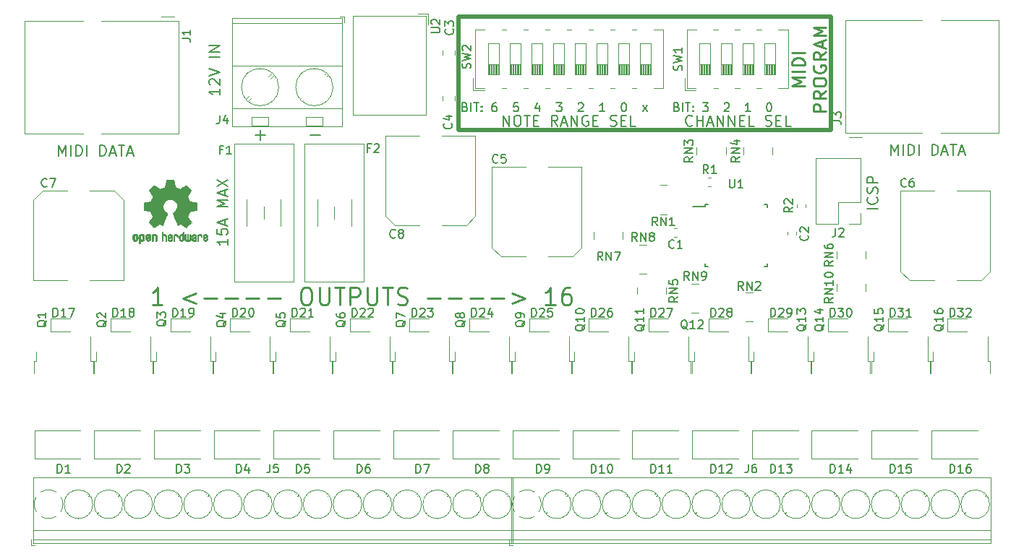
<source format=gbr>
G04 #@! TF.GenerationSoftware,KiCad,Pcbnew,(5.1.2)-2*
G04 #@! TF.CreationDate,2019-08-10T22:07:06-04:00*
G04 #@! TF.ProjectId,midi-solenoid-driver,6d696469-2d73-46f6-9c65-6e6f69642d64,rev?*
G04 #@! TF.SameCoordinates,Original*
G04 #@! TF.FileFunction,Legend,Top*
G04 #@! TF.FilePolarity,Positive*
%FSLAX46Y46*%
G04 Gerber Fmt 4.6, Leading zero omitted, Abs format (unit mm)*
G04 Created by KiCad (PCBNEW (5.1.2)-2) date 2019-08-10 22:07:06*
%MOMM*%
%LPD*%
G04 APERTURE LIST*
%ADD10C,0.500000*%
%ADD11C,0.250000*%
%ADD12C,0.280000*%
%ADD13C,0.180000*%
%ADD14C,0.200000*%
%ADD15C,0.150000*%
%ADD16C,0.010000*%
%ADD17C,0.120000*%
%ADD18C,0.100000*%
G04 APERTURE END LIST*
D10*
X294634000Y-99256000D02*
X294634000Y-86056000D01*
X338234000Y-99356000D02*
X294634000Y-99356000D01*
X338234000Y-86056000D02*
X338234000Y-99356000D01*
X294634000Y-86056000D02*
X338234000Y-86056000D01*
D11*
X335162571Y-94220285D02*
X333662571Y-94220285D01*
X334734000Y-93720285D01*
X333662571Y-93220285D01*
X335162571Y-93220285D01*
X335162571Y-92506000D02*
X333662571Y-92506000D01*
X335162571Y-91791714D02*
X333662571Y-91791714D01*
X333662571Y-91434571D01*
X333734000Y-91220285D01*
X333876857Y-91077428D01*
X334019714Y-91006000D01*
X334305428Y-90934571D01*
X334519714Y-90934571D01*
X334805428Y-91006000D01*
X334948285Y-91077428D01*
X335091142Y-91220285D01*
X335162571Y-91434571D01*
X335162571Y-91791714D01*
X335162571Y-90291714D02*
X333662571Y-90291714D01*
X337662571Y-97184571D02*
X336162571Y-97184571D01*
X336162571Y-96613142D01*
X336234000Y-96470285D01*
X336305428Y-96398857D01*
X336448285Y-96327428D01*
X336662571Y-96327428D01*
X336805428Y-96398857D01*
X336876857Y-96470285D01*
X336948285Y-96613142D01*
X336948285Y-97184571D01*
X337662571Y-94827428D02*
X336948285Y-95327428D01*
X337662571Y-95684571D02*
X336162571Y-95684571D01*
X336162571Y-95113142D01*
X336234000Y-94970285D01*
X336305428Y-94898857D01*
X336448285Y-94827428D01*
X336662571Y-94827428D01*
X336805428Y-94898857D01*
X336876857Y-94970285D01*
X336948285Y-95113142D01*
X336948285Y-95684571D01*
X336162571Y-93898857D02*
X336162571Y-93613142D01*
X336234000Y-93470285D01*
X336376857Y-93327428D01*
X336662571Y-93256000D01*
X337162571Y-93256000D01*
X337448285Y-93327428D01*
X337591142Y-93470285D01*
X337662571Y-93613142D01*
X337662571Y-93898857D01*
X337591142Y-94041714D01*
X337448285Y-94184571D01*
X337162571Y-94256000D01*
X336662571Y-94256000D01*
X336376857Y-94184571D01*
X336234000Y-94041714D01*
X336162571Y-93898857D01*
X336234000Y-91827428D02*
X336162571Y-91970285D01*
X336162571Y-92184571D01*
X336234000Y-92398857D01*
X336376857Y-92541714D01*
X336519714Y-92613142D01*
X336805428Y-92684571D01*
X337019714Y-92684571D01*
X337305428Y-92613142D01*
X337448285Y-92541714D01*
X337591142Y-92398857D01*
X337662571Y-92184571D01*
X337662571Y-92041714D01*
X337591142Y-91827428D01*
X337519714Y-91756000D01*
X337019714Y-91756000D01*
X337019714Y-92041714D01*
X337662571Y-90256000D02*
X336948285Y-90756000D01*
X337662571Y-91113142D02*
X336162571Y-91113142D01*
X336162571Y-90541714D01*
X336234000Y-90398857D01*
X336305428Y-90327428D01*
X336448285Y-90256000D01*
X336662571Y-90256000D01*
X336805428Y-90327428D01*
X336876857Y-90398857D01*
X336948285Y-90541714D01*
X336948285Y-91113142D01*
X337234000Y-89684571D02*
X337234000Y-88970285D01*
X337662571Y-89827428D02*
X336162571Y-89327428D01*
X337662571Y-88827428D01*
X337662571Y-88327428D02*
X336162571Y-88327428D01*
X337234000Y-87827428D01*
X336162571Y-87327428D01*
X337662571Y-87327428D01*
D12*
X259953047Y-119860761D02*
X258810190Y-119860761D01*
X259381619Y-119860761D02*
X259381619Y-117860761D01*
X259191142Y-118146476D01*
X259000666Y-118336952D01*
X258810190Y-118432190D01*
X263857809Y-118527428D02*
X262334000Y-119098857D01*
X263857809Y-119670285D01*
X264810190Y-119098857D02*
X266334000Y-119098857D01*
X267286380Y-119098857D02*
X268810190Y-119098857D01*
X269762571Y-119098857D02*
X271286380Y-119098857D01*
X272238761Y-119098857D02*
X273762571Y-119098857D01*
X276619714Y-117860761D02*
X277000666Y-117860761D01*
X277191142Y-117956000D01*
X277381619Y-118146476D01*
X277476857Y-118527428D01*
X277476857Y-119194095D01*
X277381619Y-119575047D01*
X277191142Y-119765523D01*
X277000666Y-119860761D01*
X276619714Y-119860761D01*
X276429238Y-119765523D01*
X276238761Y-119575047D01*
X276143523Y-119194095D01*
X276143523Y-118527428D01*
X276238761Y-118146476D01*
X276429238Y-117956000D01*
X276619714Y-117860761D01*
X278334000Y-117860761D02*
X278334000Y-119479809D01*
X278429238Y-119670285D01*
X278524476Y-119765523D01*
X278714952Y-119860761D01*
X279095904Y-119860761D01*
X279286380Y-119765523D01*
X279381619Y-119670285D01*
X279476857Y-119479809D01*
X279476857Y-117860761D01*
X280143523Y-117860761D02*
X281286380Y-117860761D01*
X280714952Y-119860761D02*
X280714952Y-117860761D01*
X281953047Y-119860761D02*
X281953047Y-117860761D01*
X282714952Y-117860761D01*
X282905428Y-117956000D01*
X283000666Y-118051238D01*
X283095904Y-118241714D01*
X283095904Y-118527428D01*
X283000666Y-118717904D01*
X282905428Y-118813142D01*
X282714952Y-118908380D01*
X281953047Y-118908380D01*
X283953047Y-117860761D02*
X283953047Y-119479809D01*
X284048285Y-119670285D01*
X284143523Y-119765523D01*
X284334000Y-119860761D01*
X284714952Y-119860761D01*
X284905428Y-119765523D01*
X285000666Y-119670285D01*
X285095904Y-119479809D01*
X285095904Y-117860761D01*
X285762571Y-117860761D02*
X286905428Y-117860761D01*
X286334000Y-119860761D02*
X286334000Y-117860761D01*
X287476857Y-119765523D02*
X287762571Y-119860761D01*
X288238761Y-119860761D01*
X288429238Y-119765523D01*
X288524476Y-119670285D01*
X288619714Y-119479809D01*
X288619714Y-119289333D01*
X288524476Y-119098857D01*
X288429238Y-119003619D01*
X288238761Y-118908380D01*
X287857809Y-118813142D01*
X287667333Y-118717904D01*
X287572095Y-118622666D01*
X287476857Y-118432190D01*
X287476857Y-118241714D01*
X287572095Y-118051238D01*
X287667333Y-117956000D01*
X287857809Y-117860761D01*
X288334000Y-117860761D01*
X288619714Y-117956000D01*
X291000666Y-119098857D02*
X292524476Y-119098857D01*
X293476857Y-119098857D02*
X295000666Y-119098857D01*
X295953047Y-119098857D02*
X297476857Y-119098857D01*
X298429238Y-119098857D02*
X299953047Y-119098857D01*
X300905428Y-118527428D02*
X302429238Y-119098857D01*
X300905428Y-119670285D01*
X305953047Y-119860761D02*
X304810190Y-119860761D01*
X305381619Y-119860761D02*
X305381619Y-117860761D01*
X305191142Y-118146476D01*
X305000666Y-118336952D01*
X304810190Y-118432190D01*
X307667333Y-117860761D02*
X307286380Y-117860761D01*
X307095904Y-117956000D01*
X307000666Y-118051238D01*
X306810190Y-118336952D01*
X306714952Y-118717904D01*
X306714952Y-119479809D01*
X306810190Y-119670285D01*
X306905428Y-119765523D01*
X307095904Y-119860761D01*
X307476857Y-119860761D01*
X307667333Y-119765523D01*
X307762571Y-119670285D01*
X307857809Y-119479809D01*
X307857809Y-119003619D01*
X307762571Y-118813142D01*
X307667333Y-118717904D01*
X307476857Y-118622666D01*
X307095904Y-118622666D01*
X306905428Y-118717904D01*
X306810190Y-118813142D01*
X306714952Y-119003619D01*
D13*
X267599476Y-112151238D02*
X267599476Y-112865523D01*
X267599476Y-112508380D02*
X266349476Y-112508380D01*
X266528047Y-112627428D01*
X266647095Y-112746476D01*
X266706619Y-112865523D01*
X266349476Y-111020285D02*
X266349476Y-111615523D01*
X266944714Y-111675047D01*
X266885190Y-111615523D01*
X266825666Y-111496476D01*
X266825666Y-111198857D01*
X266885190Y-111079809D01*
X266944714Y-111020285D01*
X267063761Y-110960761D01*
X267361380Y-110960761D01*
X267480428Y-111020285D01*
X267539952Y-111079809D01*
X267599476Y-111198857D01*
X267599476Y-111496476D01*
X267539952Y-111615523D01*
X267480428Y-111675047D01*
X267242333Y-110484571D02*
X267242333Y-109889333D01*
X267599476Y-110603619D02*
X266349476Y-110186952D01*
X267599476Y-109770285D01*
X267599476Y-108401238D02*
X266349476Y-108401238D01*
X267242333Y-107984571D01*
X266349476Y-107567904D01*
X267599476Y-107567904D01*
X267242333Y-107032190D02*
X267242333Y-106436952D01*
X267599476Y-107151238D02*
X266349476Y-106734571D01*
X267599476Y-106317904D01*
X266349476Y-106020285D02*
X267599476Y-105186952D01*
X266349476Y-105186952D02*
X267599476Y-106020285D01*
D14*
X270848285Y-99963142D02*
X271991142Y-99963142D01*
X271419714Y-100534571D02*
X271419714Y-99391714D01*
X277276857Y-99963142D02*
X278419714Y-99963142D01*
D13*
X266699476Y-94558380D02*
X266699476Y-95272666D01*
X266699476Y-94915523D02*
X265449476Y-94915523D01*
X265628047Y-95034571D01*
X265747095Y-95153619D01*
X265806619Y-95272666D01*
X265568523Y-94082190D02*
X265509000Y-94022666D01*
X265449476Y-93903619D01*
X265449476Y-93606000D01*
X265509000Y-93486952D01*
X265568523Y-93427428D01*
X265687571Y-93367904D01*
X265806619Y-93367904D01*
X265985190Y-93427428D01*
X266699476Y-94141714D01*
X266699476Y-93367904D01*
X265449476Y-93010761D02*
X266699476Y-92594095D01*
X265449476Y-92177428D01*
X266699476Y-90808380D02*
X265449476Y-90808380D01*
X266699476Y-90213142D02*
X265449476Y-90213142D01*
X266699476Y-89498857D01*
X265449476Y-89498857D01*
X343699476Y-108601238D02*
X342449476Y-108601238D01*
X343580428Y-107291714D02*
X343639952Y-107351238D01*
X343699476Y-107529809D01*
X343699476Y-107648857D01*
X343639952Y-107827428D01*
X343520904Y-107946476D01*
X343401857Y-108006000D01*
X343163761Y-108065523D01*
X342985190Y-108065523D01*
X342747095Y-108006000D01*
X342628047Y-107946476D01*
X342509000Y-107827428D01*
X342449476Y-107648857D01*
X342449476Y-107529809D01*
X342509000Y-107351238D01*
X342568523Y-107291714D01*
X343639952Y-106815523D02*
X343699476Y-106636952D01*
X343699476Y-106339333D01*
X343639952Y-106220285D01*
X343580428Y-106160761D01*
X343461380Y-106101238D01*
X343342333Y-106101238D01*
X343223285Y-106160761D01*
X343163761Y-106220285D01*
X343104238Y-106339333D01*
X343044714Y-106577428D01*
X342985190Y-106696476D01*
X342925666Y-106756000D01*
X342806619Y-106815523D01*
X342687571Y-106815523D01*
X342568523Y-106756000D01*
X342509000Y-106696476D01*
X342449476Y-106577428D01*
X342449476Y-106279809D01*
X342509000Y-106101238D01*
X343699476Y-105565523D02*
X342449476Y-105565523D01*
X342449476Y-105089333D01*
X342509000Y-104970285D01*
X342568523Y-104910761D01*
X342687571Y-104851238D01*
X342866142Y-104851238D01*
X342985190Y-104910761D01*
X343044714Y-104970285D01*
X343104238Y-105089333D01*
X343104238Y-105565523D01*
X247848285Y-102421476D02*
X247848285Y-101171476D01*
X248264952Y-102064333D01*
X248681619Y-101171476D01*
X248681619Y-102421476D01*
X249276857Y-102421476D02*
X249276857Y-101171476D01*
X249872095Y-102421476D02*
X249872095Y-101171476D01*
X250169714Y-101171476D01*
X250348285Y-101231000D01*
X250467333Y-101350047D01*
X250526857Y-101469095D01*
X250586380Y-101707190D01*
X250586380Y-101885761D01*
X250526857Y-102123857D01*
X250467333Y-102242904D01*
X250348285Y-102361952D01*
X250169714Y-102421476D01*
X249872095Y-102421476D01*
X251122095Y-102421476D02*
X251122095Y-101171476D01*
X252669714Y-102421476D02*
X252669714Y-101171476D01*
X252967333Y-101171476D01*
X253145904Y-101231000D01*
X253264952Y-101350047D01*
X253324476Y-101469095D01*
X253384000Y-101707190D01*
X253384000Y-101885761D01*
X253324476Y-102123857D01*
X253264952Y-102242904D01*
X253145904Y-102361952D01*
X252967333Y-102421476D01*
X252669714Y-102421476D01*
X253860190Y-102064333D02*
X254455428Y-102064333D01*
X253741142Y-102421476D02*
X254157809Y-101171476D01*
X254574476Y-102421476D01*
X254812571Y-101171476D02*
X255526857Y-101171476D01*
X255169714Y-102421476D02*
X255169714Y-101171476D01*
X255884000Y-102064333D02*
X256479238Y-102064333D01*
X255764952Y-102421476D02*
X256181619Y-101171476D01*
X256598285Y-102421476D01*
X345248285Y-102321476D02*
X345248285Y-101071476D01*
X345664952Y-101964333D01*
X346081619Y-101071476D01*
X346081619Y-102321476D01*
X346676857Y-102321476D02*
X346676857Y-101071476D01*
X347272095Y-102321476D02*
X347272095Y-101071476D01*
X347569714Y-101071476D01*
X347748285Y-101131000D01*
X347867333Y-101250047D01*
X347926857Y-101369095D01*
X347986380Y-101607190D01*
X347986380Y-101785761D01*
X347926857Y-102023857D01*
X347867333Y-102142904D01*
X347748285Y-102261952D01*
X347569714Y-102321476D01*
X347272095Y-102321476D01*
X348522095Y-102321476D02*
X348522095Y-101071476D01*
X350069714Y-102321476D02*
X350069714Y-101071476D01*
X350367333Y-101071476D01*
X350545904Y-101131000D01*
X350664952Y-101250047D01*
X350724476Y-101369095D01*
X350784000Y-101607190D01*
X350784000Y-101785761D01*
X350724476Y-102023857D01*
X350664952Y-102142904D01*
X350545904Y-102261952D01*
X350367333Y-102321476D01*
X350069714Y-102321476D01*
X351260190Y-101964333D02*
X351855428Y-101964333D01*
X351141142Y-102321476D02*
X351557809Y-101071476D01*
X351974476Y-102321476D01*
X352212571Y-101071476D02*
X352926857Y-101071476D01*
X352569714Y-102321476D02*
X352569714Y-101071476D01*
X353284000Y-101964333D02*
X353879238Y-101964333D01*
X353164952Y-102321476D02*
X353581619Y-101071476D01*
X353998285Y-102321476D01*
D15*
X320176857Y-96684571D02*
X320319714Y-96732190D01*
X320367333Y-96779809D01*
X320414952Y-96875047D01*
X320414952Y-97017904D01*
X320367333Y-97113142D01*
X320319714Y-97160761D01*
X320224476Y-97208380D01*
X319843523Y-97208380D01*
X319843523Y-96208380D01*
X320176857Y-96208380D01*
X320272095Y-96256000D01*
X320319714Y-96303619D01*
X320367333Y-96398857D01*
X320367333Y-96494095D01*
X320319714Y-96589333D01*
X320272095Y-96636952D01*
X320176857Y-96684571D01*
X319843523Y-96684571D01*
X320843523Y-97208380D02*
X320843523Y-96208380D01*
X321176857Y-96208380D02*
X321748285Y-96208380D01*
X321462571Y-97208380D02*
X321462571Y-96208380D01*
X322081619Y-97113142D02*
X322129238Y-97160761D01*
X322081619Y-97208380D01*
X322034000Y-97160761D01*
X322081619Y-97113142D01*
X322081619Y-97208380D01*
X322081619Y-96589333D02*
X322129238Y-96636952D01*
X322081619Y-96684571D01*
X322034000Y-96636952D01*
X322081619Y-96589333D01*
X322081619Y-96684571D01*
X323224476Y-96208380D02*
X323843523Y-96208380D01*
X323510190Y-96589333D01*
X323653047Y-96589333D01*
X323748285Y-96636952D01*
X323795904Y-96684571D01*
X323843523Y-96779809D01*
X323843523Y-97017904D01*
X323795904Y-97113142D01*
X323748285Y-97160761D01*
X323653047Y-97208380D01*
X323367333Y-97208380D01*
X323272095Y-97160761D01*
X323224476Y-97113142D01*
X325748285Y-96303619D02*
X325795904Y-96256000D01*
X325891142Y-96208380D01*
X326129238Y-96208380D01*
X326224476Y-96256000D01*
X326272095Y-96303619D01*
X326319714Y-96398857D01*
X326319714Y-96494095D01*
X326272095Y-96636952D01*
X325700666Y-97208380D01*
X326319714Y-97208380D01*
X328795904Y-97208380D02*
X328224476Y-97208380D01*
X328510190Y-97208380D02*
X328510190Y-96208380D01*
X328414952Y-96351238D01*
X328319714Y-96446476D01*
X328224476Y-96494095D01*
X330938761Y-96208380D02*
X331034000Y-96208380D01*
X331129238Y-96256000D01*
X331176857Y-96303619D01*
X331224476Y-96398857D01*
X331272095Y-96589333D01*
X331272095Y-96827428D01*
X331224476Y-97017904D01*
X331176857Y-97113142D01*
X331129238Y-97160761D01*
X331034000Y-97208380D01*
X330938761Y-97208380D01*
X330843523Y-97160761D01*
X330795904Y-97113142D01*
X330748285Y-97017904D01*
X330700666Y-96827428D01*
X330700666Y-96589333D01*
X330748285Y-96398857D01*
X330795904Y-96303619D01*
X330843523Y-96256000D01*
X330938761Y-96208380D01*
X295391142Y-96684571D02*
X295536857Y-96732190D01*
X295585428Y-96779809D01*
X295634000Y-96875047D01*
X295634000Y-97017904D01*
X295585428Y-97113142D01*
X295536857Y-97160761D01*
X295439714Y-97208380D01*
X295051142Y-97208380D01*
X295051142Y-96208380D01*
X295391142Y-96208380D01*
X295488285Y-96256000D01*
X295536857Y-96303619D01*
X295585428Y-96398857D01*
X295585428Y-96494095D01*
X295536857Y-96589333D01*
X295488285Y-96636952D01*
X295391142Y-96684571D01*
X295051142Y-96684571D01*
X296071142Y-97208380D02*
X296071142Y-96208380D01*
X296411142Y-96208380D02*
X296994000Y-96208380D01*
X296702571Y-97208380D02*
X296702571Y-96208380D01*
X297334000Y-97113142D02*
X297382571Y-97160761D01*
X297334000Y-97208380D01*
X297285428Y-97160761D01*
X297334000Y-97113142D01*
X297334000Y-97208380D01*
X297334000Y-96589333D02*
X297382571Y-96636952D01*
X297334000Y-96684571D01*
X297285428Y-96636952D01*
X297334000Y-96589333D01*
X297334000Y-96684571D01*
X299034000Y-96208380D02*
X298839714Y-96208380D01*
X298742571Y-96256000D01*
X298694000Y-96303619D01*
X298596857Y-96446476D01*
X298548285Y-96636952D01*
X298548285Y-97017904D01*
X298596857Y-97113142D01*
X298645428Y-97160761D01*
X298742571Y-97208380D01*
X298936857Y-97208380D01*
X299034000Y-97160761D01*
X299082571Y-97113142D01*
X299131142Y-97017904D01*
X299131142Y-96779809D01*
X299082571Y-96684571D01*
X299034000Y-96636952D01*
X298936857Y-96589333D01*
X298742571Y-96589333D01*
X298645428Y-96636952D01*
X298596857Y-96684571D01*
X298548285Y-96779809D01*
X301608285Y-96208380D02*
X301122571Y-96208380D01*
X301074000Y-96684571D01*
X301122571Y-96636952D01*
X301219714Y-96589333D01*
X301462571Y-96589333D01*
X301559714Y-96636952D01*
X301608285Y-96684571D01*
X301656857Y-96779809D01*
X301656857Y-97017904D01*
X301608285Y-97113142D01*
X301559714Y-97160761D01*
X301462571Y-97208380D01*
X301219714Y-97208380D01*
X301122571Y-97160761D01*
X301074000Y-97113142D01*
X304085428Y-96541714D02*
X304085428Y-97208380D01*
X303842571Y-96160761D02*
X303599714Y-96875047D01*
X304231142Y-96875047D01*
X306076857Y-96208380D02*
X306708285Y-96208380D01*
X306368285Y-96589333D01*
X306514000Y-96589333D01*
X306611142Y-96636952D01*
X306659714Y-96684571D01*
X306708285Y-96779809D01*
X306708285Y-97017904D01*
X306659714Y-97113142D01*
X306611142Y-97160761D01*
X306514000Y-97208380D01*
X306222571Y-97208380D01*
X306125428Y-97160761D01*
X306076857Y-97113142D01*
X308651142Y-96303619D02*
X308699714Y-96256000D01*
X308796857Y-96208380D01*
X309039714Y-96208380D01*
X309136857Y-96256000D01*
X309185428Y-96303619D01*
X309234000Y-96398857D01*
X309234000Y-96494095D01*
X309185428Y-96636952D01*
X308602571Y-97208380D01*
X309234000Y-97208380D01*
X311759714Y-97208380D02*
X311176857Y-97208380D01*
X311468285Y-97208380D02*
X311468285Y-96208380D01*
X311371142Y-96351238D01*
X311274000Y-96446476D01*
X311176857Y-96494095D01*
X313945428Y-96208380D02*
X314042571Y-96208380D01*
X314139714Y-96256000D01*
X314188285Y-96303619D01*
X314236857Y-96398857D01*
X314285428Y-96589333D01*
X314285428Y-96827428D01*
X314236857Y-97017904D01*
X314188285Y-97113142D01*
X314139714Y-97160761D01*
X314042571Y-97208380D01*
X313945428Y-97208380D01*
X313848285Y-97160761D01*
X313799714Y-97113142D01*
X313751142Y-97017904D01*
X313702571Y-96827428D01*
X313702571Y-96589333D01*
X313751142Y-96398857D01*
X313799714Y-96303619D01*
X313848285Y-96256000D01*
X313945428Y-96208380D01*
X316179714Y-97208380D02*
X316714000Y-96541714D01*
X316179714Y-96541714D02*
X316714000Y-97208380D01*
D13*
X322006619Y-98802428D02*
X321947095Y-98861952D01*
X321768523Y-98921476D01*
X321649476Y-98921476D01*
X321470904Y-98861952D01*
X321351857Y-98742904D01*
X321292333Y-98623857D01*
X321232809Y-98385761D01*
X321232809Y-98207190D01*
X321292333Y-97969095D01*
X321351857Y-97850047D01*
X321470904Y-97731000D01*
X321649476Y-97671476D01*
X321768523Y-97671476D01*
X321947095Y-97731000D01*
X322006619Y-97790523D01*
X322542333Y-98921476D02*
X322542333Y-97671476D01*
X322542333Y-98266714D02*
X323256619Y-98266714D01*
X323256619Y-98921476D02*
X323256619Y-97671476D01*
X323792333Y-98564333D02*
X324387571Y-98564333D01*
X323673285Y-98921476D02*
X324089952Y-97671476D01*
X324506619Y-98921476D01*
X324923285Y-98921476D02*
X324923285Y-97671476D01*
X325637571Y-98921476D01*
X325637571Y-97671476D01*
X326232809Y-98921476D02*
X326232809Y-97671476D01*
X326947095Y-98921476D01*
X326947095Y-97671476D01*
X327542333Y-98266714D02*
X327959000Y-98266714D01*
X328137571Y-98921476D02*
X327542333Y-98921476D01*
X327542333Y-97671476D01*
X328137571Y-97671476D01*
X329268523Y-98921476D02*
X328673285Y-98921476D01*
X328673285Y-97671476D01*
X330578047Y-98861952D02*
X330756619Y-98921476D01*
X331054238Y-98921476D01*
X331173285Y-98861952D01*
X331232809Y-98802428D01*
X331292333Y-98683380D01*
X331292333Y-98564333D01*
X331232809Y-98445285D01*
X331173285Y-98385761D01*
X331054238Y-98326238D01*
X330816142Y-98266714D01*
X330697095Y-98207190D01*
X330637571Y-98147666D01*
X330578047Y-98028619D01*
X330578047Y-97909571D01*
X330637571Y-97790523D01*
X330697095Y-97731000D01*
X330816142Y-97671476D01*
X331113761Y-97671476D01*
X331292333Y-97731000D01*
X331828047Y-98266714D02*
X332244714Y-98266714D01*
X332423285Y-98921476D02*
X331828047Y-98921476D01*
X331828047Y-97671476D01*
X332423285Y-97671476D01*
X333554238Y-98921476D02*
X332959000Y-98921476D01*
X332959000Y-97671476D01*
X299855428Y-98921476D02*
X299855428Y-97671476D01*
X300569714Y-98921476D01*
X300569714Y-97671476D01*
X301403047Y-97671476D02*
X301641142Y-97671476D01*
X301760190Y-97731000D01*
X301879238Y-97850047D01*
X301938761Y-98088142D01*
X301938761Y-98504809D01*
X301879238Y-98742904D01*
X301760190Y-98861952D01*
X301641142Y-98921476D01*
X301403047Y-98921476D01*
X301284000Y-98861952D01*
X301164952Y-98742904D01*
X301105428Y-98504809D01*
X301105428Y-98088142D01*
X301164952Y-97850047D01*
X301284000Y-97731000D01*
X301403047Y-97671476D01*
X302295904Y-97671476D02*
X303010190Y-97671476D01*
X302653047Y-98921476D02*
X302653047Y-97671476D01*
X303426857Y-98266714D02*
X303843523Y-98266714D01*
X304022095Y-98921476D02*
X303426857Y-98921476D01*
X303426857Y-97671476D01*
X304022095Y-97671476D01*
X306224476Y-98921476D02*
X305807809Y-98326238D01*
X305510190Y-98921476D02*
X305510190Y-97671476D01*
X305986380Y-97671476D01*
X306105428Y-97731000D01*
X306164952Y-97790523D01*
X306224476Y-97909571D01*
X306224476Y-98088142D01*
X306164952Y-98207190D01*
X306105428Y-98266714D01*
X305986380Y-98326238D01*
X305510190Y-98326238D01*
X306700666Y-98564333D02*
X307295904Y-98564333D01*
X306581619Y-98921476D02*
X306998285Y-97671476D01*
X307414952Y-98921476D01*
X307831619Y-98921476D02*
X307831619Y-97671476D01*
X308545904Y-98921476D01*
X308545904Y-97671476D01*
X309795904Y-97731000D02*
X309676857Y-97671476D01*
X309498285Y-97671476D01*
X309319714Y-97731000D01*
X309200666Y-97850047D01*
X309141142Y-97969095D01*
X309081619Y-98207190D01*
X309081619Y-98385761D01*
X309141142Y-98623857D01*
X309200666Y-98742904D01*
X309319714Y-98861952D01*
X309498285Y-98921476D01*
X309617333Y-98921476D01*
X309795904Y-98861952D01*
X309855428Y-98802428D01*
X309855428Y-98385761D01*
X309617333Y-98385761D01*
X310391142Y-98266714D02*
X310807809Y-98266714D01*
X310986380Y-98921476D02*
X310391142Y-98921476D01*
X310391142Y-97671476D01*
X310986380Y-97671476D01*
X312414952Y-98861952D02*
X312593523Y-98921476D01*
X312891142Y-98921476D01*
X313010190Y-98861952D01*
X313069714Y-98802428D01*
X313129238Y-98683380D01*
X313129238Y-98564333D01*
X313069714Y-98445285D01*
X313010190Y-98385761D01*
X312891142Y-98326238D01*
X312653047Y-98266714D01*
X312534000Y-98207190D01*
X312474476Y-98147666D01*
X312414952Y-98028619D01*
X312414952Y-97909571D01*
X312474476Y-97790523D01*
X312534000Y-97731000D01*
X312653047Y-97671476D01*
X312950666Y-97671476D01*
X313129238Y-97731000D01*
X313664952Y-98266714D02*
X314081619Y-98266714D01*
X314260190Y-98921476D02*
X313664952Y-98921476D01*
X313664952Y-97671476D01*
X314260190Y-97671476D01*
X315391142Y-98921476D02*
X314795904Y-98921476D01*
X314795904Y-97671476D01*
D16*
G36*
X260997878Y-105253776D02*
G01*
X261103612Y-105254355D01*
X261180132Y-105255922D01*
X261232372Y-105258972D01*
X261265263Y-105263996D01*
X261283737Y-105271489D01*
X261292727Y-105281944D01*
X261297163Y-105295853D01*
X261297594Y-105297654D01*
X261304333Y-105330145D01*
X261316808Y-105394252D01*
X261333719Y-105483151D01*
X261353771Y-105590019D01*
X261375664Y-105708033D01*
X261376429Y-105712178D01*
X261398359Y-105827831D01*
X261418877Y-105930014D01*
X261436659Y-106012598D01*
X261450381Y-106069456D01*
X261458718Y-106094458D01*
X261459116Y-106094901D01*
X261483677Y-106107110D01*
X261534315Y-106127456D01*
X261600095Y-106151545D01*
X261600461Y-106151674D01*
X261683317Y-106182818D01*
X261781000Y-106222491D01*
X261873077Y-106262381D01*
X261877434Y-106264353D01*
X262027407Y-106332420D01*
X262359498Y-106105639D01*
X262461374Y-106036504D01*
X262553657Y-105974697D01*
X262631003Y-105923733D01*
X262688064Y-105887127D01*
X262719495Y-105868394D01*
X262722479Y-105867004D01*
X262745321Y-105873190D01*
X262787982Y-105903035D01*
X262852128Y-105957947D01*
X262939421Y-106039334D01*
X263028535Y-106125922D01*
X263114441Y-106211247D01*
X263191327Y-106289108D01*
X263254564Y-106354697D01*
X263299523Y-106403205D01*
X263321576Y-106429825D01*
X263322396Y-106431195D01*
X263324834Y-106449463D01*
X263315650Y-106479295D01*
X263292574Y-106524721D01*
X263253337Y-106589770D01*
X263195670Y-106678470D01*
X263118795Y-106792657D01*
X263050570Y-106893162D01*
X262989582Y-106983303D01*
X262939356Y-107057849D01*
X262903416Y-107111565D01*
X262885287Y-107139218D01*
X262884146Y-107141095D01*
X262886359Y-107167590D01*
X262903138Y-107219086D01*
X262931142Y-107285851D01*
X262941122Y-107307172D01*
X262984672Y-107402159D01*
X263031134Y-107509937D01*
X263068877Y-107603192D01*
X263096073Y-107672406D01*
X263117675Y-107725006D01*
X263130158Y-107752497D01*
X263131709Y-107754616D01*
X263154668Y-107758124D01*
X263208786Y-107767738D01*
X263286868Y-107782089D01*
X263381719Y-107799807D01*
X263486143Y-107819525D01*
X263592944Y-107839874D01*
X263694926Y-107859486D01*
X263784894Y-107876991D01*
X263855653Y-107891022D01*
X263900006Y-107900209D01*
X263910885Y-107902807D01*
X263922122Y-107909218D01*
X263930605Y-107923697D01*
X263936714Y-107951133D01*
X263940832Y-107996411D01*
X263943341Y-108064420D01*
X263944621Y-108160047D01*
X263945054Y-108288180D01*
X263945077Y-108340701D01*
X263945077Y-108767845D01*
X263842500Y-108788091D01*
X263785431Y-108799070D01*
X263700269Y-108815095D01*
X263597372Y-108834233D01*
X263487096Y-108854551D01*
X263456615Y-108860132D01*
X263354855Y-108879917D01*
X263266205Y-108899373D01*
X263198108Y-108916697D01*
X263158004Y-108930088D01*
X263151323Y-108934079D01*
X263134919Y-108962342D01*
X263111399Y-109017109D01*
X263085316Y-109087588D01*
X263080142Y-109102769D01*
X263045956Y-109196896D01*
X263003523Y-109303101D01*
X262961997Y-109398473D01*
X262961792Y-109398916D01*
X262892640Y-109548525D01*
X263347512Y-110217617D01*
X263055500Y-110510116D01*
X262967180Y-110597170D01*
X262886625Y-110673909D01*
X262818360Y-110736237D01*
X262766908Y-110780056D01*
X262736794Y-110801270D01*
X262732474Y-110802616D01*
X262707111Y-110792016D01*
X262655358Y-110762547D01*
X262582868Y-110717705D01*
X262495294Y-110660984D01*
X262400612Y-110597462D01*
X262304516Y-110532668D01*
X262218837Y-110476287D01*
X262149016Y-110431788D01*
X262100494Y-110402639D01*
X262078782Y-110392308D01*
X262052293Y-110401050D01*
X262002062Y-110424087D01*
X261938451Y-110456631D01*
X261931708Y-110460249D01*
X261846046Y-110503210D01*
X261787306Y-110524279D01*
X261750772Y-110524503D01*
X261731731Y-110504928D01*
X261731620Y-110504654D01*
X261722102Y-110481472D01*
X261699403Y-110426441D01*
X261665282Y-110343822D01*
X261621500Y-110237872D01*
X261569816Y-110112852D01*
X261511992Y-109973020D01*
X261455991Y-109837637D01*
X261394447Y-109688234D01*
X261337939Y-109549832D01*
X261288161Y-109426673D01*
X261246806Y-109323002D01*
X261215568Y-109243059D01*
X261196141Y-109191088D01*
X261190154Y-109171692D01*
X261205168Y-109149443D01*
X261244439Y-109113982D01*
X261296807Y-109074887D01*
X261445941Y-108951245D01*
X261562511Y-108809522D01*
X261645118Y-108652704D01*
X261692366Y-108483775D01*
X261702857Y-108305722D01*
X261695231Y-108223539D01*
X261653682Y-108053031D01*
X261582123Y-107902459D01*
X261484995Y-107773309D01*
X261366734Y-107667064D01*
X261231780Y-107585210D01*
X261084571Y-107529232D01*
X260929544Y-107500615D01*
X260771139Y-107500844D01*
X260613794Y-107531405D01*
X260461946Y-107593782D01*
X260320035Y-107689460D01*
X260260803Y-107743572D01*
X260147203Y-107882520D01*
X260068106Y-108034361D01*
X260022986Y-108194667D01*
X260011316Y-108359012D01*
X260032569Y-108522971D01*
X260086220Y-108682118D01*
X260171740Y-108832025D01*
X260288605Y-108968267D01*
X260419193Y-109074887D01*
X260473588Y-109115642D01*
X260512014Y-109150718D01*
X260525846Y-109171726D01*
X260518603Y-109194635D01*
X260498005Y-109249365D01*
X260465746Y-109331672D01*
X260423521Y-109437315D01*
X260373023Y-109562050D01*
X260315948Y-109701636D01*
X260259854Y-109837670D01*
X260197967Y-109987201D01*
X260140644Y-110125767D01*
X260089644Y-110249107D01*
X260046727Y-110352964D01*
X260013653Y-110433080D01*
X259992181Y-110485195D01*
X259984225Y-110504654D01*
X259965429Y-110524423D01*
X259929074Y-110524365D01*
X259870479Y-110503441D01*
X259784968Y-110460613D01*
X259784292Y-110460249D01*
X259719907Y-110427012D01*
X259667861Y-110402802D01*
X259638512Y-110392404D01*
X259637217Y-110392308D01*
X259615124Y-110402855D01*
X259566348Y-110432184D01*
X259496331Y-110476827D01*
X259410514Y-110533314D01*
X259315388Y-110597462D01*
X259218540Y-110662411D01*
X259131253Y-110718896D01*
X259059181Y-110763421D01*
X259007977Y-110792490D01*
X258983526Y-110802616D01*
X258961010Y-110789307D01*
X258915742Y-110752112D01*
X258852244Y-110695128D01*
X258775039Y-110622449D01*
X258688651Y-110538171D01*
X258660399Y-110510016D01*
X258368287Y-110217416D01*
X258590631Y-109891104D01*
X258658202Y-109790897D01*
X258717507Y-109700963D01*
X258765217Y-109626510D01*
X258798007Y-109572751D01*
X258812548Y-109544894D01*
X258812974Y-109542912D01*
X258805308Y-109516655D01*
X258784689Y-109463837D01*
X258754685Y-109393310D01*
X258733625Y-109346093D01*
X258694248Y-109255694D01*
X258657165Y-109164366D01*
X258628415Y-109087200D01*
X258620605Y-109063692D01*
X258598417Y-109000916D01*
X258576727Y-108952411D01*
X258564813Y-108934079D01*
X258538523Y-108922859D01*
X258481142Y-108906954D01*
X258400118Y-108888167D01*
X258302895Y-108868299D01*
X258259385Y-108860132D01*
X258148896Y-108839829D01*
X258042916Y-108820170D01*
X257951801Y-108803088D01*
X257885908Y-108790518D01*
X257873500Y-108788091D01*
X257770923Y-108767845D01*
X257770923Y-108340701D01*
X257771153Y-108200246D01*
X257772099Y-108093979D01*
X257774141Y-108017013D01*
X257777662Y-107964460D01*
X257783043Y-107931433D01*
X257790666Y-107913045D01*
X257800912Y-107904408D01*
X257805115Y-107902807D01*
X257830470Y-107897127D01*
X257886484Y-107885795D01*
X257965964Y-107870179D01*
X258061712Y-107851647D01*
X258166533Y-107831569D01*
X258273232Y-107811312D01*
X258374613Y-107792246D01*
X258463479Y-107775739D01*
X258532637Y-107763159D01*
X258574889Y-107755875D01*
X258584290Y-107754616D01*
X258592807Y-107737763D01*
X258611660Y-107692870D01*
X258637324Y-107628430D01*
X258647123Y-107603192D01*
X258686648Y-107505686D01*
X258733192Y-107397959D01*
X258774877Y-107307172D01*
X258805550Y-107237753D01*
X258825956Y-107180710D01*
X258832768Y-107145777D01*
X258831682Y-107141095D01*
X258817285Y-107118991D01*
X258784412Y-107069831D01*
X258736590Y-106998848D01*
X258677348Y-106911278D01*
X258610215Y-106812357D01*
X258596941Y-106792830D01*
X258519046Y-106677140D01*
X258461787Y-106589044D01*
X258422881Y-106524486D01*
X258400044Y-106479411D01*
X258390994Y-106449763D01*
X258393448Y-106431485D01*
X258393511Y-106431369D01*
X258412827Y-106407361D01*
X258455551Y-106360947D01*
X258517051Y-106296937D01*
X258592698Y-106220145D01*
X258677861Y-106135382D01*
X258687465Y-106125922D01*
X258794790Y-106021989D01*
X258877615Y-105945675D01*
X258937605Y-105895571D01*
X258976423Y-105870270D01*
X258993520Y-105867004D01*
X259018473Y-105881250D01*
X259070255Y-105914156D01*
X259143520Y-105962208D01*
X259232920Y-106021890D01*
X259333111Y-106089688D01*
X259356501Y-106105639D01*
X259688593Y-106332420D01*
X259838565Y-106264353D01*
X259929770Y-106224685D01*
X260027669Y-106184791D01*
X260111831Y-106152983D01*
X260115538Y-106151674D01*
X260181369Y-106127576D01*
X260232116Y-106107200D01*
X260256842Y-106094936D01*
X260256884Y-106094901D01*
X260264729Y-106072734D01*
X260278066Y-106018217D01*
X260295570Y-105937480D01*
X260315917Y-105836650D01*
X260337782Y-105721856D01*
X260339571Y-105712178D01*
X260361504Y-105593904D01*
X260381640Y-105486542D01*
X260398680Y-105396917D01*
X260411328Y-105331851D01*
X260418284Y-105298168D01*
X260418406Y-105297654D01*
X260422639Y-105283325D01*
X260430871Y-105272507D01*
X260448033Y-105264706D01*
X260479058Y-105259429D01*
X260528878Y-105256182D01*
X260602424Y-105254472D01*
X260704629Y-105253807D01*
X260840425Y-105253693D01*
X260858000Y-105253692D01*
X260997878Y-105253776D01*
X260997878Y-105253776D01*
G37*
X260997878Y-105253776D02*
X261103612Y-105254355D01*
X261180132Y-105255922D01*
X261232372Y-105258972D01*
X261265263Y-105263996D01*
X261283737Y-105271489D01*
X261292727Y-105281944D01*
X261297163Y-105295853D01*
X261297594Y-105297654D01*
X261304333Y-105330145D01*
X261316808Y-105394252D01*
X261333719Y-105483151D01*
X261353771Y-105590019D01*
X261375664Y-105708033D01*
X261376429Y-105712178D01*
X261398359Y-105827831D01*
X261418877Y-105930014D01*
X261436659Y-106012598D01*
X261450381Y-106069456D01*
X261458718Y-106094458D01*
X261459116Y-106094901D01*
X261483677Y-106107110D01*
X261534315Y-106127456D01*
X261600095Y-106151545D01*
X261600461Y-106151674D01*
X261683317Y-106182818D01*
X261781000Y-106222491D01*
X261873077Y-106262381D01*
X261877434Y-106264353D01*
X262027407Y-106332420D01*
X262359498Y-106105639D01*
X262461374Y-106036504D01*
X262553657Y-105974697D01*
X262631003Y-105923733D01*
X262688064Y-105887127D01*
X262719495Y-105868394D01*
X262722479Y-105867004D01*
X262745321Y-105873190D01*
X262787982Y-105903035D01*
X262852128Y-105957947D01*
X262939421Y-106039334D01*
X263028535Y-106125922D01*
X263114441Y-106211247D01*
X263191327Y-106289108D01*
X263254564Y-106354697D01*
X263299523Y-106403205D01*
X263321576Y-106429825D01*
X263322396Y-106431195D01*
X263324834Y-106449463D01*
X263315650Y-106479295D01*
X263292574Y-106524721D01*
X263253337Y-106589770D01*
X263195670Y-106678470D01*
X263118795Y-106792657D01*
X263050570Y-106893162D01*
X262989582Y-106983303D01*
X262939356Y-107057849D01*
X262903416Y-107111565D01*
X262885287Y-107139218D01*
X262884146Y-107141095D01*
X262886359Y-107167590D01*
X262903138Y-107219086D01*
X262931142Y-107285851D01*
X262941122Y-107307172D01*
X262984672Y-107402159D01*
X263031134Y-107509937D01*
X263068877Y-107603192D01*
X263096073Y-107672406D01*
X263117675Y-107725006D01*
X263130158Y-107752497D01*
X263131709Y-107754616D01*
X263154668Y-107758124D01*
X263208786Y-107767738D01*
X263286868Y-107782089D01*
X263381719Y-107799807D01*
X263486143Y-107819525D01*
X263592944Y-107839874D01*
X263694926Y-107859486D01*
X263784894Y-107876991D01*
X263855653Y-107891022D01*
X263900006Y-107900209D01*
X263910885Y-107902807D01*
X263922122Y-107909218D01*
X263930605Y-107923697D01*
X263936714Y-107951133D01*
X263940832Y-107996411D01*
X263943341Y-108064420D01*
X263944621Y-108160047D01*
X263945054Y-108288180D01*
X263945077Y-108340701D01*
X263945077Y-108767845D01*
X263842500Y-108788091D01*
X263785431Y-108799070D01*
X263700269Y-108815095D01*
X263597372Y-108834233D01*
X263487096Y-108854551D01*
X263456615Y-108860132D01*
X263354855Y-108879917D01*
X263266205Y-108899373D01*
X263198108Y-108916697D01*
X263158004Y-108930088D01*
X263151323Y-108934079D01*
X263134919Y-108962342D01*
X263111399Y-109017109D01*
X263085316Y-109087588D01*
X263080142Y-109102769D01*
X263045956Y-109196896D01*
X263003523Y-109303101D01*
X262961997Y-109398473D01*
X262961792Y-109398916D01*
X262892640Y-109548525D01*
X263347512Y-110217617D01*
X263055500Y-110510116D01*
X262967180Y-110597170D01*
X262886625Y-110673909D01*
X262818360Y-110736237D01*
X262766908Y-110780056D01*
X262736794Y-110801270D01*
X262732474Y-110802616D01*
X262707111Y-110792016D01*
X262655358Y-110762547D01*
X262582868Y-110717705D01*
X262495294Y-110660984D01*
X262400612Y-110597462D01*
X262304516Y-110532668D01*
X262218837Y-110476287D01*
X262149016Y-110431788D01*
X262100494Y-110402639D01*
X262078782Y-110392308D01*
X262052293Y-110401050D01*
X262002062Y-110424087D01*
X261938451Y-110456631D01*
X261931708Y-110460249D01*
X261846046Y-110503210D01*
X261787306Y-110524279D01*
X261750772Y-110524503D01*
X261731731Y-110504928D01*
X261731620Y-110504654D01*
X261722102Y-110481472D01*
X261699403Y-110426441D01*
X261665282Y-110343822D01*
X261621500Y-110237872D01*
X261569816Y-110112852D01*
X261511992Y-109973020D01*
X261455991Y-109837637D01*
X261394447Y-109688234D01*
X261337939Y-109549832D01*
X261288161Y-109426673D01*
X261246806Y-109323002D01*
X261215568Y-109243059D01*
X261196141Y-109191088D01*
X261190154Y-109171692D01*
X261205168Y-109149443D01*
X261244439Y-109113982D01*
X261296807Y-109074887D01*
X261445941Y-108951245D01*
X261562511Y-108809522D01*
X261645118Y-108652704D01*
X261692366Y-108483775D01*
X261702857Y-108305722D01*
X261695231Y-108223539D01*
X261653682Y-108053031D01*
X261582123Y-107902459D01*
X261484995Y-107773309D01*
X261366734Y-107667064D01*
X261231780Y-107585210D01*
X261084571Y-107529232D01*
X260929544Y-107500615D01*
X260771139Y-107500844D01*
X260613794Y-107531405D01*
X260461946Y-107593782D01*
X260320035Y-107689460D01*
X260260803Y-107743572D01*
X260147203Y-107882520D01*
X260068106Y-108034361D01*
X260022986Y-108194667D01*
X260011316Y-108359012D01*
X260032569Y-108522971D01*
X260086220Y-108682118D01*
X260171740Y-108832025D01*
X260288605Y-108968267D01*
X260419193Y-109074887D01*
X260473588Y-109115642D01*
X260512014Y-109150718D01*
X260525846Y-109171726D01*
X260518603Y-109194635D01*
X260498005Y-109249365D01*
X260465746Y-109331672D01*
X260423521Y-109437315D01*
X260373023Y-109562050D01*
X260315948Y-109701636D01*
X260259854Y-109837670D01*
X260197967Y-109987201D01*
X260140644Y-110125767D01*
X260089644Y-110249107D01*
X260046727Y-110352964D01*
X260013653Y-110433080D01*
X259992181Y-110485195D01*
X259984225Y-110504654D01*
X259965429Y-110524423D01*
X259929074Y-110524365D01*
X259870479Y-110503441D01*
X259784968Y-110460613D01*
X259784292Y-110460249D01*
X259719907Y-110427012D01*
X259667861Y-110402802D01*
X259638512Y-110392404D01*
X259637217Y-110392308D01*
X259615124Y-110402855D01*
X259566348Y-110432184D01*
X259496331Y-110476827D01*
X259410514Y-110533314D01*
X259315388Y-110597462D01*
X259218540Y-110662411D01*
X259131253Y-110718896D01*
X259059181Y-110763421D01*
X259007977Y-110792490D01*
X258983526Y-110802616D01*
X258961010Y-110789307D01*
X258915742Y-110752112D01*
X258852244Y-110695128D01*
X258775039Y-110622449D01*
X258688651Y-110538171D01*
X258660399Y-110510016D01*
X258368287Y-110217416D01*
X258590631Y-109891104D01*
X258658202Y-109790897D01*
X258717507Y-109700963D01*
X258765217Y-109626510D01*
X258798007Y-109572751D01*
X258812548Y-109544894D01*
X258812974Y-109542912D01*
X258805308Y-109516655D01*
X258784689Y-109463837D01*
X258754685Y-109393310D01*
X258733625Y-109346093D01*
X258694248Y-109255694D01*
X258657165Y-109164366D01*
X258628415Y-109087200D01*
X258620605Y-109063692D01*
X258598417Y-109000916D01*
X258576727Y-108952411D01*
X258564813Y-108934079D01*
X258538523Y-108922859D01*
X258481142Y-108906954D01*
X258400118Y-108888167D01*
X258302895Y-108868299D01*
X258259385Y-108860132D01*
X258148896Y-108839829D01*
X258042916Y-108820170D01*
X257951801Y-108803088D01*
X257885908Y-108790518D01*
X257873500Y-108788091D01*
X257770923Y-108767845D01*
X257770923Y-108340701D01*
X257771153Y-108200246D01*
X257772099Y-108093979D01*
X257774141Y-108017013D01*
X257777662Y-107964460D01*
X257783043Y-107931433D01*
X257790666Y-107913045D01*
X257800912Y-107904408D01*
X257805115Y-107902807D01*
X257830470Y-107897127D01*
X257886484Y-107885795D01*
X257965964Y-107870179D01*
X258061712Y-107851647D01*
X258166533Y-107831569D01*
X258273232Y-107811312D01*
X258374613Y-107792246D01*
X258463479Y-107775739D01*
X258532637Y-107763159D01*
X258574889Y-107755875D01*
X258584290Y-107754616D01*
X258592807Y-107737763D01*
X258611660Y-107692870D01*
X258637324Y-107628430D01*
X258647123Y-107603192D01*
X258686648Y-107505686D01*
X258733192Y-107397959D01*
X258774877Y-107307172D01*
X258805550Y-107237753D01*
X258825956Y-107180710D01*
X258832768Y-107145777D01*
X258831682Y-107141095D01*
X258817285Y-107118991D01*
X258784412Y-107069831D01*
X258736590Y-106998848D01*
X258677348Y-106911278D01*
X258610215Y-106812357D01*
X258596941Y-106792830D01*
X258519046Y-106677140D01*
X258461787Y-106589044D01*
X258422881Y-106524486D01*
X258400044Y-106479411D01*
X258390994Y-106449763D01*
X258393448Y-106431485D01*
X258393511Y-106431369D01*
X258412827Y-106407361D01*
X258455551Y-106360947D01*
X258517051Y-106296937D01*
X258592698Y-106220145D01*
X258677861Y-106135382D01*
X258687465Y-106125922D01*
X258794790Y-106021989D01*
X258877615Y-105945675D01*
X258937605Y-105895571D01*
X258976423Y-105870270D01*
X258993520Y-105867004D01*
X259018473Y-105881250D01*
X259070255Y-105914156D01*
X259143520Y-105962208D01*
X259232920Y-106021890D01*
X259333111Y-106089688D01*
X259356501Y-106105639D01*
X259688593Y-106332420D01*
X259838565Y-106264353D01*
X259929770Y-106224685D01*
X260027669Y-106184791D01*
X260111831Y-106152983D01*
X260115538Y-106151674D01*
X260181369Y-106127576D01*
X260232116Y-106107200D01*
X260256842Y-106094936D01*
X260256884Y-106094901D01*
X260264729Y-106072734D01*
X260278066Y-106018217D01*
X260295570Y-105937480D01*
X260315917Y-105836650D01*
X260337782Y-105721856D01*
X260339571Y-105712178D01*
X260361504Y-105593904D01*
X260381640Y-105486542D01*
X260398680Y-105396917D01*
X260411328Y-105331851D01*
X260418284Y-105298168D01*
X260418406Y-105297654D01*
X260422639Y-105283325D01*
X260430871Y-105272507D01*
X260448033Y-105264706D01*
X260479058Y-105259429D01*
X260528878Y-105256182D01*
X260602424Y-105254472D01*
X260704629Y-105253807D01*
X260840425Y-105253693D01*
X260858000Y-105253692D01*
X260997878Y-105253776D01*
G36*
X265103224Y-111613838D02*
G01*
X265180528Y-111664361D01*
X265217814Y-111709590D01*
X265247353Y-111791663D01*
X265249699Y-111856607D01*
X265244385Y-111943445D01*
X265044115Y-112031103D01*
X264946739Y-112075887D01*
X264883113Y-112111913D01*
X264850029Y-112143117D01*
X264844280Y-112173436D01*
X264862658Y-112206805D01*
X264882923Y-112228923D01*
X264941889Y-112264393D01*
X265006024Y-112266879D01*
X265064926Y-112239235D01*
X265108197Y-112184320D01*
X265115936Y-112164928D01*
X265153006Y-112104364D01*
X265195654Y-112078552D01*
X265254154Y-112056471D01*
X265254154Y-112140184D01*
X265248982Y-112197150D01*
X265228723Y-112245189D01*
X265186262Y-112300346D01*
X265179951Y-112307514D01*
X265132720Y-112356585D01*
X265092121Y-112382920D01*
X265041328Y-112395035D01*
X264999220Y-112399003D01*
X264923902Y-112399991D01*
X264870286Y-112387466D01*
X264836838Y-112368869D01*
X264784268Y-112327975D01*
X264747879Y-112283748D01*
X264724850Y-112228126D01*
X264712359Y-112153047D01*
X264707587Y-112050449D01*
X264707206Y-111998376D01*
X264708501Y-111935948D01*
X264826471Y-111935948D01*
X264827839Y-111969438D01*
X264831249Y-111974923D01*
X264853753Y-111967472D01*
X264902182Y-111947753D01*
X264966908Y-111919718D01*
X264980443Y-111913692D01*
X265062244Y-111872096D01*
X265107312Y-111835538D01*
X265117217Y-111801296D01*
X265093526Y-111766648D01*
X265073960Y-111751339D01*
X265003360Y-111720721D01*
X264937280Y-111725780D01*
X264881959Y-111763151D01*
X264843636Y-111829473D01*
X264831349Y-111882116D01*
X264826471Y-111935948D01*
X264708501Y-111935948D01*
X264709730Y-111876720D01*
X264719032Y-111786710D01*
X264737460Y-111721167D01*
X264767360Y-111672912D01*
X264811080Y-111634767D01*
X264830141Y-111622440D01*
X264916726Y-111590336D01*
X265011522Y-111588316D01*
X265103224Y-111613838D01*
X265103224Y-111613838D01*
G37*
X265103224Y-111613838D02*
X265180528Y-111664361D01*
X265217814Y-111709590D01*
X265247353Y-111791663D01*
X265249699Y-111856607D01*
X265244385Y-111943445D01*
X265044115Y-112031103D01*
X264946739Y-112075887D01*
X264883113Y-112111913D01*
X264850029Y-112143117D01*
X264844280Y-112173436D01*
X264862658Y-112206805D01*
X264882923Y-112228923D01*
X264941889Y-112264393D01*
X265006024Y-112266879D01*
X265064926Y-112239235D01*
X265108197Y-112184320D01*
X265115936Y-112164928D01*
X265153006Y-112104364D01*
X265195654Y-112078552D01*
X265254154Y-112056471D01*
X265254154Y-112140184D01*
X265248982Y-112197150D01*
X265228723Y-112245189D01*
X265186262Y-112300346D01*
X265179951Y-112307514D01*
X265132720Y-112356585D01*
X265092121Y-112382920D01*
X265041328Y-112395035D01*
X264999220Y-112399003D01*
X264923902Y-112399991D01*
X264870286Y-112387466D01*
X264836838Y-112368869D01*
X264784268Y-112327975D01*
X264747879Y-112283748D01*
X264724850Y-112228126D01*
X264712359Y-112153047D01*
X264707587Y-112050449D01*
X264707206Y-111998376D01*
X264708501Y-111935948D01*
X264826471Y-111935948D01*
X264827839Y-111969438D01*
X264831249Y-111974923D01*
X264853753Y-111967472D01*
X264902182Y-111947753D01*
X264966908Y-111919718D01*
X264980443Y-111913692D01*
X265062244Y-111872096D01*
X265107312Y-111835538D01*
X265117217Y-111801296D01*
X265093526Y-111766648D01*
X265073960Y-111751339D01*
X265003360Y-111720721D01*
X264937280Y-111725780D01*
X264881959Y-111763151D01*
X264843636Y-111829473D01*
X264831349Y-111882116D01*
X264826471Y-111935948D01*
X264708501Y-111935948D01*
X264709730Y-111876720D01*
X264719032Y-111786710D01*
X264737460Y-111721167D01*
X264767360Y-111672912D01*
X264811080Y-111634767D01*
X264830141Y-111622440D01*
X264916726Y-111590336D01*
X265011522Y-111588316D01*
X265103224Y-111613838D01*
G36*
X264428807Y-111602782D02*
G01*
X264452161Y-111612988D01*
X264507902Y-111657134D01*
X264555569Y-111720967D01*
X264585048Y-111789087D01*
X264589846Y-111822670D01*
X264573760Y-111869556D01*
X264538475Y-111894365D01*
X264500644Y-111909387D01*
X264483321Y-111912155D01*
X264474886Y-111892066D01*
X264458230Y-111848351D01*
X264450923Y-111828598D01*
X264409948Y-111760271D01*
X264350622Y-111726191D01*
X264274552Y-111727239D01*
X264268918Y-111728581D01*
X264228305Y-111747836D01*
X264198448Y-111785375D01*
X264178055Y-111845809D01*
X264165836Y-111933751D01*
X264160500Y-112053813D01*
X264160000Y-112117698D01*
X264159752Y-112218403D01*
X264158126Y-112287054D01*
X264153801Y-112330673D01*
X264145454Y-112356282D01*
X264131765Y-112370903D01*
X264111411Y-112381558D01*
X264110234Y-112382095D01*
X264071038Y-112398667D01*
X264051619Y-112404769D01*
X264048635Y-112386319D01*
X264046081Y-112335323D01*
X264044140Y-112258308D01*
X264042997Y-112161805D01*
X264042769Y-112091184D01*
X264043932Y-111954525D01*
X264048479Y-111850851D01*
X264057999Y-111774108D01*
X264074081Y-111718246D01*
X264098313Y-111677212D01*
X264132286Y-111644954D01*
X264165833Y-111622440D01*
X264246499Y-111592476D01*
X264340381Y-111585718D01*
X264428807Y-111602782D01*
X264428807Y-111602782D01*
G37*
X264428807Y-111602782D02*
X264452161Y-111612988D01*
X264507902Y-111657134D01*
X264555569Y-111720967D01*
X264585048Y-111789087D01*
X264589846Y-111822670D01*
X264573760Y-111869556D01*
X264538475Y-111894365D01*
X264500644Y-111909387D01*
X264483321Y-111912155D01*
X264474886Y-111892066D01*
X264458230Y-111848351D01*
X264450923Y-111828598D01*
X264409948Y-111760271D01*
X264350622Y-111726191D01*
X264274552Y-111727239D01*
X264268918Y-111728581D01*
X264228305Y-111747836D01*
X264198448Y-111785375D01*
X264178055Y-111845809D01*
X264165836Y-111933751D01*
X264160500Y-112053813D01*
X264160000Y-112117698D01*
X264159752Y-112218403D01*
X264158126Y-112287054D01*
X264153801Y-112330673D01*
X264145454Y-112356282D01*
X264131765Y-112370903D01*
X264111411Y-112381558D01*
X264110234Y-112382095D01*
X264071038Y-112398667D01*
X264051619Y-112404769D01*
X264048635Y-112386319D01*
X264046081Y-112335323D01*
X264044140Y-112258308D01*
X264042997Y-112161805D01*
X264042769Y-112091184D01*
X264043932Y-111954525D01*
X264048479Y-111850851D01*
X264057999Y-111774108D01*
X264074081Y-111718246D01*
X264098313Y-111677212D01*
X264132286Y-111644954D01*
X264165833Y-111622440D01*
X264246499Y-111592476D01*
X264340381Y-111585718D01*
X264428807Y-111602782D01*
G36*
X263745333Y-111599528D02*
G01*
X263801590Y-111625117D01*
X263845747Y-111656124D01*
X263878101Y-111690795D01*
X263900438Y-111735520D01*
X263914546Y-111796692D01*
X263922211Y-111880701D01*
X263925220Y-111993940D01*
X263925538Y-112068509D01*
X263925538Y-112359420D01*
X263875773Y-112382095D01*
X263836576Y-112398667D01*
X263817157Y-112404769D01*
X263813442Y-112386610D01*
X263810495Y-112337648D01*
X263808691Y-112266153D01*
X263808308Y-112209385D01*
X263806661Y-112127371D01*
X263802222Y-112062309D01*
X263795740Y-112022467D01*
X263790590Y-112014000D01*
X263755977Y-112022646D01*
X263701640Y-112044823D01*
X263638722Y-112074886D01*
X263578368Y-112107192D01*
X263531721Y-112136098D01*
X263509926Y-112155961D01*
X263509839Y-112156175D01*
X263511714Y-112192935D01*
X263528525Y-112228026D01*
X263558039Y-112256528D01*
X263601116Y-112266061D01*
X263637932Y-112264950D01*
X263690074Y-112264133D01*
X263717444Y-112276349D01*
X263733882Y-112308624D01*
X263735955Y-112314710D01*
X263743081Y-112360739D01*
X263724024Y-112388687D01*
X263674353Y-112402007D01*
X263620697Y-112404470D01*
X263524142Y-112386210D01*
X263474159Y-112360131D01*
X263412429Y-112298868D01*
X263379690Y-112223670D01*
X263376753Y-112144211D01*
X263404424Y-112070167D01*
X263446047Y-112023769D01*
X263487604Y-111997793D01*
X263552922Y-111964907D01*
X263629038Y-111931557D01*
X263641726Y-111926461D01*
X263725333Y-111889565D01*
X263773530Y-111857046D01*
X263789030Y-111824718D01*
X263774550Y-111788394D01*
X263749692Y-111760000D01*
X263690939Y-111725039D01*
X263626293Y-111722417D01*
X263567008Y-111749358D01*
X263524339Y-111803088D01*
X263518739Y-111816950D01*
X263486133Y-111867936D01*
X263438530Y-111905787D01*
X263378461Y-111936850D01*
X263378461Y-111848768D01*
X263381997Y-111794951D01*
X263397156Y-111752534D01*
X263430768Y-111707279D01*
X263463035Y-111672420D01*
X263513209Y-111623062D01*
X263552193Y-111596547D01*
X263594064Y-111585911D01*
X263641460Y-111584154D01*
X263745333Y-111599528D01*
X263745333Y-111599528D01*
G37*
X263745333Y-111599528D02*
X263801590Y-111625117D01*
X263845747Y-111656124D01*
X263878101Y-111690795D01*
X263900438Y-111735520D01*
X263914546Y-111796692D01*
X263922211Y-111880701D01*
X263925220Y-111993940D01*
X263925538Y-112068509D01*
X263925538Y-112359420D01*
X263875773Y-112382095D01*
X263836576Y-112398667D01*
X263817157Y-112404769D01*
X263813442Y-112386610D01*
X263810495Y-112337648D01*
X263808691Y-112266153D01*
X263808308Y-112209385D01*
X263806661Y-112127371D01*
X263802222Y-112062309D01*
X263795740Y-112022467D01*
X263790590Y-112014000D01*
X263755977Y-112022646D01*
X263701640Y-112044823D01*
X263638722Y-112074886D01*
X263578368Y-112107192D01*
X263531721Y-112136098D01*
X263509926Y-112155961D01*
X263509839Y-112156175D01*
X263511714Y-112192935D01*
X263528525Y-112228026D01*
X263558039Y-112256528D01*
X263601116Y-112266061D01*
X263637932Y-112264950D01*
X263690074Y-112264133D01*
X263717444Y-112276349D01*
X263733882Y-112308624D01*
X263735955Y-112314710D01*
X263743081Y-112360739D01*
X263724024Y-112388687D01*
X263674353Y-112402007D01*
X263620697Y-112404470D01*
X263524142Y-112386210D01*
X263474159Y-112360131D01*
X263412429Y-112298868D01*
X263379690Y-112223670D01*
X263376753Y-112144211D01*
X263404424Y-112070167D01*
X263446047Y-112023769D01*
X263487604Y-111997793D01*
X263552922Y-111964907D01*
X263629038Y-111931557D01*
X263641726Y-111926461D01*
X263725333Y-111889565D01*
X263773530Y-111857046D01*
X263789030Y-111824718D01*
X263774550Y-111788394D01*
X263749692Y-111760000D01*
X263690939Y-111725039D01*
X263626293Y-111722417D01*
X263567008Y-111749358D01*
X263524339Y-111803088D01*
X263518739Y-111816950D01*
X263486133Y-111867936D01*
X263438530Y-111905787D01*
X263378461Y-111936850D01*
X263378461Y-111848768D01*
X263381997Y-111794951D01*
X263397156Y-111752534D01*
X263430768Y-111707279D01*
X263463035Y-111672420D01*
X263513209Y-111623062D01*
X263552193Y-111596547D01*
X263594064Y-111585911D01*
X263641460Y-111584154D01*
X263745333Y-111599528D01*
G36*
X263253929Y-111602662D02*
G01*
X263256911Y-111654068D01*
X263259247Y-111732192D01*
X263260749Y-111830857D01*
X263261231Y-111934343D01*
X263261231Y-112284533D01*
X263199401Y-112346363D01*
X263156793Y-112384462D01*
X263119390Y-112399895D01*
X263068270Y-112398918D01*
X263047978Y-112396433D01*
X262984554Y-112389200D01*
X262932095Y-112385055D01*
X262919308Y-112384672D01*
X262876199Y-112387176D01*
X262814544Y-112393462D01*
X262790638Y-112396433D01*
X262731922Y-112401028D01*
X262692464Y-112391046D01*
X262653338Y-112360228D01*
X262639215Y-112346363D01*
X262577385Y-112284533D01*
X262577385Y-111629503D01*
X262627150Y-111606829D01*
X262670002Y-111590034D01*
X262695073Y-111584154D01*
X262701501Y-111602736D01*
X262707509Y-111654655D01*
X262712697Y-111734172D01*
X262716664Y-111835546D01*
X262718577Y-111921192D01*
X262723923Y-112258231D01*
X262770560Y-112264825D01*
X262812976Y-112260214D01*
X262833760Y-112245287D01*
X262839570Y-112217377D01*
X262844530Y-112157925D01*
X262848246Y-112074466D01*
X262850324Y-111974532D01*
X262850624Y-111923104D01*
X262850923Y-111627054D01*
X262912454Y-111605604D01*
X262956004Y-111591020D01*
X262979694Y-111584219D01*
X262980377Y-111584154D01*
X262982754Y-111602642D01*
X262985366Y-111653906D01*
X262987995Y-111731649D01*
X262990421Y-111829574D01*
X262992115Y-111921192D01*
X262997461Y-112258231D01*
X263114692Y-112258231D01*
X263120072Y-111950746D01*
X263125451Y-111643261D01*
X263182601Y-111613707D01*
X263224797Y-111593413D01*
X263249770Y-111584204D01*
X263250491Y-111584154D01*
X263253929Y-111602662D01*
X263253929Y-111602662D01*
G37*
X263253929Y-111602662D02*
X263256911Y-111654068D01*
X263259247Y-111732192D01*
X263260749Y-111830857D01*
X263261231Y-111934343D01*
X263261231Y-112284533D01*
X263199401Y-112346363D01*
X263156793Y-112384462D01*
X263119390Y-112399895D01*
X263068270Y-112398918D01*
X263047978Y-112396433D01*
X262984554Y-112389200D01*
X262932095Y-112385055D01*
X262919308Y-112384672D01*
X262876199Y-112387176D01*
X262814544Y-112393462D01*
X262790638Y-112396433D01*
X262731922Y-112401028D01*
X262692464Y-112391046D01*
X262653338Y-112360228D01*
X262639215Y-112346363D01*
X262577385Y-112284533D01*
X262577385Y-111629503D01*
X262627150Y-111606829D01*
X262670002Y-111590034D01*
X262695073Y-111584154D01*
X262701501Y-111602736D01*
X262707509Y-111654655D01*
X262712697Y-111734172D01*
X262716664Y-111835546D01*
X262718577Y-111921192D01*
X262723923Y-112258231D01*
X262770560Y-112264825D01*
X262812976Y-112260214D01*
X262833760Y-112245287D01*
X262839570Y-112217377D01*
X262844530Y-112157925D01*
X262848246Y-112074466D01*
X262850324Y-111974532D01*
X262850624Y-111923104D01*
X262850923Y-111627054D01*
X262912454Y-111605604D01*
X262956004Y-111591020D01*
X262979694Y-111584219D01*
X262980377Y-111584154D01*
X262982754Y-111602642D01*
X262985366Y-111653906D01*
X262987995Y-111731649D01*
X262990421Y-111829574D01*
X262992115Y-111921192D01*
X262997461Y-112258231D01*
X263114692Y-112258231D01*
X263120072Y-111950746D01*
X263125451Y-111643261D01*
X263182601Y-111613707D01*
X263224797Y-111593413D01*
X263249770Y-111584204D01*
X263250491Y-111584154D01*
X263253929Y-111602662D01*
G36*
X262460081Y-111746289D02*
G01*
X262459833Y-111892320D01*
X262458872Y-112004655D01*
X262456794Y-112088678D01*
X262453193Y-112149769D01*
X262447665Y-112193309D01*
X262439804Y-112224679D01*
X262429207Y-112249262D01*
X262421182Y-112263294D01*
X262354728Y-112339388D01*
X262270470Y-112387084D01*
X262177249Y-112404199D01*
X262083900Y-112388546D01*
X262028312Y-112360418D01*
X261969957Y-112311760D01*
X261930186Y-112252333D01*
X261906190Y-112174507D01*
X261895161Y-112070652D01*
X261893599Y-111994462D01*
X261893809Y-111988986D01*
X262030308Y-111988986D01*
X262031141Y-112076355D01*
X262034961Y-112134192D01*
X262043746Y-112172029D01*
X262059474Y-112199398D01*
X262078266Y-112220042D01*
X262141375Y-112259890D01*
X262209137Y-112263295D01*
X262273179Y-112230025D01*
X262278164Y-112225517D01*
X262299439Y-112202067D01*
X262312779Y-112174166D01*
X262320001Y-112132641D01*
X262322923Y-112068316D01*
X262323385Y-111997200D01*
X262322383Y-111907858D01*
X262318238Y-111848258D01*
X262309236Y-111809089D01*
X262293667Y-111781040D01*
X262280902Y-111766144D01*
X262221600Y-111728575D01*
X262153301Y-111724057D01*
X262088110Y-111752753D01*
X262075528Y-111763406D01*
X262054111Y-111787063D01*
X262040744Y-111815251D01*
X262033566Y-111857245D01*
X262030719Y-111922319D01*
X262030308Y-111988986D01*
X261893809Y-111988986D01*
X261898322Y-111871765D01*
X261914362Y-111779577D01*
X261944528Y-111710269D01*
X261991629Y-111656211D01*
X262028312Y-111628505D01*
X262094990Y-111598572D01*
X262172272Y-111584678D01*
X262244110Y-111588397D01*
X262284308Y-111603400D01*
X262300082Y-111607670D01*
X262310550Y-111591750D01*
X262317856Y-111549089D01*
X262323385Y-111484106D01*
X262329437Y-111411732D01*
X262337844Y-111368187D01*
X262353141Y-111343287D01*
X262379864Y-111326845D01*
X262396654Y-111319564D01*
X262460154Y-111292963D01*
X262460081Y-111746289D01*
X262460081Y-111746289D01*
G37*
X262460081Y-111746289D02*
X262459833Y-111892320D01*
X262458872Y-112004655D01*
X262456794Y-112088678D01*
X262453193Y-112149769D01*
X262447665Y-112193309D01*
X262439804Y-112224679D01*
X262429207Y-112249262D01*
X262421182Y-112263294D01*
X262354728Y-112339388D01*
X262270470Y-112387084D01*
X262177249Y-112404199D01*
X262083900Y-112388546D01*
X262028312Y-112360418D01*
X261969957Y-112311760D01*
X261930186Y-112252333D01*
X261906190Y-112174507D01*
X261895161Y-112070652D01*
X261893599Y-111994462D01*
X261893809Y-111988986D01*
X262030308Y-111988986D01*
X262031141Y-112076355D01*
X262034961Y-112134192D01*
X262043746Y-112172029D01*
X262059474Y-112199398D01*
X262078266Y-112220042D01*
X262141375Y-112259890D01*
X262209137Y-112263295D01*
X262273179Y-112230025D01*
X262278164Y-112225517D01*
X262299439Y-112202067D01*
X262312779Y-112174166D01*
X262320001Y-112132641D01*
X262322923Y-112068316D01*
X262323385Y-111997200D01*
X262322383Y-111907858D01*
X262318238Y-111848258D01*
X262309236Y-111809089D01*
X262293667Y-111781040D01*
X262280902Y-111766144D01*
X262221600Y-111728575D01*
X262153301Y-111724057D01*
X262088110Y-111752753D01*
X262075528Y-111763406D01*
X262054111Y-111787063D01*
X262040744Y-111815251D01*
X262033566Y-111857245D01*
X262030719Y-111922319D01*
X262030308Y-111988986D01*
X261893809Y-111988986D01*
X261898322Y-111871765D01*
X261914362Y-111779577D01*
X261944528Y-111710269D01*
X261991629Y-111656211D01*
X262028312Y-111628505D01*
X262094990Y-111598572D01*
X262172272Y-111584678D01*
X262244110Y-111588397D01*
X262284308Y-111603400D01*
X262300082Y-111607670D01*
X262310550Y-111591750D01*
X262317856Y-111549089D01*
X262323385Y-111484106D01*
X262329437Y-111411732D01*
X262337844Y-111368187D01*
X262353141Y-111343287D01*
X262379864Y-111326845D01*
X262396654Y-111319564D01*
X262460154Y-111292963D01*
X262460081Y-111746289D01*
G36*
X261571362Y-111590670D02*
G01*
X261660117Y-111623421D01*
X261732022Y-111681350D01*
X261760144Y-111722128D01*
X261790802Y-111796954D01*
X261790165Y-111851058D01*
X261757987Y-111887446D01*
X261746081Y-111893633D01*
X261694675Y-111912925D01*
X261668422Y-111907982D01*
X261659530Y-111875587D01*
X261659077Y-111857692D01*
X261642797Y-111791859D01*
X261600365Y-111745807D01*
X261541388Y-111723564D01*
X261475475Y-111729161D01*
X261421895Y-111758229D01*
X261403798Y-111774810D01*
X261390971Y-111794925D01*
X261382306Y-111825332D01*
X261376696Y-111872788D01*
X261373035Y-111944050D01*
X261370215Y-112045875D01*
X261369484Y-112078115D01*
X261366820Y-112188410D01*
X261363792Y-112266036D01*
X261359250Y-112317396D01*
X261352046Y-112348890D01*
X261341033Y-112366920D01*
X261325060Y-112377888D01*
X261314834Y-112382733D01*
X261271406Y-112399301D01*
X261245842Y-112404769D01*
X261237395Y-112386507D01*
X261232239Y-112331296D01*
X261230346Y-112238499D01*
X261231689Y-112107478D01*
X261232107Y-112087269D01*
X261235058Y-111967733D01*
X261238548Y-111880449D01*
X261243514Y-111818591D01*
X261250893Y-111775336D01*
X261261624Y-111743860D01*
X261276645Y-111717339D01*
X261284502Y-111705975D01*
X261329553Y-111655692D01*
X261379940Y-111616581D01*
X261386108Y-111613167D01*
X261476458Y-111586212D01*
X261571362Y-111590670D01*
X261571362Y-111590670D01*
G37*
X261571362Y-111590670D02*
X261660117Y-111623421D01*
X261732022Y-111681350D01*
X261760144Y-111722128D01*
X261790802Y-111796954D01*
X261790165Y-111851058D01*
X261757987Y-111887446D01*
X261746081Y-111893633D01*
X261694675Y-111912925D01*
X261668422Y-111907982D01*
X261659530Y-111875587D01*
X261659077Y-111857692D01*
X261642797Y-111791859D01*
X261600365Y-111745807D01*
X261541388Y-111723564D01*
X261475475Y-111729161D01*
X261421895Y-111758229D01*
X261403798Y-111774810D01*
X261390971Y-111794925D01*
X261382306Y-111825332D01*
X261376696Y-111872788D01*
X261373035Y-111944050D01*
X261370215Y-112045875D01*
X261369484Y-112078115D01*
X261366820Y-112188410D01*
X261363792Y-112266036D01*
X261359250Y-112317396D01*
X261352046Y-112348890D01*
X261341033Y-112366920D01*
X261325060Y-112377888D01*
X261314834Y-112382733D01*
X261271406Y-112399301D01*
X261245842Y-112404769D01*
X261237395Y-112386507D01*
X261232239Y-112331296D01*
X261230346Y-112238499D01*
X261231689Y-112107478D01*
X261232107Y-112087269D01*
X261235058Y-111967733D01*
X261238548Y-111880449D01*
X261243514Y-111818591D01*
X261250893Y-111775336D01*
X261261624Y-111743860D01*
X261276645Y-111717339D01*
X261284502Y-111705975D01*
X261329553Y-111655692D01*
X261379940Y-111616581D01*
X261386108Y-111613167D01*
X261476458Y-111586212D01*
X261571362Y-111590670D01*
G36*
X260911501Y-111592303D02*
G01*
X260988060Y-111620733D01*
X260988936Y-111621279D01*
X261036285Y-111656127D01*
X261071241Y-111696852D01*
X261095825Y-111749925D01*
X261112062Y-111821814D01*
X261121975Y-111918992D01*
X261127586Y-112047928D01*
X261128077Y-112066298D01*
X261135141Y-112343287D01*
X261075695Y-112374028D01*
X261032681Y-112394802D01*
X261006710Y-112404646D01*
X261005509Y-112404769D01*
X261001014Y-112386606D01*
X260997444Y-112337612D01*
X260995248Y-112266031D01*
X260994769Y-112208068D01*
X260994758Y-112114170D01*
X260990466Y-112055203D01*
X260975503Y-112027079D01*
X260943482Y-112025706D01*
X260888014Y-112046998D01*
X260804269Y-112086136D01*
X260742689Y-112118643D01*
X260711017Y-112146845D01*
X260701706Y-112177582D01*
X260701692Y-112179104D01*
X260717057Y-112232054D01*
X260762547Y-112260660D01*
X260832166Y-112264803D01*
X260882313Y-112264084D01*
X260908754Y-112278527D01*
X260925243Y-112313218D01*
X260934733Y-112357416D01*
X260921057Y-112382493D01*
X260915907Y-112386082D01*
X260867425Y-112400496D01*
X260799531Y-112402537D01*
X260729612Y-112392983D01*
X260680068Y-112375522D01*
X260611570Y-112317364D01*
X260572634Y-112236408D01*
X260564923Y-112173160D01*
X260570807Y-112116111D01*
X260592101Y-112069542D01*
X260634265Y-112028181D01*
X260702759Y-111986755D01*
X260803044Y-111939993D01*
X260809154Y-111937350D01*
X260899490Y-111895617D01*
X260955235Y-111861391D01*
X260979129Y-111830635D01*
X260973913Y-111799311D01*
X260942328Y-111763383D01*
X260932883Y-111755116D01*
X260869617Y-111723058D01*
X260804064Y-111724407D01*
X260746972Y-111755838D01*
X260709093Y-111814024D01*
X260705574Y-111825446D01*
X260671300Y-111880837D01*
X260627809Y-111907518D01*
X260564923Y-111933960D01*
X260564923Y-111865548D01*
X260584052Y-111766110D01*
X260640831Y-111674902D01*
X260670378Y-111644389D01*
X260737542Y-111605228D01*
X260822956Y-111587500D01*
X260911501Y-111592303D01*
X260911501Y-111592303D01*
G37*
X260911501Y-111592303D02*
X260988060Y-111620733D01*
X260988936Y-111621279D01*
X261036285Y-111656127D01*
X261071241Y-111696852D01*
X261095825Y-111749925D01*
X261112062Y-111821814D01*
X261121975Y-111918992D01*
X261127586Y-112047928D01*
X261128077Y-112066298D01*
X261135141Y-112343287D01*
X261075695Y-112374028D01*
X261032681Y-112394802D01*
X261006710Y-112404646D01*
X261005509Y-112404769D01*
X261001014Y-112386606D01*
X260997444Y-112337612D01*
X260995248Y-112266031D01*
X260994769Y-112208068D01*
X260994758Y-112114170D01*
X260990466Y-112055203D01*
X260975503Y-112027079D01*
X260943482Y-112025706D01*
X260888014Y-112046998D01*
X260804269Y-112086136D01*
X260742689Y-112118643D01*
X260711017Y-112146845D01*
X260701706Y-112177582D01*
X260701692Y-112179104D01*
X260717057Y-112232054D01*
X260762547Y-112260660D01*
X260832166Y-112264803D01*
X260882313Y-112264084D01*
X260908754Y-112278527D01*
X260925243Y-112313218D01*
X260934733Y-112357416D01*
X260921057Y-112382493D01*
X260915907Y-112386082D01*
X260867425Y-112400496D01*
X260799531Y-112402537D01*
X260729612Y-112392983D01*
X260680068Y-112375522D01*
X260611570Y-112317364D01*
X260572634Y-112236408D01*
X260564923Y-112173160D01*
X260570807Y-112116111D01*
X260592101Y-112069542D01*
X260634265Y-112028181D01*
X260702759Y-111986755D01*
X260803044Y-111939993D01*
X260809154Y-111937350D01*
X260899490Y-111895617D01*
X260955235Y-111861391D01*
X260979129Y-111830635D01*
X260973913Y-111799311D01*
X260942328Y-111763383D01*
X260932883Y-111755116D01*
X260869617Y-111723058D01*
X260804064Y-111724407D01*
X260746972Y-111755838D01*
X260709093Y-111814024D01*
X260705574Y-111825446D01*
X260671300Y-111880837D01*
X260627809Y-111907518D01*
X260564923Y-111933960D01*
X260564923Y-111865548D01*
X260584052Y-111766110D01*
X260640831Y-111674902D01*
X260670378Y-111644389D01*
X260737542Y-111605228D01*
X260822956Y-111587500D01*
X260911501Y-111592303D01*
G36*
X260017846Y-111458120D02*
G01*
X260023572Y-111537980D01*
X260030149Y-111585039D01*
X260039262Y-111605566D01*
X260052598Y-111605829D01*
X260056923Y-111603378D01*
X260114444Y-111585636D01*
X260189268Y-111586672D01*
X260265339Y-111604910D01*
X260312918Y-111628505D01*
X260361702Y-111666198D01*
X260397364Y-111708855D01*
X260421845Y-111763057D01*
X260437087Y-111835384D01*
X260445030Y-111932419D01*
X260447616Y-112060742D01*
X260447662Y-112085358D01*
X260447692Y-112361870D01*
X260386161Y-112383320D01*
X260342459Y-112397912D01*
X260318482Y-112404706D01*
X260317777Y-112404769D01*
X260315415Y-112386345D01*
X260313406Y-112335526D01*
X260311901Y-112258993D01*
X260311053Y-112163430D01*
X260310923Y-112105329D01*
X260310651Y-111990771D01*
X260309252Y-111908667D01*
X260305849Y-111852393D01*
X260299567Y-111815326D01*
X260289529Y-111790844D01*
X260274861Y-111772325D01*
X260265702Y-111763406D01*
X260202789Y-111727466D01*
X260134136Y-111724775D01*
X260071848Y-111755170D01*
X260060329Y-111766144D01*
X260043433Y-111786779D01*
X260031714Y-111811256D01*
X260024233Y-111846647D01*
X260020054Y-111900026D01*
X260018237Y-111978466D01*
X260017846Y-112086617D01*
X260017846Y-112361870D01*
X259956315Y-112383320D01*
X259912613Y-112397912D01*
X259888636Y-112404706D01*
X259887930Y-112404769D01*
X259886126Y-112386069D01*
X259884500Y-112333322D01*
X259883117Y-112251557D01*
X259882042Y-112145805D01*
X259881340Y-112021094D01*
X259881077Y-111882455D01*
X259881077Y-111347806D01*
X260008077Y-111294236D01*
X260017846Y-111458120D01*
X260017846Y-111458120D01*
G37*
X260017846Y-111458120D02*
X260023572Y-111537980D01*
X260030149Y-111585039D01*
X260039262Y-111605566D01*
X260052598Y-111605829D01*
X260056923Y-111603378D01*
X260114444Y-111585636D01*
X260189268Y-111586672D01*
X260265339Y-111604910D01*
X260312918Y-111628505D01*
X260361702Y-111666198D01*
X260397364Y-111708855D01*
X260421845Y-111763057D01*
X260437087Y-111835384D01*
X260445030Y-111932419D01*
X260447616Y-112060742D01*
X260447662Y-112085358D01*
X260447692Y-112361870D01*
X260386161Y-112383320D01*
X260342459Y-112397912D01*
X260318482Y-112404706D01*
X260317777Y-112404769D01*
X260315415Y-112386345D01*
X260313406Y-112335526D01*
X260311901Y-112258993D01*
X260311053Y-112163430D01*
X260310923Y-112105329D01*
X260310651Y-111990771D01*
X260309252Y-111908667D01*
X260305849Y-111852393D01*
X260299567Y-111815326D01*
X260289529Y-111790844D01*
X260274861Y-111772325D01*
X260265702Y-111763406D01*
X260202789Y-111727466D01*
X260134136Y-111724775D01*
X260071848Y-111755170D01*
X260060329Y-111766144D01*
X260043433Y-111786779D01*
X260031714Y-111811256D01*
X260024233Y-111846647D01*
X260020054Y-111900026D01*
X260018237Y-111978466D01*
X260017846Y-112086617D01*
X260017846Y-112361870D01*
X259956315Y-112383320D01*
X259912613Y-112397912D01*
X259888636Y-112404706D01*
X259887930Y-112404769D01*
X259886126Y-112386069D01*
X259884500Y-112333322D01*
X259883117Y-112251557D01*
X259882042Y-112145805D01*
X259881340Y-112021094D01*
X259881077Y-111882455D01*
X259881077Y-111347806D01*
X260008077Y-111294236D01*
X260017846Y-111458120D01*
G36*
X258392254Y-111565745D02*
G01*
X258469286Y-111617567D01*
X258528816Y-111692412D01*
X258564378Y-111787654D01*
X258571571Y-111857756D01*
X258570754Y-111887009D01*
X258563914Y-111909407D01*
X258545112Y-111929474D01*
X258508408Y-111951733D01*
X258447862Y-111980709D01*
X258357534Y-112020927D01*
X258357077Y-112021129D01*
X258273933Y-112059210D01*
X258205753Y-112093025D01*
X258159505Y-112118933D01*
X258142158Y-112133295D01*
X258142154Y-112133411D01*
X258157443Y-112164685D01*
X258193196Y-112199157D01*
X258234242Y-112223990D01*
X258255037Y-112228923D01*
X258311770Y-112211862D01*
X258360627Y-112169133D01*
X258384465Y-112122155D01*
X258407397Y-112087522D01*
X258452318Y-112048081D01*
X258505123Y-112014009D01*
X258551710Y-111995480D01*
X258561452Y-111994462D01*
X258572418Y-112011215D01*
X258573079Y-112054039D01*
X258565020Y-112111781D01*
X258549827Y-112173289D01*
X258529086Y-112227409D01*
X258528038Y-112229510D01*
X258465621Y-112316660D01*
X258384726Y-112375939D01*
X258292856Y-112405034D01*
X258197513Y-112401634D01*
X258106198Y-112363428D01*
X258102138Y-112360741D01*
X258030306Y-112295642D01*
X257983073Y-112210705D01*
X257956934Y-112099021D01*
X257953426Y-112067643D01*
X257947213Y-111919536D01*
X257954661Y-111850468D01*
X258142154Y-111850468D01*
X258144590Y-111893552D01*
X258157914Y-111906126D01*
X258191132Y-111896719D01*
X258243494Y-111874483D01*
X258302024Y-111846610D01*
X258303479Y-111845872D01*
X258353089Y-111819777D01*
X258373000Y-111802363D01*
X258368090Y-111784107D01*
X258347416Y-111760120D01*
X258294819Y-111725406D01*
X258238177Y-111722856D01*
X258187369Y-111748119D01*
X258152276Y-111796847D01*
X258142154Y-111850468D01*
X257954661Y-111850468D01*
X257959992Y-111801036D01*
X257992778Y-111707055D01*
X258038421Y-111641215D01*
X258120802Y-111574681D01*
X258211546Y-111541676D01*
X258304185Y-111539573D01*
X258392254Y-111565745D01*
X258392254Y-111565745D01*
G37*
X258392254Y-111565745D02*
X258469286Y-111617567D01*
X258528816Y-111692412D01*
X258564378Y-111787654D01*
X258571571Y-111857756D01*
X258570754Y-111887009D01*
X258563914Y-111909407D01*
X258545112Y-111929474D01*
X258508408Y-111951733D01*
X258447862Y-111980709D01*
X258357534Y-112020927D01*
X258357077Y-112021129D01*
X258273933Y-112059210D01*
X258205753Y-112093025D01*
X258159505Y-112118933D01*
X258142158Y-112133295D01*
X258142154Y-112133411D01*
X258157443Y-112164685D01*
X258193196Y-112199157D01*
X258234242Y-112223990D01*
X258255037Y-112228923D01*
X258311770Y-112211862D01*
X258360627Y-112169133D01*
X258384465Y-112122155D01*
X258407397Y-112087522D01*
X258452318Y-112048081D01*
X258505123Y-112014009D01*
X258551710Y-111995480D01*
X258561452Y-111994462D01*
X258572418Y-112011215D01*
X258573079Y-112054039D01*
X258565020Y-112111781D01*
X258549827Y-112173289D01*
X258529086Y-112227409D01*
X258528038Y-112229510D01*
X258465621Y-112316660D01*
X258384726Y-112375939D01*
X258292856Y-112405034D01*
X258197513Y-112401634D01*
X258106198Y-112363428D01*
X258102138Y-112360741D01*
X258030306Y-112295642D01*
X257983073Y-112210705D01*
X257956934Y-112099021D01*
X257953426Y-112067643D01*
X257947213Y-111919536D01*
X257954661Y-111850468D01*
X258142154Y-111850468D01*
X258144590Y-111893552D01*
X258157914Y-111906126D01*
X258191132Y-111896719D01*
X258243494Y-111874483D01*
X258302024Y-111846610D01*
X258303479Y-111845872D01*
X258353089Y-111819777D01*
X258373000Y-111802363D01*
X258368090Y-111784107D01*
X258347416Y-111760120D01*
X258294819Y-111725406D01*
X258238177Y-111722856D01*
X258187369Y-111748119D01*
X258152276Y-111796847D01*
X258142154Y-111850468D01*
X257954661Y-111850468D01*
X257959992Y-111801036D01*
X257992778Y-111707055D01*
X258038421Y-111641215D01*
X258120802Y-111574681D01*
X258211546Y-111541676D01*
X258304185Y-111539573D01*
X258392254Y-111565745D01*
G36*
X256874886Y-111553256D02*
G01*
X256966464Y-111601409D01*
X257034049Y-111678905D01*
X257058057Y-111728727D01*
X257076738Y-111803533D01*
X257086301Y-111898052D01*
X257087208Y-112001210D01*
X257079921Y-112101935D01*
X257064903Y-112189153D01*
X257042615Y-112251791D01*
X257035765Y-112262579D01*
X256954632Y-112343105D01*
X256858266Y-112391336D01*
X256753701Y-112405450D01*
X256647968Y-112383629D01*
X256618543Y-112370547D01*
X256561241Y-112330231D01*
X256510950Y-112276775D01*
X256506197Y-112269995D01*
X256486878Y-112237321D01*
X256474108Y-112202394D01*
X256466564Y-112156414D01*
X256462924Y-112090584D01*
X256461865Y-111996105D01*
X256461846Y-111974923D01*
X256461894Y-111968182D01*
X256657231Y-111968182D01*
X256658368Y-112057349D01*
X256662841Y-112116520D01*
X256672246Y-112154741D01*
X256688176Y-112181053D01*
X256696308Y-112189846D01*
X256743058Y-112223261D01*
X256788447Y-112221737D01*
X256834340Y-112192752D01*
X256861712Y-112161809D01*
X256877923Y-112116643D01*
X256887026Y-112045420D01*
X256887651Y-112037114D01*
X256889204Y-111908037D01*
X256872965Y-111812172D01*
X256839152Y-111750107D01*
X256787984Y-111722432D01*
X256769720Y-111720923D01*
X256721760Y-111728513D01*
X256688953Y-111754808D01*
X256668895Y-111805095D01*
X256659178Y-111884664D01*
X256657231Y-111968182D01*
X256461894Y-111968182D01*
X256462574Y-111874249D01*
X256465629Y-111803906D01*
X256472322Y-111755163D01*
X256483960Y-111719288D01*
X256501853Y-111687548D01*
X256505808Y-111681648D01*
X256572267Y-111602104D01*
X256644685Y-111555929D01*
X256732849Y-111537599D01*
X256762787Y-111536703D01*
X256874886Y-111553256D01*
X256874886Y-111553256D01*
G37*
X256874886Y-111553256D02*
X256966464Y-111601409D01*
X257034049Y-111678905D01*
X257058057Y-111728727D01*
X257076738Y-111803533D01*
X257086301Y-111898052D01*
X257087208Y-112001210D01*
X257079921Y-112101935D01*
X257064903Y-112189153D01*
X257042615Y-112251791D01*
X257035765Y-112262579D01*
X256954632Y-112343105D01*
X256858266Y-112391336D01*
X256753701Y-112405450D01*
X256647968Y-112383629D01*
X256618543Y-112370547D01*
X256561241Y-112330231D01*
X256510950Y-112276775D01*
X256506197Y-112269995D01*
X256486878Y-112237321D01*
X256474108Y-112202394D01*
X256466564Y-112156414D01*
X256462924Y-112090584D01*
X256461865Y-111996105D01*
X256461846Y-111974923D01*
X256461894Y-111968182D01*
X256657231Y-111968182D01*
X256658368Y-112057349D01*
X256662841Y-112116520D01*
X256672246Y-112154741D01*
X256688176Y-112181053D01*
X256696308Y-112189846D01*
X256743058Y-112223261D01*
X256788447Y-112221737D01*
X256834340Y-112192752D01*
X256861712Y-112161809D01*
X256877923Y-112116643D01*
X256887026Y-112045420D01*
X256887651Y-112037114D01*
X256889204Y-111908037D01*
X256872965Y-111812172D01*
X256839152Y-111750107D01*
X256787984Y-111722432D01*
X256769720Y-111720923D01*
X256721760Y-111728513D01*
X256688953Y-111754808D01*
X256668895Y-111805095D01*
X256659178Y-111884664D01*
X256657231Y-111968182D01*
X256461894Y-111968182D01*
X256462574Y-111874249D01*
X256465629Y-111803906D01*
X256472322Y-111755163D01*
X256483960Y-111719288D01*
X256501853Y-111687548D01*
X256505808Y-111681648D01*
X256572267Y-111602104D01*
X256644685Y-111555929D01*
X256732849Y-111537599D01*
X256762787Y-111536703D01*
X256874886Y-111553256D01*
G36*
X259129664Y-111561089D02*
G01*
X259192367Y-111597358D01*
X259235961Y-111633358D01*
X259267845Y-111671075D01*
X259289810Y-111717199D01*
X259303649Y-111778421D01*
X259311153Y-111861431D01*
X259314117Y-111972919D01*
X259314461Y-112053062D01*
X259314461Y-112348065D01*
X259148385Y-112422515D01*
X259138615Y-112099402D01*
X259134579Y-111978729D01*
X259130344Y-111891141D01*
X259125097Y-111830650D01*
X259118025Y-111791268D01*
X259108311Y-111767007D01*
X259095144Y-111751880D01*
X259090919Y-111748606D01*
X259026909Y-111723034D01*
X258962208Y-111733153D01*
X258923692Y-111760000D01*
X258908025Y-111779024D01*
X258897180Y-111803988D01*
X258890288Y-111841834D01*
X258886479Y-111899502D01*
X258884883Y-111983935D01*
X258884615Y-112071928D01*
X258884563Y-112182323D01*
X258882672Y-112260463D01*
X258876345Y-112313165D01*
X258862983Y-112347242D01*
X258839985Y-112369511D01*
X258804754Y-112386787D01*
X258757697Y-112404738D01*
X258706303Y-112424278D01*
X258712421Y-112077485D01*
X258714884Y-111952468D01*
X258717767Y-111860082D01*
X258721898Y-111793881D01*
X258728107Y-111747420D01*
X258737226Y-111714256D01*
X258750083Y-111687944D01*
X258765584Y-111664729D01*
X258840371Y-111590569D01*
X258931628Y-111547684D01*
X259030883Y-111537412D01*
X259129664Y-111561089D01*
X259129664Y-111561089D01*
G37*
X259129664Y-111561089D02*
X259192367Y-111597358D01*
X259235961Y-111633358D01*
X259267845Y-111671075D01*
X259289810Y-111717199D01*
X259303649Y-111778421D01*
X259311153Y-111861431D01*
X259314117Y-111972919D01*
X259314461Y-112053062D01*
X259314461Y-112348065D01*
X259148385Y-112422515D01*
X259138615Y-112099402D01*
X259134579Y-111978729D01*
X259130344Y-111891141D01*
X259125097Y-111830650D01*
X259118025Y-111791268D01*
X259108311Y-111767007D01*
X259095144Y-111751880D01*
X259090919Y-111748606D01*
X259026909Y-111723034D01*
X258962208Y-111733153D01*
X258923692Y-111760000D01*
X258908025Y-111779024D01*
X258897180Y-111803988D01*
X258890288Y-111841834D01*
X258886479Y-111899502D01*
X258884883Y-111983935D01*
X258884615Y-112071928D01*
X258884563Y-112182323D01*
X258882672Y-112260463D01*
X258876345Y-112313165D01*
X258862983Y-112347242D01*
X258839985Y-112369511D01*
X258804754Y-112386787D01*
X258757697Y-112404738D01*
X258706303Y-112424278D01*
X258712421Y-112077485D01*
X258714884Y-111952468D01*
X258717767Y-111860082D01*
X258721898Y-111793881D01*
X258728107Y-111747420D01*
X258737226Y-111714256D01*
X258750083Y-111687944D01*
X258765584Y-111664729D01*
X258840371Y-111590569D01*
X258931628Y-111547684D01*
X259030883Y-111537412D01*
X259129664Y-111561089D01*
G36*
X257626886Y-111550505D02*
G01*
X257701539Y-111587727D01*
X257767431Y-111656261D01*
X257785577Y-111681648D01*
X257805345Y-111714866D01*
X257818172Y-111750945D01*
X257825510Y-111799098D01*
X257828813Y-111868536D01*
X257829538Y-111960206D01*
X257826263Y-112085830D01*
X257814877Y-112180154D01*
X257793041Y-112250523D01*
X257758419Y-112304286D01*
X257708670Y-112348788D01*
X257705014Y-112351423D01*
X257655985Y-112378377D01*
X257596945Y-112391712D01*
X257521859Y-112395000D01*
X257399795Y-112395000D01*
X257399744Y-112513497D01*
X257398608Y-112579492D01*
X257391686Y-112618202D01*
X257373598Y-112641419D01*
X257338962Y-112660933D01*
X257330645Y-112664920D01*
X257291720Y-112683603D01*
X257261583Y-112695403D01*
X257239174Y-112696422D01*
X257223433Y-112682761D01*
X257213302Y-112650522D01*
X257207723Y-112595804D01*
X257205635Y-112514711D01*
X257205981Y-112403344D01*
X257207700Y-112257802D01*
X257208237Y-112214269D01*
X257210172Y-112064205D01*
X257211904Y-111966042D01*
X257399692Y-111966042D01*
X257400748Y-112049364D01*
X257405438Y-112103880D01*
X257416051Y-112139837D01*
X257434872Y-112167482D01*
X257447650Y-112180965D01*
X257499890Y-112220417D01*
X257546142Y-112223628D01*
X257593867Y-112191049D01*
X257595077Y-112189846D01*
X257614494Y-112164668D01*
X257626307Y-112130447D01*
X257632265Y-112077748D01*
X257634120Y-111997131D01*
X257634154Y-111979271D01*
X257629670Y-111868175D01*
X257615074Y-111791161D01*
X257588650Y-111744147D01*
X257548683Y-111723050D01*
X257525584Y-111720923D01*
X257470762Y-111730900D01*
X257433158Y-111763752D01*
X257410523Y-111823857D01*
X257400606Y-111915598D01*
X257399692Y-111966042D01*
X257211904Y-111966042D01*
X257212222Y-111948060D01*
X257214873Y-111860679D01*
X257218606Y-111796905D01*
X257223907Y-111751582D01*
X257231258Y-111719555D01*
X257241143Y-111695668D01*
X257254046Y-111674764D01*
X257259579Y-111666898D01*
X257332969Y-111592595D01*
X257425760Y-111550467D01*
X257533096Y-111538722D01*
X257626886Y-111550505D01*
X257626886Y-111550505D01*
G37*
X257626886Y-111550505D02*
X257701539Y-111587727D01*
X257767431Y-111656261D01*
X257785577Y-111681648D01*
X257805345Y-111714866D01*
X257818172Y-111750945D01*
X257825510Y-111799098D01*
X257828813Y-111868536D01*
X257829538Y-111960206D01*
X257826263Y-112085830D01*
X257814877Y-112180154D01*
X257793041Y-112250523D01*
X257758419Y-112304286D01*
X257708670Y-112348788D01*
X257705014Y-112351423D01*
X257655985Y-112378377D01*
X257596945Y-112391712D01*
X257521859Y-112395000D01*
X257399795Y-112395000D01*
X257399744Y-112513497D01*
X257398608Y-112579492D01*
X257391686Y-112618202D01*
X257373598Y-112641419D01*
X257338962Y-112660933D01*
X257330645Y-112664920D01*
X257291720Y-112683603D01*
X257261583Y-112695403D01*
X257239174Y-112696422D01*
X257223433Y-112682761D01*
X257213302Y-112650522D01*
X257207723Y-112595804D01*
X257205635Y-112514711D01*
X257205981Y-112403344D01*
X257207700Y-112257802D01*
X257208237Y-112214269D01*
X257210172Y-112064205D01*
X257211904Y-111966042D01*
X257399692Y-111966042D01*
X257400748Y-112049364D01*
X257405438Y-112103880D01*
X257416051Y-112139837D01*
X257434872Y-112167482D01*
X257447650Y-112180965D01*
X257499890Y-112220417D01*
X257546142Y-112223628D01*
X257593867Y-112191049D01*
X257595077Y-112189846D01*
X257614494Y-112164668D01*
X257626307Y-112130447D01*
X257632265Y-112077748D01*
X257634120Y-111997131D01*
X257634154Y-111979271D01*
X257629670Y-111868175D01*
X257615074Y-111791161D01*
X257588650Y-111744147D01*
X257548683Y-111723050D01*
X257525584Y-111720923D01*
X257470762Y-111730900D01*
X257433158Y-111763752D01*
X257410523Y-111823857D01*
X257400606Y-111915598D01*
X257399692Y-111966042D01*
X257211904Y-111966042D01*
X257212222Y-111948060D01*
X257214873Y-111860679D01*
X257218606Y-111796905D01*
X257223907Y-111751582D01*
X257231258Y-111719555D01*
X257241143Y-111695668D01*
X257254046Y-111674764D01*
X257259579Y-111666898D01*
X257332969Y-111592595D01*
X257425760Y-111550467D01*
X257533096Y-111538722D01*
X257626886Y-111550505D01*
D17*
X320202779Y-110869000D02*
X319877221Y-110869000D01*
X320202779Y-111889000D02*
X319877221Y-111889000D01*
X333119000Y-111668779D02*
X333119000Y-111343221D01*
X334139000Y-111668779D02*
X334139000Y-111343221D01*
X292787000Y-90038422D02*
X292787000Y-90555578D01*
X294207000Y-90038422D02*
X294207000Y-90555578D01*
X294207000Y-95372422D02*
X294207000Y-95889578D01*
X292787000Y-95372422D02*
X292787000Y-95889578D01*
X307979563Y-114226000D02*
X309044000Y-113161563D01*
X299588437Y-114226000D02*
X298524000Y-113161563D01*
X299588437Y-114226000D02*
X302474000Y-114226000D01*
X307979563Y-114226000D02*
X305094000Y-114226000D01*
X309044000Y-113161563D02*
X309044000Y-103706000D01*
X298524000Y-113161563D02*
X298524000Y-103706000D01*
X298524000Y-103706000D02*
X302474000Y-103706000D01*
X309044000Y-103706000D02*
X305094000Y-103706000D01*
X356894000Y-106496000D02*
X352944000Y-106496000D01*
X346374000Y-106496000D02*
X350324000Y-106496000D01*
X346374000Y-115951563D02*
X346374000Y-106496000D01*
X356894000Y-115951563D02*
X356894000Y-106496000D01*
X355829563Y-117016000D02*
X352944000Y-117016000D01*
X347438437Y-117016000D02*
X350324000Y-117016000D01*
X347438437Y-117016000D02*
X346374000Y-115951563D01*
X355829563Y-117016000D02*
X356894000Y-115951563D01*
X244874000Y-117016000D02*
X248824000Y-117016000D01*
X255394000Y-117016000D02*
X251444000Y-117016000D01*
X255394000Y-107560437D02*
X255394000Y-117016000D01*
X244874000Y-107560437D02*
X244874000Y-117016000D01*
X245938437Y-106496000D02*
X248824000Y-106496000D01*
X254329563Y-106496000D02*
X251444000Y-106496000D01*
X254329563Y-106496000D02*
X255394000Y-107560437D01*
X245938437Y-106496000D02*
X244874000Y-107560437D01*
X295533563Y-110543000D02*
X296598000Y-109478563D01*
X287142437Y-110543000D02*
X286078000Y-109478563D01*
X287142437Y-110543000D02*
X290028000Y-110543000D01*
X295533563Y-110543000D02*
X292648000Y-110543000D01*
X296598000Y-109478563D02*
X296598000Y-100023000D01*
X286078000Y-109478563D02*
X286078000Y-100023000D01*
X286078000Y-100023000D02*
X290028000Y-100023000D01*
X296598000Y-100023000D02*
X292648000Y-100023000D01*
X244984000Y-134606000D02*
X250384000Y-134606000D01*
X244984000Y-137906000D02*
X250384000Y-137906000D01*
X244984000Y-134606000D02*
X244984000Y-137906000D01*
X251984000Y-134606000D02*
X257384000Y-134606000D01*
X251984000Y-137906000D02*
X257384000Y-137906000D01*
X251984000Y-134606000D02*
X251984000Y-137906000D01*
X258984000Y-134606000D02*
X258984000Y-137906000D01*
X258984000Y-137906000D02*
X264384000Y-137906000D01*
X258984000Y-134606000D02*
X264384000Y-134606000D01*
X265984000Y-134606000D02*
X265984000Y-137906000D01*
X265984000Y-137906000D02*
X271384000Y-137906000D01*
X265984000Y-134606000D02*
X271384000Y-134606000D01*
X272984000Y-134606000D02*
X278384000Y-134606000D01*
X272984000Y-137906000D02*
X278384000Y-137906000D01*
X272984000Y-134606000D02*
X272984000Y-137906000D01*
X279984000Y-134606000D02*
X285384000Y-134606000D01*
X279984000Y-137906000D02*
X285384000Y-137906000D01*
X279984000Y-134606000D02*
X279984000Y-137906000D01*
X286984000Y-134606000D02*
X286984000Y-137906000D01*
X286984000Y-137906000D02*
X292384000Y-137906000D01*
X286984000Y-134606000D02*
X292384000Y-134606000D01*
X293984000Y-134606000D02*
X293984000Y-137906000D01*
X293984000Y-137906000D02*
X299384000Y-137906000D01*
X293984000Y-134606000D02*
X299384000Y-134606000D01*
X300984000Y-134606000D02*
X300984000Y-137906000D01*
X300984000Y-137906000D02*
X306384000Y-137906000D01*
X300984000Y-134606000D02*
X306384000Y-134606000D01*
X307984000Y-134606000D02*
X313384000Y-134606000D01*
X307984000Y-137906000D02*
X313384000Y-137906000D01*
X307984000Y-134606000D02*
X307984000Y-137906000D01*
X314984000Y-134606000D02*
X320384000Y-134606000D01*
X314984000Y-137906000D02*
X320384000Y-137906000D01*
X314984000Y-134606000D02*
X314984000Y-137906000D01*
X321984000Y-134606000D02*
X321984000Y-137906000D01*
X321984000Y-137906000D02*
X327384000Y-137906000D01*
X321984000Y-134606000D02*
X327384000Y-134606000D01*
X328984000Y-134606000D02*
X334384000Y-134606000D01*
X328984000Y-137906000D02*
X334384000Y-137906000D01*
X328984000Y-134606000D02*
X328984000Y-137906000D01*
X335984000Y-134606000D02*
X341384000Y-134606000D01*
X335984000Y-137906000D02*
X341384000Y-137906000D01*
X335984000Y-134606000D02*
X335984000Y-137906000D01*
X342984000Y-134606000D02*
X342984000Y-137906000D01*
X342984000Y-137906000D02*
X348384000Y-137906000D01*
X342984000Y-134606000D02*
X348384000Y-134606000D01*
X349984000Y-134606000D02*
X349984000Y-137906000D01*
X349984000Y-137906000D02*
X355384000Y-137906000D01*
X349984000Y-134606000D02*
X355384000Y-134606000D01*
X249184000Y-121521000D02*
X246899000Y-121521000D01*
X246899000Y-121521000D02*
X246899000Y-122991000D01*
X246899000Y-122991000D02*
X249184000Y-122991000D01*
X253899000Y-122991000D02*
X256184000Y-122991000D01*
X253899000Y-121521000D02*
X253899000Y-122991000D01*
X256184000Y-121521000D02*
X253899000Y-121521000D01*
X260899000Y-122991000D02*
X263184000Y-122991000D01*
X260899000Y-121521000D02*
X260899000Y-122991000D01*
X263184000Y-121521000D02*
X260899000Y-121521000D01*
X270184000Y-121521000D02*
X267899000Y-121521000D01*
X267899000Y-121521000D02*
X267899000Y-122991000D01*
X267899000Y-122991000D02*
X270184000Y-122991000D01*
X277184000Y-121521000D02*
X274899000Y-121521000D01*
X274899000Y-121521000D02*
X274899000Y-122991000D01*
X274899000Y-122991000D02*
X277184000Y-122991000D01*
X281899000Y-122991000D02*
X284184000Y-122991000D01*
X281899000Y-121521000D02*
X281899000Y-122991000D01*
X284184000Y-121521000D02*
X281899000Y-121521000D01*
X288899000Y-122991000D02*
X291184000Y-122991000D01*
X288899000Y-121521000D02*
X288899000Y-122991000D01*
X291184000Y-121521000D02*
X288899000Y-121521000D01*
X298184000Y-121521000D02*
X295899000Y-121521000D01*
X295899000Y-121521000D02*
X295899000Y-122991000D01*
X295899000Y-122991000D02*
X298184000Y-122991000D01*
X305184000Y-121521000D02*
X302899000Y-121521000D01*
X302899000Y-121521000D02*
X302899000Y-122991000D01*
X302899000Y-122991000D02*
X305184000Y-122991000D01*
X312184000Y-121521000D02*
X309899000Y-121521000D01*
X309899000Y-121521000D02*
X309899000Y-122991000D01*
X309899000Y-122991000D02*
X312184000Y-122991000D01*
X316899000Y-122991000D02*
X319184000Y-122991000D01*
X316899000Y-121521000D02*
X316899000Y-122991000D01*
X319184000Y-121521000D02*
X316899000Y-121521000D01*
X323899000Y-122991000D02*
X326184000Y-122991000D01*
X323899000Y-121521000D02*
X323899000Y-122991000D01*
X326184000Y-121521000D02*
X323899000Y-121521000D01*
X333184000Y-121521000D02*
X330899000Y-121521000D01*
X330899000Y-121521000D02*
X330899000Y-122991000D01*
X330899000Y-122991000D02*
X333184000Y-122991000D01*
X337899000Y-122991000D02*
X340184000Y-122991000D01*
X337899000Y-121521000D02*
X337899000Y-122991000D01*
X340184000Y-121521000D02*
X337899000Y-121521000D01*
X347184000Y-121521000D02*
X344899000Y-121521000D01*
X344899000Y-121521000D02*
X344899000Y-122991000D01*
X344899000Y-122991000D02*
X347184000Y-122991000D01*
X351899000Y-122991000D02*
X354184000Y-122991000D01*
X351899000Y-121521000D02*
X351899000Y-122991000D01*
X354184000Y-121521000D02*
X351899000Y-121521000D01*
X269829000Y-110686000D02*
X269829000Y-107486000D01*
X273829000Y-107486000D02*
X273829000Y-110686000D01*
X271829000Y-109836000D02*
X271829000Y-108336000D01*
X268359000Y-100986000D02*
X268359000Y-117186000D01*
X275299000Y-100986000D02*
X268359000Y-100986000D01*
X275299000Y-117186000D02*
X275299000Y-100986000D01*
X268359000Y-117186000D02*
X275299000Y-117186000D01*
X276614000Y-117186000D02*
X283554000Y-117186000D01*
X283554000Y-117186000D02*
X283554000Y-100986000D01*
X283554000Y-100986000D02*
X276614000Y-100986000D01*
X276614000Y-100986000D02*
X276614000Y-117186000D01*
X280084000Y-109836000D02*
X280084000Y-108336000D01*
X282084000Y-107486000D02*
X282084000Y-110686000D01*
X278084000Y-110686000D02*
X278084000Y-107486000D01*
X251834000Y-127936000D02*
X251834000Y-126436000D01*
X251834000Y-126436000D02*
X251564000Y-126436000D01*
X251564000Y-126436000D02*
X251564000Y-123606000D01*
X244934000Y-127936000D02*
X244934000Y-126436000D01*
X244934000Y-126436000D02*
X245204000Y-126436000D01*
X245204000Y-126436000D02*
X245204000Y-125336000D01*
X258834000Y-127936000D02*
X258834000Y-126436000D01*
X258834000Y-126436000D02*
X258564000Y-126436000D01*
X258564000Y-126436000D02*
X258564000Y-123606000D01*
X251934000Y-127936000D02*
X251934000Y-126436000D01*
X251934000Y-126436000D02*
X252204000Y-126436000D01*
X252204000Y-126436000D02*
X252204000Y-125336000D01*
X259204000Y-126436000D02*
X259204000Y-125336000D01*
X258934000Y-126436000D02*
X259204000Y-126436000D01*
X258934000Y-127936000D02*
X258934000Y-126436000D01*
X265564000Y-126436000D02*
X265564000Y-123606000D01*
X265834000Y-126436000D02*
X265564000Y-126436000D01*
X265834000Y-127936000D02*
X265834000Y-126436000D01*
X272834000Y-127936000D02*
X272834000Y-126436000D01*
X272834000Y-126436000D02*
X272564000Y-126436000D01*
X272564000Y-126436000D02*
X272564000Y-123606000D01*
X265934000Y-127936000D02*
X265934000Y-126436000D01*
X265934000Y-126436000D02*
X266204000Y-126436000D01*
X266204000Y-126436000D02*
X266204000Y-125336000D01*
X273204000Y-126436000D02*
X273204000Y-125336000D01*
X272934000Y-126436000D02*
X273204000Y-126436000D01*
X272934000Y-127936000D02*
X272934000Y-126436000D01*
X279564000Y-126436000D02*
X279564000Y-123606000D01*
X279834000Y-126436000D02*
X279564000Y-126436000D01*
X279834000Y-127936000D02*
X279834000Y-126436000D01*
X280204000Y-126436000D02*
X280204000Y-125336000D01*
X279934000Y-126436000D02*
X280204000Y-126436000D01*
X279934000Y-127936000D02*
X279934000Y-126436000D01*
X286564000Y-126436000D02*
X286564000Y-123606000D01*
X286834000Y-126436000D02*
X286564000Y-126436000D01*
X286834000Y-127936000D02*
X286834000Y-126436000D01*
X293834000Y-127936000D02*
X293834000Y-126436000D01*
X293834000Y-126436000D02*
X293564000Y-126436000D01*
X293564000Y-126436000D02*
X293564000Y-123606000D01*
X286934000Y-127936000D02*
X286934000Y-126436000D01*
X286934000Y-126436000D02*
X287204000Y-126436000D01*
X287204000Y-126436000D02*
X287204000Y-125336000D01*
X294204000Y-126436000D02*
X294204000Y-125336000D01*
X293934000Y-126436000D02*
X294204000Y-126436000D01*
X293934000Y-127936000D02*
X293934000Y-126436000D01*
X300564000Y-126436000D02*
X300564000Y-123606000D01*
X300834000Y-126436000D02*
X300564000Y-126436000D01*
X300834000Y-127936000D02*
X300834000Y-126436000D01*
X307834000Y-127936000D02*
X307834000Y-126436000D01*
X307834000Y-126436000D02*
X307564000Y-126436000D01*
X307564000Y-126436000D02*
X307564000Y-123606000D01*
X300934000Y-127936000D02*
X300934000Y-126436000D01*
X300934000Y-126436000D02*
X301204000Y-126436000D01*
X301204000Y-126436000D02*
X301204000Y-125336000D01*
X314834000Y-127936000D02*
X314834000Y-126436000D01*
X314834000Y-126436000D02*
X314564000Y-126436000D01*
X314564000Y-126436000D02*
X314564000Y-123606000D01*
X307934000Y-127936000D02*
X307934000Y-126436000D01*
X307934000Y-126436000D02*
X308204000Y-126436000D01*
X308204000Y-126436000D02*
X308204000Y-125336000D01*
X315204000Y-126436000D02*
X315204000Y-125336000D01*
X314934000Y-126436000D02*
X315204000Y-126436000D01*
X314934000Y-127936000D02*
X314934000Y-126436000D01*
X321564000Y-126436000D02*
X321564000Y-123606000D01*
X321834000Y-126436000D02*
X321564000Y-126436000D01*
X321834000Y-127936000D02*
X321834000Y-126436000D01*
X322204000Y-126436000D02*
X322204000Y-125336000D01*
X321934000Y-126436000D02*
X322204000Y-126436000D01*
X321934000Y-127936000D02*
X321934000Y-126436000D01*
X328564000Y-126436000D02*
X328564000Y-123606000D01*
X328834000Y-126436000D02*
X328564000Y-126436000D01*
X328834000Y-127936000D02*
X328834000Y-126436000D01*
X329204000Y-126436000D02*
X329204000Y-125336000D01*
X328934000Y-126436000D02*
X329204000Y-126436000D01*
X328934000Y-127936000D02*
X328934000Y-126436000D01*
X335564000Y-126436000D02*
X335564000Y-123606000D01*
X335834000Y-126436000D02*
X335564000Y-126436000D01*
X335834000Y-127936000D02*
X335834000Y-126436000D01*
X342834000Y-127936000D02*
X342834000Y-126436000D01*
X342834000Y-126436000D02*
X342564000Y-126436000D01*
X342564000Y-126436000D02*
X342564000Y-123606000D01*
X335934000Y-127936000D02*
X335934000Y-126436000D01*
X335934000Y-126436000D02*
X336204000Y-126436000D01*
X336204000Y-126436000D02*
X336204000Y-125336000D01*
X349834000Y-127936000D02*
X349834000Y-126436000D01*
X349834000Y-126436000D02*
X349564000Y-126436000D01*
X349564000Y-126436000D02*
X349564000Y-123606000D01*
X342934000Y-127936000D02*
X342934000Y-126436000D01*
X342934000Y-126436000D02*
X343204000Y-126436000D01*
X343204000Y-126436000D02*
X343204000Y-125336000D01*
X350204000Y-126436000D02*
X350204000Y-125336000D01*
X349934000Y-126436000D02*
X350204000Y-126436000D01*
X349934000Y-127936000D02*
X349934000Y-126436000D01*
X356564000Y-126436000D02*
X356564000Y-123606000D01*
X356834000Y-126436000D02*
X356564000Y-126436000D01*
X356834000Y-127936000D02*
X356834000Y-126436000D01*
X323871221Y-105966000D02*
X324196779Y-105966000D01*
X323871221Y-104946000D02*
X324196779Y-104946000D01*
X334224000Y-108418779D02*
X334224000Y-108093221D01*
X335244000Y-108418779D02*
X335244000Y-108093221D01*
X318217600Y-105823600D02*
X319017600Y-105823600D01*
X318217600Y-109263600D02*
X319017600Y-109263600D01*
X329076000Y-118422000D02*
X328276000Y-118422000D01*
X329076000Y-121862000D02*
X328276000Y-121862000D01*
X322511000Y-101452000D02*
X322511000Y-102252000D01*
X325951000Y-101452000D02*
X325951000Y-102252000D01*
X331412000Y-101452000D02*
X331412000Y-102252000D01*
X327972000Y-101452000D02*
X327972000Y-102252000D01*
X315526000Y-118637000D02*
X315526000Y-117837000D01*
X318966000Y-118637000D02*
X318966000Y-117837000D01*
X342334000Y-113646000D02*
X342334000Y-114446000D01*
X338894000Y-113646000D02*
X338894000Y-114446000D01*
X313886000Y-111360000D02*
X313886000Y-112160000D01*
X310446000Y-111360000D02*
X310446000Y-112160000D01*
X316630000Y-112834000D02*
X315830000Y-112834000D01*
X316630000Y-116274000D02*
X315830000Y-116274000D01*
X322726000Y-117406000D02*
X321926000Y-117406000D01*
X322726000Y-120846000D02*
X321926000Y-120846000D01*
X338894000Y-117456000D02*
X338894000Y-118256000D01*
X342334000Y-117456000D02*
X342334000Y-118256000D01*
X321359000Y-94469000D02*
X321359000Y-87648000D01*
X333199000Y-94469000D02*
X333199000Y-87648000D01*
X321359000Y-94469000D02*
X322429000Y-94469000D01*
X324509000Y-94469000D02*
X325020000Y-94469000D01*
X326999000Y-94469000D02*
X327560000Y-94469000D01*
X329539000Y-94469000D02*
X330100000Y-94469000D01*
X332079000Y-94469000D02*
X333199000Y-94469000D01*
X332079000Y-87648000D02*
X333199000Y-87648000D01*
X329539000Y-87648000D02*
X330100000Y-87648000D01*
X326999000Y-87648000D02*
X327560000Y-87648000D01*
X321359000Y-87648000D02*
X322479000Y-87648000D01*
X324459000Y-87648000D02*
X325020000Y-87648000D01*
X321119000Y-94709000D02*
X321119000Y-93326000D01*
X321119000Y-94709000D02*
X322429000Y-94709000D01*
X322834000Y-92869000D02*
X324104000Y-92869000D01*
X324104000Y-92869000D02*
X324104000Y-89249000D01*
X324104000Y-89249000D02*
X322834000Y-89249000D01*
X322834000Y-89249000D02*
X322834000Y-92869000D01*
X322954000Y-92869000D02*
X322954000Y-91662333D01*
X323074000Y-92869000D02*
X323074000Y-91662333D01*
X323194000Y-92869000D02*
X323194000Y-91662333D01*
X323314000Y-92869000D02*
X323314000Y-91662333D01*
X323434000Y-92869000D02*
X323434000Y-91662333D01*
X323554000Y-92869000D02*
X323554000Y-91662333D01*
X323674000Y-92869000D02*
X323674000Y-91662333D01*
X323794000Y-92869000D02*
X323794000Y-91662333D01*
X323914000Y-92869000D02*
X323914000Y-91662333D01*
X324034000Y-92869000D02*
X324034000Y-91662333D01*
X322834000Y-91662333D02*
X324104000Y-91662333D01*
X325374000Y-92869000D02*
X326644000Y-92869000D01*
X326644000Y-92869000D02*
X326644000Y-89249000D01*
X326644000Y-89249000D02*
X325374000Y-89249000D01*
X325374000Y-89249000D02*
X325374000Y-92869000D01*
X325494000Y-92869000D02*
X325494000Y-91662333D01*
X325614000Y-92869000D02*
X325614000Y-91662333D01*
X325734000Y-92869000D02*
X325734000Y-91662333D01*
X325854000Y-92869000D02*
X325854000Y-91662333D01*
X325974000Y-92869000D02*
X325974000Y-91662333D01*
X326094000Y-92869000D02*
X326094000Y-91662333D01*
X326214000Y-92869000D02*
X326214000Y-91662333D01*
X326334000Y-92869000D02*
X326334000Y-91662333D01*
X326454000Y-92869000D02*
X326454000Y-91662333D01*
X326574000Y-92869000D02*
X326574000Y-91662333D01*
X325374000Y-91662333D02*
X326644000Y-91662333D01*
X327914000Y-92869000D02*
X329184000Y-92869000D01*
X329184000Y-92869000D02*
X329184000Y-89249000D01*
X329184000Y-89249000D02*
X327914000Y-89249000D01*
X327914000Y-89249000D02*
X327914000Y-92869000D01*
X328034000Y-92869000D02*
X328034000Y-91662333D01*
X328154000Y-92869000D02*
X328154000Y-91662333D01*
X328274000Y-92869000D02*
X328274000Y-91662333D01*
X328394000Y-92869000D02*
X328394000Y-91662333D01*
X328514000Y-92869000D02*
X328514000Y-91662333D01*
X328634000Y-92869000D02*
X328634000Y-91662333D01*
X328754000Y-92869000D02*
X328754000Y-91662333D01*
X328874000Y-92869000D02*
X328874000Y-91662333D01*
X328994000Y-92869000D02*
X328994000Y-91662333D01*
X329114000Y-92869000D02*
X329114000Y-91662333D01*
X327914000Y-91662333D02*
X329184000Y-91662333D01*
X330454000Y-92869000D02*
X331724000Y-92869000D01*
X331724000Y-92869000D02*
X331724000Y-89249000D01*
X331724000Y-89249000D02*
X330454000Y-89249000D01*
X330454000Y-89249000D02*
X330454000Y-92869000D01*
X330574000Y-92869000D02*
X330574000Y-91662333D01*
X330694000Y-92869000D02*
X330694000Y-91662333D01*
X330814000Y-92869000D02*
X330814000Y-91662333D01*
X330934000Y-92869000D02*
X330934000Y-91662333D01*
X331054000Y-92869000D02*
X331054000Y-91662333D01*
X331174000Y-92869000D02*
X331174000Y-91662333D01*
X331294000Y-92869000D02*
X331294000Y-91662333D01*
X331414000Y-92869000D02*
X331414000Y-91662333D01*
X331534000Y-92869000D02*
X331534000Y-91662333D01*
X331654000Y-92869000D02*
X331654000Y-91662333D01*
X330454000Y-91662333D02*
X331724000Y-91662333D01*
X296594000Y-94469000D02*
X296594000Y-87648000D01*
X318595000Y-94469000D02*
X318595000Y-87648000D01*
X296594000Y-94469000D02*
X297664000Y-94469000D01*
X299744000Y-94469000D02*
X300255000Y-94469000D01*
X302234000Y-94469000D02*
X302795000Y-94469000D01*
X304774000Y-94469000D02*
X305335000Y-94469000D01*
X307314000Y-94469000D02*
X307874000Y-94469000D01*
X309854000Y-94469000D02*
X310414000Y-94469000D01*
X312394000Y-94469000D02*
X312954000Y-94469000D01*
X314934000Y-94469000D02*
X315494000Y-94469000D01*
X317474000Y-94469000D02*
X318595000Y-94469000D01*
X317475000Y-87648000D02*
X318595000Y-87648000D01*
X314935000Y-87648000D02*
X315494000Y-87648000D01*
X312395000Y-87648000D02*
X312955000Y-87648000D01*
X309855000Y-87648000D02*
X310415000Y-87648000D01*
X307315000Y-87648000D02*
X307875000Y-87648000D01*
X304775000Y-87648000D02*
X305335000Y-87648000D01*
X302235000Y-87648000D02*
X302795000Y-87648000D01*
X296594000Y-87648000D02*
X297714000Y-87648000D01*
X299695000Y-87648000D02*
X300255000Y-87648000D01*
X296354000Y-94709000D02*
X296354000Y-93326000D01*
X296354000Y-94709000D02*
X297664000Y-94709000D01*
X298069000Y-92869000D02*
X299339000Y-92869000D01*
X299339000Y-92869000D02*
X299339000Y-89249000D01*
X299339000Y-89249000D02*
X298069000Y-89249000D01*
X298069000Y-89249000D02*
X298069000Y-92869000D01*
X298189000Y-92869000D02*
X298189000Y-91662333D01*
X298309000Y-92869000D02*
X298309000Y-91662333D01*
X298429000Y-92869000D02*
X298429000Y-91662333D01*
X298549000Y-92869000D02*
X298549000Y-91662333D01*
X298669000Y-92869000D02*
X298669000Y-91662333D01*
X298789000Y-92869000D02*
X298789000Y-91662333D01*
X298909000Y-92869000D02*
X298909000Y-91662333D01*
X299029000Y-92869000D02*
X299029000Y-91662333D01*
X299149000Y-92869000D02*
X299149000Y-91662333D01*
X299269000Y-92869000D02*
X299269000Y-91662333D01*
X298069000Y-91662333D02*
X299339000Y-91662333D01*
X300609000Y-92869000D02*
X301879000Y-92869000D01*
X301879000Y-92869000D02*
X301879000Y-89249000D01*
X301879000Y-89249000D02*
X300609000Y-89249000D01*
X300609000Y-89249000D02*
X300609000Y-92869000D01*
X300729000Y-92869000D02*
X300729000Y-91662333D01*
X300849000Y-92869000D02*
X300849000Y-91662333D01*
X300969000Y-92869000D02*
X300969000Y-91662333D01*
X301089000Y-92869000D02*
X301089000Y-91662333D01*
X301209000Y-92869000D02*
X301209000Y-91662333D01*
X301329000Y-92869000D02*
X301329000Y-91662333D01*
X301449000Y-92869000D02*
X301449000Y-91662333D01*
X301569000Y-92869000D02*
X301569000Y-91662333D01*
X301689000Y-92869000D02*
X301689000Y-91662333D01*
X301809000Y-92869000D02*
X301809000Y-91662333D01*
X300609000Y-91662333D02*
X301879000Y-91662333D01*
X303149000Y-92869000D02*
X304419000Y-92869000D01*
X304419000Y-92869000D02*
X304419000Y-89249000D01*
X304419000Y-89249000D02*
X303149000Y-89249000D01*
X303149000Y-89249000D02*
X303149000Y-92869000D01*
X303269000Y-92869000D02*
X303269000Y-91662333D01*
X303389000Y-92869000D02*
X303389000Y-91662333D01*
X303509000Y-92869000D02*
X303509000Y-91662333D01*
X303629000Y-92869000D02*
X303629000Y-91662333D01*
X303749000Y-92869000D02*
X303749000Y-91662333D01*
X303869000Y-92869000D02*
X303869000Y-91662333D01*
X303989000Y-92869000D02*
X303989000Y-91662333D01*
X304109000Y-92869000D02*
X304109000Y-91662333D01*
X304229000Y-92869000D02*
X304229000Y-91662333D01*
X304349000Y-92869000D02*
X304349000Y-91662333D01*
X303149000Y-91662333D02*
X304419000Y-91662333D01*
X305689000Y-92869000D02*
X306959000Y-92869000D01*
X306959000Y-92869000D02*
X306959000Y-89249000D01*
X306959000Y-89249000D02*
X305689000Y-89249000D01*
X305689000Y-89249000D02*
X305689000Y-92869000D01*
X305809000Y-92869000D02*
X305809000Y-91662333D01*
X305929000Y-92869000D02*
X305929000Y-91662333D01*
X306049000Y-92869000D02*
X306049000Y-91662333D01*
X306169000Y-92869000D02*
X306169000Y-91662333D01*
X306289000Y-92869000D02*
X306289000Y-91662333D01*
X306409000Y-92869000D02*
X306409000Y-91662333D01*
X306529000Y-92869000D02*
X306529000Y-91662333D01*
X306649000Y-92869000D02*
X306649000Y-91662333D01*
X306769000Y-92869000D02*
X306769000Y-91662333D01*
X306889000Y-92869000D02*
X306889000Y-91662333D01*
X305689000Y-91662333D02*
X306959000Y-91662333D01*
X308229000Y-92869000D02*
X309499000Y-92869000D01*
X309499000Y-92869000D02*
X309499000Y-89249000D01*
X309499000Y-89249000D02*
X308229000Y-89249000D01*
X308229000Y-89249000D02*
X308229000Y-92869000D01*
X308349000Y-92869000D02*
X308349000Y-91662333D01*
X308469000Y-92869000D02*
X308469000Y-91662333D01*
X308589000Y-92869000D02*
X308589000Y-91662333D01*
X308709000Y-92869000D02*
X308709000Y-91662333D01*
X308829000Y-92869000D02*
X308829000Y-91662333D01*
X308949000Y-92869000D02*
X308949000Y-91662333D01*
X309069000Y-92869000D02*
X309069000Y-91662333D01*
X309189000Y-92869000D02*
X309189000Y-91662333D01*
X309309000Y-92869000D02*
X309309000Y-91662333D01*
X309429000Y-92869000D02*
X309429000Y-91662333D01*
X308229000Y-91662333D02*
X309499000Y-91662333D01*
X310769000Y-92869000D02*
X312039000Y-92869000D01*
X312039000Y-92869000D02*
X312039000Y-89249000D01*
X312039000Y-89249000D02*
X310769000Y-89249000D01*
X310769000Y-89249000D02*
X310769000Y-92869000D01*
X310889000Y-92869000D02*
X310889000Y-91662333D01*
X311009000Y-92869000D02*
X311009000Y-91662333D01*
X311129000Y-92869000D02*
X311129000Y-91662333D01*
X311249000Y-92869000D02*
X311249000Y-91662333D01*
X311369000Y-92869000D02*
X311369000Y-91662333D01*
X311489000Y-92869000D02*
X311489000Y-91662333D01*
X311609000Y-92869000D02*
X311609000Y-91662333D01*
X311729000Y-92869000D02*
X311729000Y-91662333D01*
X311849000Y-92869000D02*
X311849000Y-91662333D01*
X311969000Y-92869000D02*
X311969000Y-91662333D01*
X310769000Y-91662333D02*
X312039000Y-91662333D01*
X313309000Y-92869000D02*
X314579000Y-92869000D01*
X314579000Y-92869000D02*
X314579000Y-89249000D01*
X314579000Y-89249000D02*
X313309000Y-89249000D01*
X313309000Y-89249000D02*
X313309000Y-92869000D01*
X313429000Y-92869000D02*
X313429000Y-91662333D01*
X313549000Y-92869000D02*
X313549000Y-91662333D01*
X313669000Y-92869000D02*
X313669000Y-91662333D01*
X313789000Y-92869000D02*
X313789000Y-91662333D01*
X313909000Y-92869000D02*
X313909000Y-91662333D01*
X314029000Y-92869000D02*
X314029000Y-91662333D01*
X314149000Y-92869000D02*
X314149000Y-91662333D01*
X314269000Y-92869000D02*
X314269000Y-91662333D01*
X314389000Y-92869000D02*
X314389000Y-91662333D01*
X314509000Y-92869000D02*
X314509000Y-91662333D01*
X313309000Y-91662333D02*
X314579000Y-91662333D01*
X315849000Y-92869000D02*
X317119000Y-92869000D01*
X317119000Y-92869000D02*
X317119000Y-89249000D01*
X317119000Y-89249000D02*
X315849000Y-89249000D01*
X315849000Y-89249000D02*
X315849000Y-92869000D01*
X315969000Y-92869000D02*
X315969000Y-91662333D01*
X316089000Y-92869000D02*
X316089000Y-91662333D01*
X316209000Y-92869000D02*
X316209000Y-91662333D01*
X316329000Y-92869000D02*
X316329000Y-91662333D01*
X316449000Y-92869000D02*
X316449000Y-91662333D01*
X316569000Y-92869000D02*
X316569000Y-91662333D01*
X316689000Y-92869000D02*
X316689000Y-91662333D01*
X316809000Y-92869000D02*
X316809000Y-91662333D01*
X316929000Y-92869000D02*
X316929000Y-91662333D01*
X317049000Y-92869000D02*
X317049000Y-91662333D01*
X315849000Y-91662333D02*
X317119000Y-91662333D01*
D15*
X323509000Y-108131000D02*
X323509000Y-108356000D01*
X330759000Y-108131000D02*
X330759000Y-108456000D01*
X330759000Y-115381000D02*
X330759000Y-115056000D01*
X323509000Y-115381000D02*
X323509000Y-115056000D01*
X323509000Y-108131000D02*
X323834000Y-108131000D01*
X323509000Y-115381000D02*
X323834000Y-115381000D01*
X330759000Y-115381000D02*
X330434000Y-115381000D01*
X330759000Y-108131000D02*
X330434000Y-108131000D01*
X323509000Y-108356000D02*
X322084000Y-108356000D01*
D17*
X290858000Y-86011000D02*
X290858000Y-97631000D01*
X282238000Y-86011000D02*
X282238000Y-97631000D01*
X290858000Y-86011000D02*
X282238000Y-86011000D01*
X290858000Y-97631000D02*
X282238000Y-97631000D01*
X289858000Y-85771000D02*
X291098000Y-85771000D01*
X291098000Y-85771000D02*
X291098000Y-87011000D01*
X341690000Y-102683000D02*
X336490000Y-102683000D01*
X341690000Y-107823000D02*
X341690000Y-102683000D01*
X336490000Y-110423000D02*
X336490000Y-102683000D01*
X341690000Y-107823000D02*
X339090000Y-107823000D01*
X339090000Y-107823000D02*
X339090000Y-110423000D01*
X339090000Y-110423000D02*
X336490000Y-110423000D01*
X341690000Y-109093000D02*
X341690000Y-110423000D01*
X341690000Y-110423000D02*
X340360000Y-110423000D01*
X259864000Y-86100000D02*
X261394000Y-86100000D01*
X252844000Y-86570000D02*
X261864000Y-86570000D01*
D18*
X252914000Y-86570000D02*
X252844000Y-86570000D01*
D17*
X243864000Y-86570000D02*
X250644000Y-86570000D01*
X243864000Y-99770000D02*
X243864000Y-86570000D01*
D18*
X243874000Y-99770000D02*
X243864000Y-99770000D01*
D17*
X243864000Y-99770000D02*
X250644000Y-99770000D01*
D18*
X243984000Y-99770000D02*
X243864000Y-99770000D01*
D17*
X261864000Y-99770000D02*
X252844000Y-99770000D01*
X261864000Y-86570000D02*
X261864000Y-99770000D01*
X339904000Y-99730000D02*
X339904000Y-86530000D01*
X339904000Y-86530000D02*
X348924000Y-86530000D01*
D18*
X357784000Y-86530000D02*
X357904000Y-86530000D01*
D17*
X357904000Y-86530000D02*
X351124000Y-86530000D01*
D18*
X357894000Y-86530000D02*
X357904000Y-86530000D01*
D17*
X357904000Y-86530000D02*
X357904000Y-99730000D01*
X357904000Y-99730000D02*
X351124000Y-99730000D01*
D18*
X348854000Y-99730000D02*
X348924000Y-99730000D01*
D17*
X348924000Y-99730000D02*
X339904000Y-99730000D01*
X341904000Y-100200000D02*
X340374000Y-100200000D01*
X247524264Y-144680721D02*
G75*
G02X246634000Y-144936000I-890264J1424721D01*
G01*
X248059505Y-142365807D02*
G75*
G02X248059000Y-144147000I-1425505J-890193D01*
G01*
X245744106Y-141830642D02*
G75*
G02X247500000Y-141816000I889894J-1425358D01*
G01*
X245208642Y-144145894D02*
G75*
G02X245194000Y-142390000I1425358J889894D01*
G01*
X246662674Y-144936099D02*
G75*
G02X245768000Y-144696000I-28674J1680099D01*
G01*
X251814000Y-143256000D02*
G75*
G03X251814000Y-143256000I-1680000J0D01*
G01*
X255314000Y-143256000D02*
G75*
G03X255314000Y-143256000I-1680000J0D01*
G01*
X258814000Y-143256000D02*
G75*
G03X258814000Y-143256000I-1680000J0D01*
G01*
X262314000Y-143256000D02*
G75*
G03X262314000Y-143256000I-1680000J0D01*
G01*
X265814000Y-143256000D02*
G75*
G03X265814000Y-143256000I-1680000J0D01*
G01*
X269314000Y-143256000D02*
G75*
G03X269314000Y-143256000I-1680000J0D01*
G01*
X272814000Y-143256000D02*
G75*
G03X272814000Y-143256000I-1680000J0D01*
G01*
X276314000Y-143256000D02*
G75*
G03X276314000Y-143256000I-1680000J0D01*
G01*
X279814000Y-143256000D02*
G75*
G03X279814000Y-143256000I-1680000J0D01*
G01*
X283314000Y-143256000D02*
G75*
G03X283314000Y-143256000I-1680000J0D01*
G01*
X286814000Y-143256000D02*
G75*
G03X286814000Y-143256000I-1680000J0D01*
G01*
X290314000Y-143256000D02*
G75*
G03X290314000Y-143256000I-1680000J0D01*
G01*
X293814000Y-143256000D02*
G75*
G03X293814000Y-143256000I-1680000J0D01*
G01*
X297314000Y-143256000D02*
G75*
G03X297314000Y-143256000I-1680000J0D01*
G01*
X300814000Y-143256000D02*
G75*
G03X300814000Y-143256000I-1680000J0D01*
G01*
X244824000Y-147356000D02*
X300944000Y-147356000D01*
X244824000Y-146256000D02*
X300944000Y-146256000D01*
X244824000Y-140096000D02*
X300944000Y-140096000D01*
X244824000Y-147816000D02*
X300944000Y-147816000D01*
X244824000Y-140096000D02*
X244824000Y-147816000D01*
X300944000Y-140096000D02*
X300944000Y-147816000D01*
X251409000Y-142187000D02*
X251280000Y-142315000D01*
X249159000Y-144437000D02*
X249065000Y-144530000D01*
X251204000Y-141981000D02*
X251110000Y-142075000D01*
X248989000Y-144197000D02*
X248860000Y-144325000D01*
X254909000Y-142187000D02*
X254780000Y-142315000D01*
X252659000Y-144437000D02*
X252565000Y-144530000D01*
X254704000Y-141981000D02*
X254610000Y-142075000D01*
X252489000Y-144197000D02*
X252360000Y-144325000D01*
X258409000Y-142187000D02*
X258280000Y-142315000D01*
X256159000Y-144437000D02*
X256065000Y-144530000D01*
X258204000Y-141981000D02*
X258110000Y-142075000D01*
X255989000Y-144197000D02*
X255860000Y-144325000D01*
X261909000Y-142187000D02*
X261780000Y-142315000D01*
X259659000Y-144437000D02*
X259565000Y-144530000D01*
X261704000Y-141981000D02*
X261610000Y-142075000D01*
X259489000Y-144197000D02*
X259360000Y-144325000D01*
X265409000Y-142187000D02*
X265280000Y-142315000D01*
X263159000Y-144437000D02*
X263065000Y-144530000D01*
X265204000Y-141981000D02*
X265110000Y-142075000D01*
X262989000Y-144197000D02*
X262860000Y-144325000D01*
X268909000Y-142187000D02*
X268780000Y-142315000D01*
X266659000Y-144437000D02*
X266565000Y-144530000D01*
X268704000Y-141981000D02*
X268610000Y-142075000D01*
X266489000Y-144197000D02*
X266360000Y-144325000D01*
X272409000Y-142187000D02*
X272280000Y-142315000D01*
X270159000Y-144437000D02*
X270065000Y-144530000D01*
X272204000Y-141981000D02*
X272110000Y-142075000D01*
X269989000Y-144197000D02*
X269860000Y-144325000D01*
X275909000Y-142187000D02*
X275780000Y-142315000D01*
X273659000Y-144437000D02*
X273565000Y-144530000D01*
X275704000Y-141981000D02*
X275610000Y-142075000D01*
X273489000Y-144197000D02*
X273360000Y-144325000D01*
X279409000Y-142187000D02*
X279280000Y-142315000D01*
X277159000Y-144437000D02*
X277065000Y-144530000D01*
X279204000Y-141981000D02*
X279110000Y-142075000D01*
X276989000Y-144197000D02*
X276860000Y-144325000D01*
X282909000Y-142187000D02*
X282780000Y-142315000D01*
X280659000Y-144437000D02*
X280565000Y-144530000D01*
X282704000Y-141981000D02*
X282610000Y-142075000D01*
X280489000Y-144197000D02*
X280360000Y-144325000D01*
X286409000Y-142187000D02*
X286280000Y-142315000D01*
X284159000Y-144437000D02*
X284065000Y-144530000D01*
X286204000Y-141981000D02*
X286110000Y-142075000D01*
X283989000Y-144197000D02*
X283860000Y-144325000D01*
X289909000Y-142187000D02*
X289780000Y-142315000D01*
X287659000Y-144437000D02*
X287565000Y-144530000D01*
X289704000Y-141981000D02*
X289610000Y-142075000D01*
X287489000Y-144197000D02*
X287360000Y-144325000D01*
X293409000Y-142187000D02*
X293280000Y-142315000D01*
X291159000Y-144437000D02*
X291065000Y-144530000D01*
X293204000Y-141981000D02*
X293110000Y-142075000D01*
X290989000Y-144197000D02*
X290860000Y-144325000D01*
X296909000Y-142187000D02*
X296780000Y-142315000D01*
X294659000Y-144437000D02*
X294565000Y-144530000D01*
X296704000Y-141981000D02*
X296610000Y-142075000D01*
X294489000Y-144197000D02*
X294360000Y-144325000D01*
X300409000Y-142187000D02*
X300280000Y-142315000D01*
X298159000Y-144437000D02*
X298065000Y-144530000D01*
X300204000Y-141981000D02*
X300110000Y-142075000D01*
X297989000Y-144197000D02*
X297860000Y-144325000D01*
X244584000Y-147416000D02*
X244584000Y-148056000D01*
X244584000Y-148056000D02*
X244984000Y-148056000D01*
X300584000Y-148056000D02*
X300984000Y-148056000D01*
X300584000Y-147416000D02*
X300584000Y-148056000D01*
X353989000Y-144197000D02*
X353860000Y-144325000D01*
X356204000Y-141981000D02*
X356110000Y-142075000D01*
X354159000Y-144437000D02*
X354065000Y-144530000D01*
X356409000Y-142187000D02*
X356280000Y-142315000D01*
X350489000Y-144197000D02*
X350360000Y-144325000D01*
X352704000Y-141981000D02*
X352610000Y-142075000D01*
X350659000Y-144437000D02*
X350565000Y-144530000D01*
X352909000Y-142187000D02*
X352780000Y-142315000D01*
X346989000Y-144197000D02*
X346860000Y-144325000D01*
X349204000Y-141981000D02*
X349110000Y-142075000D01*
X347159000Y-144437000D02*
X347065000Y-144530000D01*
X349409000Y-142187000D02*
X349280000Y-142315000D01*
X343489000Y-144197000D02*
X343360000Y-144325000D01*
X345704000Y-141981000D02*
X345610000Y-142075000D01*
X343659000Y-144437000D02*
X343565000Y-144530000D01*
X345909000Y-142187000D02*
X345780000Y-142315000D01*
X339989000Y-144197000D02*
X339860000Y-144325000D01*
X342204000Y-141981000D02*
X342110000Y-142075000D01*
X340159000Y-144437000D02*
X340065000Y-144530000D01*
X342409000Y-142187000D02*
X342280000Y-142315000D01*
X336489000Y-144197000D02*
X336360000Y-144325000D01*
X338704000Y-141981000D02*
X338610000Y-142075000D01*
X336659000Y-144437000D02*
X336565000Y-144530000D01*
X338909000Y-142187000D02*
X338780000Y-142315000D01*
X332989000Y-144197000D02*
X332860000Y-144325000D01*
X335204000Y-141981000D02*
X335110000Y-142075000D01*
X333159000Y-144437000D02*
X333065000Y-144530000D01*
X335409000Y-142187000D02*
X335280000Y-142315000D01*
X329489000Y-144197000D02*
X329360000Y-144325000D01*
X331704000Y-141981000D02*
X331610000Y-142075000D01*
X329659000Y-144437000D02*
X329565000Y-144530000D01*
X331909000Y-142187000D02*
X331780000Y-142315000D01*
X325989000Y-144197000D02*
X325860000Y-144325000D01*
X328204000Y-141981000D02*
X328110000Y-142075000D01*
X326159000Y-144437000D02*
X326065000Y-144530000D01*
X328409000Y-142187000D02*
X328280000Y-142315000D01*
X322489000Y-144197000D02*
X322360000Y-144325000D01*
X324704000Y-141981000D02*
X324610000Y-142075000D01*
X322659000Y-144437000D02*
X322565000Y-144530000D01*
X324909000Y-142187000D02*
X324780000Y-142315000D01*
X318989000Y-144197000D02*
X318860000Y-144325000D01*
X321204000Y-141981000D02*
X321110000Y-142075000D01*
X319159000Y-144437000D02*
X319065000Y-144530000D01*
X321409000Y-142187000D02*
X321280000Y-142315000D01*
X315489000Y-144197000D02*
X315360000Y-144325000D01*
X317704000Y-141981000D02*
X317610000Y-142075000D01*
X315659000Y-144437000D02*
X315565000Y-144530000D01*
X317909000Y-142187000D02*
X317780000Y-142315000D01*
X311989000Y-144197000D02*
X311860000Y-144325000D01*
X314204000Y-141981000D02*
X314110000Y-142075000D01*
X312159000Y-144437000D02*
X312065000Y-144530000D01*
X314409000Y-142187000D02*
X314280000Y-142315000D01*
X308489000Y-144197000D02*
X308360000Y-144325000D01*
X310704000Y-141981000D02*
X310610000Y-142075000D01*
X308659000Y-144437000D02*
X308565000Y-144530000D01*
X310909000Y-142187000D02*
X310780000Y-142315000D01*
X304989000Y-144197000D02*
X304860000Y-144325000D01*
X307204000Y-141981000D02*
X307110000Y-142075000D01*
X305159000Y-144437000D02*
X305065000Y-144530000D01*
X307409000Y-142187000D02*
X307280000Y-142315000D01*
X356944000Y-140096000D02*
X356944000Y-147816000D01*
X300824000Y-140096000D02*
X300824000Y-147816000D01*
X300824000Y-147816000D02*
X356944000Y-147816000D01*
X300824000Y-140096000D02*
X356944000Y-140096000D01*
X300824000Y-146256000D02*
X356944000Y-146256000D01*
X300824000Y-147356000D02*
X356944000Y-147356000D01*
X356814000Y-143256000D02*
G75*
G03X356814000Y-143256000I-1680000J0D01*
G01*
X353314000Y-143256000D02*
G75*
G03X353314000Y-143256000I-1680000J0D01*
G01*
X349814000Y-143256000D02*
G75*
G03X349814000Y-143256000I-1680000J0D01*
G01*
X346314000Y-143256000D02*
G75*
G03X346314000Y-143256000I-1680000J0D01*
G01*
X342814000Y-143256000D02*
G75*
G03X342814000Y-143256000I-1680000J0D01*
G01*
X339314000Y-143256000D02*
G75*
G03X339314000Y-143256000I-1680000J0D01*
G01*
X335814000Y-143256000D02*
G75*
G03X335814000Y-143256000I-1680000J0D01*
G01*
X332314000Y-143256000D02*
G75*
G03X332314000Y-143256000I-1680000J0D01*
G01*
X328814000Y-143256000D02*
G75*
G03X328814000Y-143256000I-1680000J0D01*
G01*
X325314000Y-143256000D02*
G75*
G03X325314000Y-143256000I-1680000J0D01*
G01*
X321814000Y-143256000D02*
G75*
G03X321814000Y-143256000I-1680000J0D01*
G01*
X318314000Y-143256000D02*
G75*
G03X318314000Y-143256000I-1680000J0D01*
G01*
X314814000Y-143256000D02*
G75*
G03X314814000Y-143256000I-1680000J0D01*
G01*
X311314000Y-143256000D02*
G75*
G03X311314000Y-143256000I-1680000J0D01*
G01*
X307814000Y-143256000D02*
G75*
G03X307814000Y-143256000I-1680000J0D01*
G01*
X302662674Y-144936099D02*
G75*
G02X301768000Y-144696000I-28674J1680099D01*
G01*
X301208642Y-144145894D02*
G75*
G02X301194000Y-142390000I1425358J889894D01*
G01*
X301744106Y-141830642D02*
G75*
G02X303500000Y-141816000I889894J-1425358D01*
G01*
X304059505Y-142365807D02*
G75*
G02X304059000Y-144147000I-1425505J-890193D01*
G01*
X303524264Y-144680721D02*
G75*
G02X302634000Y-144936000I-890264J1424721D01*
G01*
X279929000Y-94361000D02*
G75*
G03X279929000Y-94361000I-2180000J0D01*
G01*
X273579000Y-94361000D02*
G75*
G03X273579000Y-94361000I-2180000J0D01*
G01*
X280984000Y-86861000D02*
X268164000Y-86861000D01*
X280984000Y-91861000D02*
X268164000Y-91861000D01*
X280984000Y-96861000D02*
X268164000Y-96861000D01*
X280984000Y-98921000D02*
X268164000Y-98921000D01*
X280984000Y-86301000D02*
X268164000Y-86301000D01*
X280984000Y-98921000D02*
X280984000Y-86301000D01*
X268164000Y-98921000D02*
X268164000Y-86301000D01*
X276095000Y-95749000D02*
X276247000Y-95597000D01*
X278985000Y-92859000D02*
X279137000Y-92707000D01*
X276361000Y-96015000D02*
X276513000Y-95863000D01*
X279251000Y-93126000D02*
X279403000Y-92973000D01*
X278749000Y-98861000D02*
X276749000Y-98861000D01*
X278749000Y-97861000D02*
X276749000Y-97861000D01*
X278749000Y-98861000D02*
X278749000Y-97861000D01*
X276749000Y-98861000D02*
X276749000Y-97861000D01*
X269745000Y-95749000D02*
X270186000Y-95308000D01*
X272360000Y-93133000D02*
X272786000Y-92707000D01*
X270011000Y-96015000D02*
X270437000Y-95589000D01*
X272626000Y-93399000D02*
X273052000Y-92973000D01*
X272399000Y-98861000D02*
X270399000Y-98861000D01*
X272399000Y-97861000D02*
X270399000Y-97861000D01*
X272399000Y-98861000D02*
X272399000Y-97861000D01*
X270399000Y-98861000D02*
X270399000Y-97861000D01*
X281224000Y-86801000D02*
X281224000Y-86061000D01*
X281224000Y-86061000D02*
X280724000Y-86061000D01*
D15*
X319873333Y-113166142D02*
X319825714Y-113213761D01*
X319682857Y-113261380D01*
X319587619Y-113261380D01*
X319444761Y-113213761D01*
X319349523Y-113118523D01*
X319301904Y-113023285D01*
X319254285Y-112832809D01*
X319254285Y-112689952D01*
X319301904Y-112499476D01*
X319349523Y-112404238D01*
X319444761Y-112309000D01*
X319587619Y-112261380D01*
X319682857Y-112261380D01*
X319825714Y-112309000D01*
X319873333Y-112356619D01*
X320825714Y-113261380D02*
X320254285Y-113261380D01*
X320540000Y-113261380D02*
X320540000Y-112261380D01*
X320444761Y-112404238D01*
X320349523Y-112499476D01*
X320254285Y-112547095D01*
X335491142Y-111722666D02*
X335538761Y-111770285D01*
X335586380Y-111913142D01*
X335586380Y-112008380D01*
X335538761Y-112151238D01*
X335443523Y-112246476D01*
X335348285Y-112294095D01*
X335157809Y-112341714D01*
X335014952Y-112341714D01*
X334824476Y-112294095D01*
X334729238Y-112246476D01*
X334634000Y-112151238D01*
X334586380Y-112008380D01*
X334586380Y-111913142D01*
X334634000Y-111770285D01*
X334681619Y-111722666D01*
X334681619Y-111341714D02*
X334634000Y-111294095D01*
X334586380Y-111198857D01*
X334586380Y-110960761D01*
X334634000Y-110865523D01*
X334681619Y-110817904D01*
X334776857Y-110770285D01*
X334872095Y-110770285D01*
X335014952Y-110817904D01*
X335586380Y-111389333D01*
X335586380Y-110770285D01*
X293957142Y-87566666D02*
X294004761Y-87614285D01*
X294052380Y-87757142D01*
X294052380Y-87852380D01*
X294004761Y-87995238D01*
X293909523Y-88090476D01*
X293814285Y-88138095D01*
X293623809Y-88185714D01*
X293480952Y-88185714D01*
X293290476Y-88138095D01*
X293195238Y-88090476D01*
X293100000Y-87995238D01*
X293052380Y-87852380D01*
X293052380Y-87757142D01*
X293100000Y-87614285D01*
X293147619Y-87566666D01*
X293052380Y-87233333D02*
X293052380Y-86614285D01*
X293433333Y-86947619D01*
X293433333Y-86804761D01*
X293480952Y-86709523D01*
X293528571Y-86661904D01*
X293623809Y-86614285D01*
X293861904Y-86614285D01*
X293957142Y-86661904D01*
X294004761Y-86709523D01*
X294052380Y-86804761D01*
X294052380Y-87090476D01*
X294004761Y-87185714D01*
X293957142Y-87233333D01*
X293791142Y-98622666D02*
X293838761Y-98670285D01*
X293886380Y-98813142D01*
X293886380Y-98908380D01*
X293838761Y-99051238D01*
X293743523Y-99146476D01*
X293648285Y-99194095D01*
X293457809Y-99241714D01*
X293314952Y-99241714D01*
X293124476Y-99194095D01*
X293029238Y-99146476D01*
X292934000Y-99051238D01*
X292886380Y-98908380D01*
X292886380Y-98813142D01*
X292934000Y-98670285D01*
X292981619Y-98622666D01*
X293219714Y-97765523D02*
X293886380Y-97765523D01*
X292838761Y-98003619D02*
X293553047Y-98241714D01*
X293553047Y-97622666D01*
X299233333Y-103157142D02*
X299185714Y-103204761D01*
X299042857Y-103252380D01*
X298947619Y-103252380D01*
X298804761Y-103204761D01*
X298709523Y-103109523D01*
X298661904Y-103014285D01*
X298614285Y-102823809D01*
X298614285Y-102680952D01*
X298661904Y-102490476D01*
X298709523Y-102395238D01*
X298804761Y-102300000D01*
X298947619Y-102252380D01*
X299042857Y-102252380D01*
X299185714Y-102300000D01*
X299233333Y-102347619D01*
X300138095Y-102252380D02*
X299661904Y-102252380D01*
X299614285Y-102728571D01*
X299661904Y-102680952D01*
X299757142Y-102633333D01*
X299995238Y-102633333D01*
X300090476Y-102680952D01*
X300138095Y-102728571D01*
X300185714Y-102823809D01*
X300185714Y-103061904D01*
X300138095Y-103157142D01*
X300090476Y-103204761D01*
X299995238Y-103252380D01*
X299757142Y-103252380D01*
X299661904Y-103204761D01*
X299614285Y-103157142D01*
X347033333Y-105957142D02*
X346985714Y-106004761D01*
X346842857Y-106052380D01*
X346747619Y-106052380D01*
X346604761Y-106004761D01*
X346509523Y-105909523D01*
X346461904Y-105814285D01*
X346414285Y-105623809D01*
X346414285Y-105480952D01*
X346461904Y-105290476D01*
X346509523Y-105195238D01*
X346604761Y-105100000D01*
X346747619Y-105052380D01*
X346842857Y-105052380D01*
X346985714Y-105100000D01*
X347033333Y-105147619D01*
X347890476Y-105052380D02*
X347700000Y-105052380D01*
X347604761Y-105100000D01*
X347557142Y-105147619D01*
X347461904Y-105290476D01*
X347414285Y-105480952D01*
X347414285Y-105861904D01*
X347461904Y-105957142D01*
X347509523Y-106004761D01*
X347604761Y-106052380D01*
X347795238Y-106052380D01*
X347890476Y-106004761D01*
X347938095Y-105957142D01*
X347985714Y-105861904D01*
X347985714Y-105623809D01*
X347938095Y-105528571D01*
X347890476Y-105480952D01*
X347795238Y-105433333D01*
X347604761Y-105433333D01*
X347509523Y-105480952D01*
X347461904Y-105528571D01*
X347414285Y-105623809D01*
X246433333Y-105957142D02*
X246385714Y-106004761D01*
X246242857Y-106052380D01*
X246147619Y-106052380D01*
X246004761Y-106004761D01*
X245909523Y-105909523D01*
X245861904Y-105814285D01*
X245814285Y-105623809D01*
X245814285Y-105480952D01*
X245861904Y-105290476D01*
X245909523Y-105195238D01*
X246004761Y-105100000D01*
X246147619Y-105052380D01*
X246242857Y-105052380D01*
X246385714Y-105100000D01*
X246433333Y-105147619D01*
X246766666Y-105052380D02*
X247433333Y-105052380D01*
X247004761Y-106052380D01*
X287233333Y-111957142D02*
X287185714Y-112004761D01*
X287042857Y-112052380D01*
X286947619Y-112052380D01*
X286804761Y-112004761D01*
X286709523Y-111909523D01*
X286661904Y-111814285D01*
X286614285Y-111623809D01*
X286614285Y-111480952D01*
X286661904Y-111290476D01*
X286709523Y-111195238D01*
X286804761Y-111100000D01*
X286947619Y-111052380D01*
X287042857Y-111052380D01*
X287185714Y-111100000D01*
X287233333Y-111147619D01*
X287804761Y-111480952D02*
X287709523Y-111433333D01*
X287661904Y-111385714D01*
X287614285Y-111290476D01*
X287614285Y-111242857D01*
X287661904Y-111147619D01*
X287709523Y-111100000D01*
X287804761Y-111052380D01*
X287995238Y-111052380D01*
X288090476Y-111100000D01*
X288138095Y-111147619D01*
X288185714Y-111242857D01*
X288185714Y-111290476D01*
X288138095Y-111385714D01*
X288090476Y-111433333D01*
X287995238Y-111480952D01*
X287804761Y-111480952D01*
X287709523Y-111528571D01*
X287661904Y-111576190D01*
X287614285Y-111671428D01*
X287614285Y-111861904D01*
X287661904Y-111957142D01*
X287709523Y-112004761D01*
X287804761Y-112052380D01*
X287995238Y-112052380D01*
X288090476Y-112004761D01*
X288138095Y-111957142D01*
X288185714Y-111861904D01*
X288185714Y-111671428D01*
X288138095Y-111576190D01*
X288090476Y-111528571D01*
X287995238Y-111480952D01*
X247645904Y-139577380D02*
X247645904Y-138577380D01*
X247884000Y-138577380D01*
X248026857Y-138625000D01*
X248122095Y-138720238D01*
X248169714Y-138815476D01*
X248217333Y-139005952D01*
X248217333Y-139148809D01*
X248169714Y-139339285D01*
X248122095Y-139434523D01*
X248026857Y-139529761D01*
X247884000Y-139577380D01*
X247645904Y-139577380D01*
X249169714Y-139577380D02*
X248598285Y-139577380D01*
X248884000Y-139577380D02*
X248884000Y-138577380D01*
X248788761Y-138720238D01*
X248693523Y-138815476D01*
X248598285Y-138863095D01*
X254645904Y-139577380D02*
X254645904Y-138577380D01*
X254884000Y-138577380D01*
X255026857Y-138625000D01*
X255122095Y-138720238D01*
X255169714Y-138815476D01*
X255217333Y-139005952D01*
X255217333Y-139148809D01*
X255169714Y-139339285D01*
X255122095Y-139434523D01*
X255026857Y-139529761D01*
X254884000Y-139577380D01*
X254645904Y-139577380D01*
X255598285Y-138672619D02*
X255645904Y-138625000D01*
X255741142Y-138577380D01*
X255979238Y-138577380D01*
X256074476Y-138625000D01*
X256122095Y-138672619D01*
X256169714Y-138767857D01*
X256169714Y-138863095D01*
X256122095Y-139005952D01*
X255550666Y-139577380D01*
X256169714Y-139577380D01*
X261645904Y-139577380D02*
X261645904Y-138577380D01*
X261884000Y-138577380D01*
X262026857Y-138625000D01*
X262122095Y-138720238D01*
X262169714Y-138815476D01*
X262217333Y-139005952D01*
X262217333Y-139148809D01*
X262169714Y-139339285D01*
X262122095Y-139434523D01*
X262026857Y-139529761D01*
X261884000Y-139577380D01*
X261645904Y-139577380D01*
X262550666Y-138577380D02*
X263169714Y-138577380D01*
X262836380Y-138958333D01*
X262979238Y-138958333D01*
X263074476Y-139005952D01*
X263122095Y-139053571D01*
X263169714Y-139148809D01*
X263169714Y-139386904D01*
X263122095Y-139482142D01*
X263074476Y-139529761D01*
X262979238Y-139577380D01*
X262693523Y-139577380D01*
X262598285Y-139529761D01*
X262550666Y-139482142D01*
X268645904Y-139577380D02*
X268645904Y-138577380D01*
X268884000Y-138577380D01*
X269026857Y-138625000D01*
X269122095Y-138720238D01*
X269169714Y-138815476D01*
X269217333Y-139005952D01*
X269217333Y-139148809D01*
X269169714Y-139339285D01*
X269122095Y-139434523D01*
X269026857Y-139529761D01*
X268884000Y-139577380D01*
X268645904Y-139577380D01*
X270074476Y-138910714D02*
X270074476Y-139577380D01*
X269836380Y-138529761D02*
X269598285Y-139244047D01*
X270217333Y-139244047D01*
X275645904Y-139577380D02*
X275645904Y-138577380D01*
X275884000Y-138577380D01*
X276026857Y-138625000D01*
X276122095Y-138720238D01*
X276169714Y-138815476D01*
X276217333Y-139005952D01*
X276217333Y-139148809D01*
X276169714Y-139339285D01*
X276122095Y-139434523D01*
X276026857Y-139529761D01*
X275884000Y-139577380D01*
X275645904Y-139577380D01*
X277122095Y-138577380D02*
X276645904Y-138577380D01*
X276598285Y-139053571D01*
X276645904Y-139005952D01*
X276741142Y-138958333D01*
X276979238Y-138958333D01*
X277074476Y-139005952D01*
X277122095Y-139053571D01*
X277169714Y-139148809D01*
X277169714Y-139386904D01*
X277122095Y-139482142D01*
X277074476Y-139529761D01*
X276979238Y-139577380D01*
X276741142Y-139577380D01*
X276645904Y-139529761D01*
X276598285Y-139482142D01*
X282761904Y-139577380D02*
X282761904Y-138577380D01*
X283000000Y-138577380D01*
X283142857Y-138625000D01*
X283238095Y-138720238D01*
X283285714Y-138815476D01*
X283333333Y-139005952D01*
X283333333Y-139148809D01*
X283285714Y-139339285D01*
X283238095Y-139434523D01*
X283142857Y-139529761D01*
X283000000Y-139577380D01*
X282761904Y-139577380D01*
X284190476Y-138577380D02*
X284000000Y-138577380D01*
X283904761Y-138625000D01*
X283857142Y-138672619D01*
X283761904Y-138815476D01*
X283714285Y-139005952D01*
X283714285Y-139386904D01*
X283761904Y-139482142D01*
X283809523Y-139529761D01*
X283904761Y-139577380D01*
X284095238Y-139577380D01*
X284190476Y-139529761D01*
X284238095Y-139482142D01*
X284285714Y-139386904D01*
X284285714Y-139148809D01*
X284238095Y-139053571D01*
X284190476Y-139005952D01*
X284095238Y-138958333D01*
X283904761Y-138958333D01*
X283809523Y-139005952D01*
X283761904Y-139053571D01*
X283714285Y-139148809D01*
X289645904Y-139577380D02*
X289645904Y-138577380D01*
X289884000Y-138577380D01*
X290026857Y-138625000D01*
X290122095Y-138720238D01*
X290169714Y-138815476D01*
X290217333Y-139005952D01*
X290217333Y-139148809D01*
X290169714Y-139339285D01*
X290122095Y-139434523D01*
X290026857Y-139529761D01*
X289884000Y-139577380D01*
X289645904Y-139577380D01*
X290550666Y-138577380D02*
X291217333Y-138577380D01*
X290788761Y-139577380D01*
X296645904Y-139577380D02*
X296645904Y-138577380D01*
X296884000Y-138577380D01*
X297026857Y-138625000D01*
X297122095Y-138720238D01*
X297169714Y-138815476D01*
X297217333Y-139005952D01*
X297217333Y-139148809D01*
X297169714Y-139339285D01*
X297122095Y-139434523D01*
X297026857Y-139529761D01*
X296884000Y-139577380D01*
X296645904Y-139577380D01*
X297788761Y-139005952D02*
X297693523Y-138958333D01*
X297645904Y-138910714D01*
X297598285Y-138815476D01*
X297598285Y-138767857D01*
X297645904Y-138672619D01*
X297693523Y-138625000D01*
X297788761Y-138577380D01*
X297979238Y-138577380D01*
X298074476Y-138625000D01*
X298122095Y-138672619D01*
X298169714Y-138767857D01*
X298169714Y-138815476D01*
X298122095Y-138910714D01*
X298074476Y-138958333D01*
X297979238Y-139005952D01*
X297788761Y-139005952D01*
X297693523Y-139053571D01*
X297645904Y-139101190D01*
X297598285Y-139196428D01*
X297598285Y-139386904D01*
X297645904Y-139482142D01*
X297693523Y-139529761D01*
X297788761Y-139577380D01*
X297979238Y-139577380D01*
X298074476Y-139529761D01*
X298122095Y-139482142D01*
X298169714Y-139386904D01*
X298169714Y-139196428D01*
X298122095Y-139101190D01*
X298074476Y-139053571D01*
X297979238Y-139005952D01*
X303761904Y-139577380D02*
X303761904Y-138577380D01*
X304000000Y-138577380D01*
X304142857Y-138625000D01*
X304238095Y-138720238D01*
X304285714Y-138815476D01*
X304333333Y-139005952D01*
X304333333Y-139148809D01*
X304285714Y-139339285D01*
X304238095Y-139434523D01*
X304142857Y-139529761D01*
X304000000Y-139577380D01*
X303761904Y-139577380D01*
X304809523Y-139577380D02*
X305000000Y-139577380D01*
X305095238Y-139529761D01*
X305142857Y-139482142D01*
X305238095Y-139339285D01*
X305285714Y-139148809D01*
X305285714Y-138767857D01*
X305238095Y-138672619D01*
X305190476Y-138625000D01*
X305095238Y-138577380D01*
X304904761Y-138577380D01*
X304809523Y-138625000D01*
X304761904Y-138672619D01*
X304714285Y-138767857D01*
X304714285Y-139005952D01*
X304761904Y-139101190D01*
X304809523Y-139148809D01*
X304904761Y-139196428D01*
X305095238Y-139196428D01*
X305190476Y-139148809D01*
X305238095Y-139101190D01*
X305285714Y-139005952D01*
X310169714Y-139577380D02*
X310169714Y-138577380D01*
X310407809Y-138577380D01*
X310550666Y-138625000D01*
X310645904Y-138720238D01*
X310693523Y-138815476D01*
X310741142Y-139005952D01*
X310741142Y-139148809D01*
X310693523Y-139339285D01*
X310645904Y-139434523D01*
X310550666Y-139529761D01*
X310407809Y-139577380D01*
X310169714Y-139577380D01*
X311693523Y-139577380D02*
X311122095Y-139577380D01*
X311407809Y-139577380D02*
X311407809Y-138577380D01*
X311312571Y-138720238D01*
X311217333Y-138815476D01*
X311122095Y-138863095D01*
X312312571Y-138577380D02*
X312407809Y-138577380D01*
X312503047Y-138625000D01*
X312550666Y-138672619D01*
X312598285Y-138767857D01*
X312645904Y-138958333D01*
X312645904Y-139196428D01*
X312598285Y-139386904D01*
X312550666Y-139482142D01*
X312503047Y-139529761D01*
X312407809Y-139577380D01*
X312312571Y-139577380D01*
X312217333Y-139529761D01*
X312169714Y-139482142D01*
X312122095Y-139386904D01*
X312074476Y-139196428D01*
X312074476Y-138958333D01*
X312122095Y-138767857D01*
X312169714Y-138672619D01*
X312217333Y-138625000D01*
X312312571Y-138577380D01*
X317169714Y-139577380D02*
X317169714Y-138577380D01*
X317407809Y-138577380D01*
X317550666Y-138625000D01*
X317645904Y-138720238D01*
X317693523Y-138815476D01*
X317741142Y-139005952D01*
X317741142Y-139148809D01*
X317693523Y-139339285D01*
X317645904Y-139434523D01*
X317550666Y-139529761D01*
X317407809Y-139577380D01*
X317169714Y-139577380D01*
X318693523Y-139577380D02*
X318122095Y-139577380D01*
X318407809Y-139577380D02*
X318407809Y-138577380D01*
X318312571Y-138720238D01*
X318217333Y-138815476D01*
X318122095Y-138863095D01*
X319645904Y-139577380D02*
X319074476Y-139577380D01*
X319360190Y-139577380D02*
X319360190Y-138577380D01*
X319264952Y-138720238D01*
X319169714Y-138815476D01*
X319074476Y-138863095D01*
X324169714Y-139577380D02*
X324169714Y-138577380D01*
X324407809Y-138577380D01*
X324550666Y-138625000D01*
X324645904Y-138720238D01*
X324693523Y-138815476D01*
X324741142Y-139005952D01*
X324741142Y-139148809D01*
X324693523Y-139339285D01*
X324645904Y-139434523D01*
X324550666Y-139529761D01*
X324407809Y-139577380D01*
X324169714Y-139577380D01*
X325693523Y-139577380D02*
X325122095Y-139577380D01*
X325407809Y-139577380D02*
X325407809Y-138577380D01*
X325312571Y-138720238D01*
X325217333Y-138815476D01*
X325122095Y-138863095D01*
X326074476Y-138672619D02*
X326122095Y-138625000D01*
X326217333Y-138577380D01*
X326455428Y-138577380D01*
X326550666Y-138625000D01*
X326598285Y-138672619D01*
X326645904Y-138767857D01*
X326645904Y-138863095D01*
X326598285Y-139005952D01*
X326026857Y-139577380D01*
X326645904Y-139577380D01*
X331169714Y-139577380D02*
X331169714Y-138577380D01*
X331407809Y-138577380D01*
X331550666Y-138625000D01*
X331645904Y-138720238D01*
X331693523Y-138815476D01*
X331741142Y-139005952D01*
X331741142Y-139148809D01*
X331693523Y-139339285D01*
X331645904Y-139434523D01*
X331550666Y-139529761D01*
X331407809Y-139577380D01*
X331169714Y-139577380D01*
X332693523Y-139577380D02*
X332122095Y-139577380D01*
X332407809Y-139577380D02*
X332407809Y-138577380D01*
X332312571Y-138720238D01*
X332217333Y-138815476D01*
X332122095Y-138863095D01*
X333026857Y-138577380D02*
X333645904Y-138577380D01*
X333312571Y-138958333D01*
X333455428Y-138958333D01*
X333550666Y-139005952D01*
X333598285Y-139053571D01*
X333645904Y-139148809D01*
X333645904Y-139386904D01*
X333598285Y-139482142D01*
X333550666Y-139529761D01*
X333455428Y-139577380D01*
X333169714Y-139577380D01*
X333074476Y-139529761D01*
X333026857Y-139482142D01*
X338169714Y-139577380D02*
X338169714Y-138577380D01*
X338407809Y-138577380D01*
X338550666Y-138625000D01*
X338645904Y-138720238D01*
X338693523Y-138815476D01*
X338741142Y-139005952D01*
X338741142Y-139148809D01*
X338693523Y-139339285D01*
X338645904Y-139434523D01*
X338550666Y-139529761D01*
X338407809Y-139577380D01*
X338169714Y-139577380D01*
X339693523Y-139577380D02*
X339122095Y-139577380D01*
X339407809Y-139577380D02*
X339407809Y-138577380D01*
X339312571Y-138720238D01*
X339217333Y-138815476D01*
X339122095Y-138863095D01*
X340550666Y-138910714D02*
X340550666Y-139577380D01*
X340312571Y-138529761D02*
X340074476Y-139244047D01*
X340693523Y-139244047D01*
X345169714Y-139577380D02*
X345169714Y-138577380D01*
X345407809Y-138577380D01*
X345550666Y-138625000D01*
X345645904Y-138720238D01*
X345693523Y-138815476D01*
X345741142Y-139005952D01*
X345741142Y-139148809D01*
X345693523Y-139339285D01*
X345645904Y-139434523D01*
X345550666Y-139529761D01*
X345407809Y-139577380D01*
X345169714Y-139577380D01*
X346693523Y-139577380D02*
X346122095Y-139577380D01*
X346407809Y-139577380D02*
X346407809Y-138577380D01*
X346312571Y-138720238D01*
X346217333Y-138815476D01*
X346122095Y-138863095D01*
X347598285Y-138577380D02*
X347122095Y-138577380D01*
X347074476Y-139053571D01*
X347122095Y-139005952D01*
X347217333Y-138958333D01*
X347455428Y-138958333D01*
X347550666Y-139005952D01*
X347598285Y-139053571D01*
X347645904Y-139148809D01*
X347645904Y-139386904D01*
X347598285Y-139482142D01*
X347550666Y-139529761D01*
X347455428Y-139577380D01*
X347217333Y-139577380D01*
X347122095Y-139529761D01*
X347074476Y-139482142D01*
X352169714Y-139577380D02*
X352169714Y-138577380D01*
X352407809Y-138577380D01*
X352550666Y-138625000D01*
X352645904Y-138720238D01*
X352693523Y-138815476D01*
X352741142Y-139005952D01*
X352741142Y-139148809D01*
X352693523Y-139339285D01*
X352645904Y-139434523D01*
X352550666Y-139529761D01*
X352407809Y-139577380D01*
X352169714Y-139577380D01*
X353693523Y-139577380D02*
X353122095Y-139577380D01*
X353407809Y-139577380D02*
X353407809Y-138577380D01*
X353312571Y-138720238D01*
X353217333Y-138815476D01*
X353122095Y-138863095D01*
X354550666Y-138577380D02*
X354360190Y-138577380D01*
X354264952Y-138625000D01*
X354217333Y-138672619D01*
X354122095Y-138815476D01*
X354074476Y-139005952D01*
X354074476Y-139386904D01*
X354122095Y-139482142D01*
X354169714Y-139529761D01*
X354264952Y-139577380D01*
X354455428Y-139577380D01*
X354550666Y-139529761D01*
X354598285Y-139482142D01*
X354645904Y-139386904D01*
X354645904Y-139148809D01*
X354598285Y-139053571D01*
X354550666Y-139005952D01*
X354455428Y-138958333D01*
X354264952Y-138958333D01*
X354169714Y-139005952D01*
X354122095Y-139053571D01*
X354074476Y-139148809D01*
X247169714Y-121278380D02*
X247169714Y-120278380D01*
X247407809Y-120278380D01*
X247550666Y-120326000D01*
X247645904Y-120421238D01*
X247693523Y-120516476D01*
X247741142Y-120706952D01*
X247741142Y-120849809D01*
X247693523Y-121040285D01*
X247645904Y-121135523D01*
X247550666Y-121230761D01*
X247407809Y-121278380D01*
X247169714Y-121278380D01*
X248693523Y-121278380D02*
X248122095Y-121278380D01*
X248407809Y-121278380D02*
X248407809Y-120278380D01*
X248312571Y-120421238D01*
X248217333Y-120516476D01*
X248122095Y-120564095D01*
X249026857Y-120278380D02*
X249693523Y-120278380D01*
X249264952Y-121278380D01*
X254169714Y-121278380D02*
X254169714Y-120278380D01*
X254407809Y-120278380D01*
X254550666Y-120326000D01*
X254645904Y-120421238D01*
X254693523Y-120516476D01*
X254741142Y-120706952D01*
X254741142Y-120849809D01*
X254693523Y-121040285D01*
X254645904Y-121135523D01*
X254550666Y-121230761D01*
X254407809Y-121278380D01*
X254169714Y-121278380D01*
X255693523Y-121278380D02*
X255122095Y-121278380D01*
X255407809Y-121278380D02*
X255407809Y-120278380D01*
X255312571Y-120421238D01*
X255217333Y-120516476D01*
X255122095Y-120564095D01*
X256264952Y-120706952D02*
X256169714Y-120659333D01*
X256122095Y-120611714D01*
X256074476Y-120516476D01*
X256074476Y-120468857D01*
X256122095Y-120373619D01*
X256169714Y-120326000D01*
X256264952Y-120278380D01*
X256455428Y-120278380D01*
X256550666Y-120326000D01*
X256598285Y-120373619D01*
X256645904Y-120468857D01*
X256645904Y-120516476D01*
X256598285Y-120611714D01*
X256550666Y-120659333D01*
X256455428Y-120706952D01*
X256264952Y-120706952D01*
X256169714Y-120754571D01*
X256122095Y-120802190D01*
X256074476Y-120897428D01*
X256074476Y-121087904D01*
X256122095Y-121183142D01*
X256169714Y-121230761D01*
X256264952Y-121278380D01*
X256455428Y-121278380D01*
X256550666Y-121230761D01*
X256598285Y-121183142D01*
X256645904Y-121087904D01*
X256645904Y-120897428D01*
X256598285Y-120802190D01*
X256550666Y-120754571D01*
X256455428Y-120706952D01*
X261169714Y-121278380D02*
X261169714Y-120278380D01*
X261407809Y-120278380D01*
X261550666Y-120326000D01*
X261645904Y-120421238D01*
X261693523Y-120516476D01*
X261741142Y-120706952D01*
X261741142Y-120849809D01*
X261693523Y-121040285D01*
X261645904Y-121135523D01*
X261550666Y-121230761D01*
X261407809Y-121278380D01*
X261169714Y-121278380D01*
X262693523Y-121278380D02*
X262122095Y-121278380D01*
X262407809Y-121278380D02*
X262407809Y-120278380D01*
X262312571Y-120421238D01*
X262217333Y-120516476D01*
X262122095Y-120564095D01*
X263169714Y-121278380D02*
X263360190Y-121278380D01*
X263455428Y-121230761D01*
X263503047Y-121183142D01*
X263598285Y-121040285D01*
X263645904Y-120849809D01*
X263645904Y-120468857D01*
X263598285Y-120373619D01*
X263550666Y-120326000D01*
X263455428Y-120278380D01*
X263264952Y-120278380D01*
X263169714Y-120326000D01*
X263122095Y-120373619D01*
X263074476Y-120468857D01*
X263074476Y-120706952D01*
X263122095Y-120802190D01*
X263169714Y-120849809D01*
X263264952Y-120897428D01*
X263455428Y-120897428D01*
X263550666Y-120849809D01*
X263598285Y-120802190D01*
X263645904Y-120706952D01*
X268169714Y-121278380D02*
X268169714Y-120278380D01*
X268407809Y-120278380D01*
X268550666Y-120326000D01*
X268645904Y-120421238D01*
X268693523Y-120516476D01*
X268741142Y-120706952D01*
X268741142Y-120849809D01*
X268693523Y-121040285D01*
X268645904Y-121135523D01*
X268550666Y-121230761D01*
X268407809Y-121278380D01*
X268169714Y-121278380D01*
X269122095Y-120373619D02*
X269169714Y-120326000D01*
X269264952Y-120278380D01*
X269503047Y-120278380D01*
X269598285Y-120326000D01*
X269645904Y-120373619D01*
X269693523Y-120468857D01*
X269693523Y-120564095D01*
X269645904Y-120706952D01*
X269074476Y-121278380D01*
X269693523Y-121278380D01*
X270312571Y-120278380D02*
X270407809Y-120278380D01*
X270503047Y-120326000D01*
X270550666Y-120373619D01*
X270598285Y-120468857D01*
X270645904Y-120659333D01*
X270645904Y-120897428D01*
X270598285Y-121087904D01*
X270550666Y-121183142D01*
X270503047Y-121230761D01*
X270407809Y-121278380D01*
X270312571Y-121278380D01*
X270217333Y-121230761D01*
X270169714Y-121183142D01*
X270122095Y-121087904D01*
X270074476Y-120897428D01*
X270074476Y-120659333D01*
X270122095Y-120468857D01*
X270169714Y-120373619D01*
X270217333Y-120326000D01*
X270312571Y-120278380D01*
X275169714Y-121278380D02*
X275169714Y-120278380D01*
X275407809Y-120278380D01*
X275550666Y-120326000D01*
X275645904Y-120421238D01*
X275693523Y-120516476D01*
X275741142Y-120706952D01*
X275741142Y-120849809D01*
X275693523Y-121040285D01*
X275645904Y-121135523D01*
X275550666Y-121230761D01*
X275407809Y-121278380D01*
X275169714Y-121278380D01*
X276122095Y-120373619D02*
X276169714Y-120326000D01*
X276264952Y-120278380D01*
X276503047Y-120278380D01*
X276598285Y-120326000D01*
X276645904Y-120373619D01*
X276693523Y-120468857D01*
X276693523Y-120564095D01*
X276645904Y-120706952D01*
X276074476Y-121278380D01*
X276693523Y-121278380D01*
X277645904Y-121278380D02*
X277074476Y-121278380D01*
X277360190Y-121278380D02*
X277360190Y-120278380D01*
X277264952Y-120421238D01*
X277169714Y-120516476D01*
X277074476Y-120564095D01*
X282169714Y-121278380D02*
X282169714Y-120278380D01*
X282407809Y-120278380D01*
X282550666Y-120326000D01*
X282645904Y-120421238D01*
X282693523Y-120516476D01*
X282741142Y-120706952D01*
X282741142Y-120849809D01*
X282693523Y-121040285D01*
X282645904Y-121135523D01*
X282550666Y-121230761D01*
X282407809Y-121278380D01*
X282169714Y-121278380D01*
X283122095Y-120373619D02*
X283169714Y-120326000D01*
X283264952Y-120278380D01*
X283503047Y-120278380D01*
X283598285Y-120326000D01*
X283645904Y-120373619D01*
X283693523Y-120468857D01*
X283693523Y-120564095D01*
X283645904Y-120706952D01*
X283074476Y-121278380D01*
X283693523Y-121278380D01*
X284074476Y-120373619D02*
X284122095Y-120326000D01*
X284217333Y-120278380D01*
X284455428Y-120278380D01*
X284550666Y-120326000D01*
X284598285Y-120373619D01*
X284645904Y-120468857D01*
X284645904Y-120564095D01*
X284598285Y-120706952D01*
X284026857Y-121278380D01*
X284645904Y-121278380D01*
X289169714Y-121278380D02*
X289169714Y-120278380D01*
X289407809Y-120278380D01*
X289550666Y-120326000D01*
X289645904Y-120421238D01*
X289693523Y-120516476D01*
X289741142Y-120706952D01*
X289741142Y-120849809D01*
X289693523Y-121040285D01*
X289645904Y-121135523D01*
X289550666Y-121230761D01*
X289407809Y-121278380D01*
X289169714Y-121278380D01*
X290122095Y-120373619D02*
X290169714Y-120326000D01*
X290264952Y-120278380D01*
X290503047Y-120278380D01*
X290598285Y-120326000D01*
X290645904Y-120373619D01*
X290693523Y-120468857D01*
X290693523Y-120564095D01*
X290645904Y-120706952D01*
X290074476Y-121278380D01*
X290693523Y-121278380D01*
X291026857Y-120278380D02*
X291645904Y-120278380D01*
X291312571Y-120659333D01*
X291455428Y-120659333D01*
X291550666Y-120706952D01*
X291598285Y-120754571D01*
X291645904Y-120849809D01*
X291645904Y-121087904D01*
X291598285Y-121183142D01*
X291550666Y-121230761D01*
X291455428Y-121278380D01*
X291169714Y-121278380D01*
X291074476Y-121230761D01*
X291026857Y-121183142D01*
X296169714Y-121278380D02*
X296169714Y-120278380D01*
X296407809Y-120278380D01*
X296550666Y-120326000D01*
X296645904Y-120421238D01*
X296693523Y-120516476D01*
X296741142Y-120706952D01*
X296741142Y-120849809D01*
X296693523Y-121040285D01*
X296645904Y-121135523D01*
X296550666Y-121230761D01*
X296407809Y-121278380D01*
X296169714Y-121278380D01*
X297122095Y-120373619D02*
X297169714Y-120326000D01*
X297264952Y-120278380D01*
X297503047Y-120278380D01*
X297598285Y-120326000D01*
X297645904Y-120373619D01*
X297693523Y-120468857D01*
X297693523Y-120564095D01*
X297645904Y-120706952D01*
X297074476Y-121278380D01*
X297693523Y-121278380D01*
X298550666Y-120611714D02*
X298550666Y-121278380D01*
X298312571Y-120230761D02*
X298074476Y-120945047D01*
X298693523Y-120945047D01*
X303169714Y-121278380D02*
X303169714Y-120278380D01*
X303407809Y-120278380D01*
X303550666Y-120326000D01*
X303645904Y-120421238D01*
X303693523Y-120516476D01*
X303741142Y-120706952D01*
X303741142Y-120849809D01*
X303693523Y-121040285D01*
X303645904Y-121135523D01*
X303550666Y-121230761D01*
X303407809Y-121278380D01*
X303169714Y-121278380D01*
X304122095Y-120373619D02*
X304169714Y-120326000D01*
X304264952Y-120278380D01*
X304503047Y-120278380D01*
X304598285Y-120326000D01*
X304645904Y-120373619D01*
X304693523Y-120468857D01*
X304693523Y-120564095D01*
X304645904Y-120706952D01*
X304074476Y-121278380D01*
X304693523Y-121278380D01*
X305598285Y-120278380D02*
X305122095Y-120278380D01*
X305074476Y-120754571D01*
X305122095Y-120706952D01*
X305217333Y-120659333D01*
X305455428Y-120659333D01*
X305550666Y-120706952D01*
X305598285Y-120754571D01*
X305645904Y-120849809D01*
X305645904Y-121087904D01*
X305598285Y-121183142D01*
X305550666Y-121230761D01*
X305455428Y-121278380D01*
X305217333Y-121278380D01*
X305122095Y-121230761D01*
X305074476Y-121183142D01*
X310169714Y-121278380D02*
X310169714Y-120278380D01*
X310407809Y-120278380D01*
X310550666Y-120326000D01*
X310645904Y-120421238D01*
X310693523Y-120516476D01*
X310741142Y-120706952D01*
X310741142Y-120849809D01*
X310693523Y-121040285D01*
X310645904Y-121135523D01*
X310550666Y-121230761D01*
X310407809Y-121278380D01*
X310169714Y-121278380D01*
X311122095Y-120373619D02*
X311169714Y-120326000D01*
X311264952Y-120278380D01*
X311503047Y-120278380D01*
X311598285Y-120326000D01*
X311645904Y-120373619D01*
X311693523Y-120468857D01*
X311693523Y-120564095D01*
X311645904Y-120706952D01*
X311074476Y-121278380D01*
X311693523Y-121278380D01*
X312550666Y-120278380D02*
X312360190Y-120278380D01*
X312264952Y-120326000D01*
X312217333Y-120373619D01*
X312122095Y-120516476D01*
X312074476Y-120706952D01*
X312074476Y-121087904D01*
X312122095Y-121183142D01*
X312169714Y-121230761D01*
X312264952Y-121278380D01*
X312455428Y-121278380D01*
X312550666Y-121230761D01*
X312598285Y-121183142D01*
X312645904Y-121087904D01*
X312645904Y-120849809D01*
X312598285Y-120754571D01*
X312550666Y-120706952D01*
X312455428Y-120659333D01*
X312264952Y-120659333D01*
X312169714Y-120706952D01*
X312122095Y-120754571D01*
X312074476Y-120849809D01*
X317169714Y-121278380D02*
X317169714Y-120278380D01*
X317407809Y-120278380D01*
X317550666Y-120326000D01*
X317645904Y-120421238D01*
X317693523Y-120516476D01*
X317741142Y-120706952D01*
X317741142Y-120849809D01*
X317693523Y-121040285D01*
X317645904Y-121135523D01*
X317550666Y-121230761D01*
X317407809Y-121278380D01*
X317169714Y-121278380D01*
X318122095Y-120373619D02*
X318169714Y-120326000D01*
X318264952Y-120278380D01*
X318503047Y-120278380D01*
X318598285Y-120326000D01*
X318645904Y-120373619D01*
X318693523Y-120468857D01*
X318693523Y-120564095D01*
X318645904Y-120706952D01*
X318074476Y-121278380D01*
X318693523Y-121278380D01*
X319026857Y-120278380D02*
X319693523Y-120278380D01*
X319264952Y-121278380D01*
X324169714Y-121278380D02*
X324169714Y-120278380D01*
X324407809Y-120278380D01*
X324550666Y-120326000D01*
X324645904Y-120421238D01*
X324693523Y-120516476D01*
X324741142Y-120706952D01*
X324741142Y-120849809D01*
X324693523Y-121040285D01*
X324645904Y-121135523D01*
X324550666Y-121230761D01*
X324407809Y-121278380D01*
X324169714Y-121278380D01*
X325122095Y-120373619D02*
X325169714Y-120326000D01*
X325264952Y-120278380D01*
X325503047Y-120278380D01*
X325598285Y-120326000D01*
X325645904Y-120373619D01*
X325693523Y-120468857D01*
X325693523Y-120564095D01*
X325645904Y-120706952D01*
X325074476Y-121278380D01*
X325693523Y-121278380D01*
X326264952Y-120706952D02*
X326169714Y-120659333D01*
X326122095Y-120611714D01*
X326074476Y-120516476D01*
X326074476Y-120468857D01*
X326122095Y-120373619D01*
X326169714Y-120326000D01*
X326264952Y-120278380D01*
X326455428Y-120278380D01*
X326550666Y-120326000D01*
X326598285Y-120373619D01*
X326645904Y-120468857D01*
X326645904Y-120516476D01*
X326598285Y-120611714D01*
X326550666Y-120659333D01*
X326455428Y-120706952D01*
X326264952Y-120706952D01*
X326169714Y-120754571D01*
X326122095Y-120802190D01*
X326074476Y-120897428D01*
X326074476Y-121087904D01*
X326122095Y-121183142D01*
X326169714Y-121230761D01*
X326264952Y-121278380D01*
X326455428Y-121278380D01*
X326550666Y-121230761D01*
X326598285Y-121183142D01*
X326645904Y-121087904D01*
X326645904Y-120897428D01*
X326598285Y-120802190D01*
X326550666Y-120754571D01*
X326455428Y-120706952D01*
X331169714Y-121278380D02*
X331169714Y-120278380D01*
X331407809Y-120278380D01*
X331550666Y-120326000D01*
X331645904Y-120421238D01*
X331693523Y-120516476D01*
X331741142Y-120706952D01*
X331741142Y-120849809D01*
X331693523Y-121040285D01*
X331645904Y-121135523D01*
X331550666Y-121230761D01*
X331407809Y-121278380D01*
X331169714Y-121278380D01*
X332122095Y-120373619D02*
X332169714Y-120326000D01*
X332264952Y-120278380D01*
X332503047Y-120278380D01*
X332598285Y-120326000D01*
X332645904Y-120373619D01*
X332693523Y-120468857D01*
X332693523Y-120564095D01*
X332645904Y-120706952D01*
X332074476Y-121278380D01*
X332693523Y-121278380D01*
X333169714Y-121278380D02*
X333360190Y-121278380D01*
X333455428Y-121230761D01*
X333503047Y-121183142D01*
X333598285Y-121040285D01*
X333645904Y-120849809D01*
X333645904Y-120468857D01*
X333598285Y-120373619D01*
X333550666Y-120326000D01*
X333455428Y-120278380D01*
X333264952Y-120278380D01*
X333169714Y-120326000D01*
X333122095Y-120373619D01*
X333074476Y-120468857D01*
X333074476Y-120706952D01*
X333122095Y-120802190D01*
X333169714Y-120849809D01*
X333264952Y-120897428D01*
X333455428Y-120897428D01*
X333550666Y-120849809D01*
X333598285Y-120802190D01*
X333645904Y-120706952D01*
X338169714Y-121278380D02*
X338169714Y-120278380D01*
X338407809Y-120278380D01*
X338550666Y-120326000D01*
X338645904Y-120421238D01*
X338693523Y-120516476D01*
X338741142Y-120706952D01*
X338741142Y-120849809D01*
X338693523Y-121040285D01*
X338645904Y-121135523D01*
X338550666Y-121230761D01*
X338407809Y-121278380D01*
X338169714Y-121278380D01*
X339074476Y-120278380D02*
X339693523Y-120278380D01*
X339360190Y-120659333D01*
X339503047Y-120659333D01*
X339598285Y-120706952D01*
X339645904Y-120754571D01*
X339693523Y-120849809D01*
X339693523Y-121087904D01*
X339645904Y-121183142D01*
X339598285Y-121230761D01*
X339503047Y-121278380D01*
X339217333Y-121278380D01*
X339122095Y-121230761D01*
X339074476Y-121183142D01*
X340312571Y-120278380D02*
X340407809Y-120278380D01*
X340503047Y-120326000D01*
X340550666Y-120373619D01*
X340598285Y-120468857D01*
X340645904Y-120659333D01*
X340645904Y-120897428D01*
X340598285Y-121087904D01*
X340550666Y-121183142D01*
X340503047Y-121230761D01*
X340407809Y-121278380D01*
X340312571Y-121278380D01*
X340217333Y-121230761D01*
X340169714Y-121183142D01*
X340122095Y-121087904D01*
X340074476Y-120897428D01*
X340074476Y-120659333D01*
X340122095Y-120468857D01*
X340169714Y-120373619D01*
X340217333Y-120326000D01*
X340312571Y-120278380D01*
X345169714Y-121278380D02*
X345169714Y-120278380D01*
X345407809Y-120278380D01*
X345550666Y-120326000D01*
X345645904Y-120421238D01*
X345693523Y-120516476D01*
X345741142Y-120706952D01*
X345741142Y-120849809D01*
X345693523Y-121040285D01*
X345645904Y-121135523D01*
X345550666Y-121230761D01*
X345407809Y-121278380D01*
X345169714Y-121278380D01*
X346074476Y-120278380D02*
X346693523Y-120278380D01*
X346360190Y-120659333D01*
X346503047Y-120659333D01*
X346598285Y-120706952D01*
X346645904Y-120754571D01*
X346693523Y-120849809D01*
X346693523Y-121087904D01*
X346645904Y-121183142D01*
X346598285Y-121230761D01*
X346503047Y-121278380D01*
X346217333Y-121278380D01*
X346122095Y-121230761D01*
X346074476Y-121183142D01*
X347645904Y-121278380D02*
X347074476Y-121278380D01*
X347360190Y-121278380D02*
X347360190Y-120278380D01*
X347264952Y-120421238D01*
X347169714Y-120516476D01*
X347074476Y-120564095D01*
X352169714Y-121278380D02*
X352169714Y-120278380D01*
X352407809Y-120278380D01*
X352550666Y-120326000D01*
X352645904Y-120421238D01*
X352693523Y-120516476D01*
X352741142Y-120706952D01*
X352741142Y-120849809D01*
X352693523Y-121040285D01*
X352645904Y-121135523D01*
X352550666Y-121230761D01*
X352407809Y-121278380D01*
X352169714Y-121278380D01*
X353074476Y-120278380D02*
X353693523Y-120278380D01*
X353360190Y-120659333D01*
X353503047Y-120659333D01*
X353598285Y-120706952D01*
X353645904Y-120754571D01*
X353693523Y-120849809D01*
X353693523Y-121087904D01*
X353645904Y-121183142D01*
X353598285Y-121230761D01*
X353503047Y-121278380D01*
X353217333Y-121278380D01*
X353122095Y-121230761D01*
X353074476Y-121183142D01*
X354074476Y-120373619D02*
X354122095Y-120326000D01*
X354217333Y-120278380D01*
X354455428Y-120278380D01*
X354550666Y-120326000D01*
X354598285Y-120373619D01*
X354645904Y-120468857D01*
X354645904Y-120564095D01*
X354598285Y-120706952D01*
X354026857Y-121278380D01*
X354645904Y-121278380D01*
X267000666Y-101684571D02*
X266667333Y-101684571D01*
X266667333Y-102208380D02*
X266667333Y-101208380D01*
X267143523Y-101208380D01*
X268048285Y-102208380D02*
X267476857Y-102208380D01*
X267762571Y-102208380D02*
X267762571Y-101208380D01*
X267667333Y-101351238D01*
X267572095Y-101446476D01*
X267476857Y-101494095D01*
X284300666Y-101484571D02*
X283967333Y-101484571D01*
X283967333Y-102008380D02*
X283967333Y-101008380D01*
X284443523Y-101008380D01*
X284776857Y-101103619D02*
X284824476Y-101056000D01*
X284919714Y-101008380D01*
X285157809Y-101008380D01*
X285253047Y-101056000D01*
X285300666Y-101103619D01*
X285348285Y-101198857D01*
X285348285Y-101294095D01*
X285300666Y-101436952D01*
X284729238Y-102008380D01*
X285348285Y-102008380D01*
X246419619Y-121720238D02*
X246372000Y-121815476D01*
X246276761Y-121910714D01*
X246133904Y-122053571D01*
X246086285Y-122148809D01*
X246086285Y-122244047D01*
X246324380Y-122196428D02*
X246276761Y-122291666D01*
X246181523Y-122386904D01*
X245991047Y-122434523D01*
X245657714Y-122434523D01*
X245467238Y-122386904D01*
X245372000Y-122291666D01*
X245324380Y-122196428D01*
X245324380Y-122005952D01*
X245372000Y-121910714D01*
X245467238Y-121815476D01*
X245657714Y-121767857D01*
X245991047Y-121767857D01*
X246181523Y-121815476D01*
X246276761Y-121910714D01*
X246324380Y-122005952D01*
X246324380Y-122196428D01*
X246324380Y-120815476D02*
X246324380Y-121386904D01*
X246324380Y-121101190D02*
X245324380Y-121101190D01*
X245467238Y-121196428D01*
X245562476Y-121291666D01*
X245610095Y-121386904D01*
X253422619Y-121720238D02*
X253375000Y-121815476D01*
X253279761Y-121910714D01*
X253136904Y-122053571D01*
X253089285Y-122148809D01*
X253089285Y-122244047D01*
X253327380Y-122196428D02*
X253279761Y-122291666D01*
X253184523Y-122386904D01*
X252994047Y-122434523D01*
X252660714Y-122434523D01*
X252470238Y-122386904D01*
X252375000Y-122291666D01*
X252327380Y-122196428D01*
X252327380Y-122005952D01*
X252375000Y-121910714D01*
X252470238Y-121815476D01*
X252660714Y-121767857D01*
X252994047Y-121767857D01*
X253184523Y-121815476D01*
X253279761Y-121910714D01*
X253327380Y-122005952D01*
X253327380Y-122196428D01*
X252422619Y-121386904D02*
X252375000Y-121339285D01*
X252327380Y-121244047D01*
X252327380Y-121005952D01*
X252375000Y-120910714D01*
X252422619Y-120863095D01*
X252517857Y-120815476D01*
X252613095Y-120815476D01*
X252755952Y-120863095D01*
X253327380Y-121434523D01*
X253327380Y-120815476D01*
X260422619Y-121645238D02*
X260375000Y-121740476D01*
X260279761Y-121835714D01*
X260136904Y-121978571D01*
X260089285Y-122073809D01*
X260089285Y-122169047D01*
X260327380Y-122121428D02*
X260279761Y-122216666D01*
X260184523Y-122311904D01*
X259994047Y-122359523D01*
X259660714Y-122359523D01*
X259470238Y-122311904D01*
X259375000Y-122216666D01*
X259327380Y-122121428D01*
X259327380Y-121930952D01*
X259375000Y-121835714D01*
X259470238Y-121740476D01*
X259660714Y-121692857D01*
X259994047Y-121692857D01*
X260184523Y-121740476D01*
X260279761Y-121835714D01*
X260327380Y-121930952D01*
X260327380Y-122121428D01*
X259327380Y-121359523D02*
X259327380Y-120740476D01*
X259708333Y-121073809D01*
X259708333Y-120930952D01*
X259755952Y-120835714D01*
X259803571Y-120788095D01*
X259898809Y-120740476D01*
X260136904Y-120740476D01*
X260232142Y-120788095D01*
X260279761Y-120835714D01*
X260327380Y-120930952D01*
X260327380Y-121216666D01*
X260279761Y-121311904D01*
X260232142Y-121359523D01*
X267422619Y-121720238D02*
X267375000Y-121815476D01*
X267279761Y-121910714D01*
X267136904Y-122053571D01*
X267089285Y-122148809D01*
X267089285Y-122244047D01*
X267327380Y-122196428D02*
X267279761Y-122291666D01*
X267184523Y-122386904D01*
X266994047Y-122434523D01*
X266660714Y-122434523D01*
X266470238Y-122386904D01*
X266375000Y-122291666D01*
X266327380Y-122196428D01*
X266327380Y-122005952D01*
X266375000Y-121910714D01*
X266470238Y-121815476D01*
X266660714Y-121767857D01*
X266994047Y-121767857D01*
X267184523Y-121815476D01*
X267279761Y-121910714D01*
X267327380Y-122005952D01*
X267327380Y-122196428D01*
X266660714Y-120910714D02*
X267327380Y-120910714D01*
X266279761Y-121148809D02*
X266994047Y-121386904D01*
X266994047Y-120767857D01*
X274422619Y-121720238D02*
X274375000Y-121815476D01*
X274279761Y-121910714D01*
X274136904Y-122053571D01*
X274089285Y-122148809D01*
X274089285Y-122244047D01*
X274327380Y-122196428D02*
X274279761Y-122291666D01*
X274184523Y-122386904D01*
X273994047Y-122434523D01*
X273660714Y-122434523D01*
X273470238Y-122386904D01*
X273375000Y-122291666D01*
X273327380Y-122196428D01*
X273327380Y-122005952D01*
X273375000Y-121910714D01*
X273470238Y-121815476D01*
X273660714Y-121767857D01*
X273994047Y-121767857D01*
X274184523Y-121815476D01*
X274279761Y-121910714D01*
X274327380Y-122005952D01*
X274327380Y-122196428D01*
X273327380Y-120863095D02*
X273327380Y-121339285D01*
X273803571Y-121386904D01*
X273755952Y-121339285D01*
X273708333Y-121244047D01*
X273708333Y-121005952D01*
X273755952Y-120910714D01*
X273803571Y-120863095D01*
X273898809Y-120815476D01*
X274136904Y-120815476D01*
X274232142Y-120863095D01*
X274279761Y-120910714D01*
X274327380Y-121005952D01*
X274327380Y-121244047D01*
X274279761Y-121339285D01*
X274232142Y-121386904D01*
X281422619Y-121720238D02*
X281375000Y-121815476D01*
X281279761Y-121910714D01*
X281136904Y-122053571D01*
X281089285Y-122148809D01*
X281089285Y-122244047D01*
X281327380Y-122196428D02*
X281279761Y-122291666D01*
X281184523Y-122386904D01*
X280994047Y-122434523D01*
X280660714Y-122434523D01*
X280470238Y-122386904D01*
X280375000Y-122291666D01*
X280327380Y-122196428D01*
X280327380Y-122005952D01*
X280375000Y-121910714D01*
X280470238Y-121815476D01*
X280660714Y-121767857D01*
X280994047Y-121767857D01*
X281184523Y-121815476D01*
X281279761Y-121910714D01*
X281327380Y-122005952D01*
X281327380Y-122196428D01*
X280327380Y-120910714D02*
X280327380Y-121101190D01*
X280375000Y-121196428D01*
X280422619Y-121244047D01*
X280565476Y-121339285D01*
X280755952Y-121386904D01*
X281136904Y-121386904D01*
X281232142Y-121339285D01*
X281279761Y-121291666D01*
X281327380Y-121196428D01*
X281327380Y-121005952D01*
X281279761Y-120910714D01*
X281232142Y-120863095D01*
X281136904Y-120815476D01*
X280898809Y-120815476D01*
X280803571Y-120863095D01*
X280755952Y-120910714D01*
X280708333Y-121005952D01*
X280708333Y-121196428D01*
X280755952Y-121291666D01*
X280803571Y-121339285D01*
X280898809Y-121386904D01*
X288422619Y-121720238D02*
X288375000Y-121815476D01*
X288279761Y-121910714D01*
X288136904Y-122053571D01*
X288089285Y-122148809D01*
X288089285Y-122244047D01*
X288327380Y-122196428D02*
X288279761Y-122291666D01*
X288184523Y-122386904D01*
X287994047Y-122434523D01*
X287660714Y-122434523D01*
X287470238Y-122386904D01*
X287375000Y-122291666D01*
X287327380Y-122196428D01*
X287327380Y-122005952D01*
X287375000Y-121910714D01*
X287470238Y-121815476D01*
X287660714Y-121767857D01*
X287994047Y-121767857D01*
X288184523Y-121815476D01*
X288279761Y-121910714D01*
X288327380Y-122005952D01*
X288327380Y-122196428D01*
X287327380Y-121434523D02*
X287327380Y-120767857D01*
X288327380Y-121196428D01*
X295422619Y-121720238D02*
X295375000Y-121815476D01*
X295279761Y-121910714D01*
X295136904Y-122053571D01*
X295089285Y-122148809D01*
X295089285Y-122244047D01*
X295327380Y-122196428D02*
X295279761Y-122291666D01*
X295184523Y-122386904D01*
X294994047Y-122434523D01*
X294660714Y-122434523D01*
X294470238Y-122386904D01*
X294375000Y-122291666D01*
X294327380Y-122196428D01*
X294327380Y-122005952D01*
X294375000Y-121910714D01*
X294470238Y-121815476D01*
X294660714Y-121767857D01*
X294994047Y-121767857D01*
X295184523Y-121815476D01*
X295279761Y-121910714D01*
X295327380Y-122005952D01*
X295327380Y-122196428D01*
X294755952Y-121196428D02*
X294708333Y-121291666D01*
X294660714Y-121339285D01*
X294565476Y-121386904D01*
X294517857Y-121386904D01*
X294422619Y-121339285D01*
X294375000Y-121291666D01*
X294327380Y-121196428D01*
X294327380Y-121005952D01*
X294375000Y-120910714D01*
X294422619Y-120863095D01*
X294517857Y-120815476D01*
X294565476Y-120815476D01*
X294660714Y-120863095D01*
X294708333Y-120910714D01*
X294755952Y-121005952D01*
X294755952Y-121196428D01*
X294803571Y-121291666D01*
X294851190Y-121339285D01*
X294946428Y-121386904D01*
X295136904Y-121386904D01*
X295232142Y-121339285D01*
X295279761Y-121291666D01*
X295327380Y-121196428D01*
X295327380Y-121005952D01*
X295279761Y-120910714D01*
X295232142Y-120863095D01*
X295136904Y-120815476D01*
X294946428Y-120815476D01*
X294851190Y-120863095D01*
X294803571Y-120910714D01*
X294755952Y-121005952D01*
X302422619Y-121720238D02*
X302375000Y-121815476D01*
X302279761Y-121910714D01*
X302136904Y-122053571D01*
X302089285Y-122148809D01*
X302089285Y-122244047D01*
X302327380Y-122196428D02*
X302279761Y-122291666D01*
X302184523Y-122386904D01*
X301994047Y-122434523D01*
X301660714Y-122434523D01*
X301470238Y-122386904D01*
X301375000Y-122291666D01*
X301327380Y-122196428D01*
X301327380Y-122005952D01*
X301375000Y-121910714D01*
X301470238Y-121815476D01*
X301660714Y-121767857D01*
X301994047Y-121767857D01*
X302184523Y-121815476D01*
X302279761Y-121910714D01*
X302327380Y-122005952D01*
X302327380Y-122196428D01*
X302327380Y-121291666D02*
X302327380Y-121101190D01*
X302279761Y-121005952D01*
X302232142Y-120958333D01*
X302089285Y-120863095D01*
X301898809Y-120815476D01*
X301517857Y-120815476D01*
X301422619Y-120863095D01*
X301375000Y-120910714D01*
X301327380Y-121005952D01*
X301327380Y-121196428D01*
X301375000Y-121291666D01*
X301422619Y-121339285D01*
X301517857Y-121386904D01*
X301755952Y-121386904D01*
X301851190Y-121339285D01*
X301898809Y-121291666D01*
X301946428Y-121196428D01*
X301946428Y-121005952D01*
X301898809Y-120910714D01*
X301851190Y-120863095D01*
X301755952Y-120815476D01*
X309422619Y-122196428D02*
X309375000Y-122291666D01*
X309279761Y-122386904D01*
X309136904Y-122529761D01*
X309089285Y-122625000D01*
X309089285Y-122720238D01*
X309327380Y-122672619D02*
X309279761Y-122767857D01*
X309184523Y-122863095D01*
X308994047Y-122910714D01*
X308660714Y-122910714D01*
X308470238Y-122863095D01*
X308375000Y-122767857D01*
X308327380Y-122672619D01*
X308327380Y-122482142D01*
X308375000Y-122386904D01*
X308470238Y-122291666D01*
X308660714Y-122244047D01*
X308994047Y-122244047D01*
X309184523Y-122291666D01*
X309279761Y-122386904D01*
X309327380Y-122482142D01*
X309327380Y-122672619D01*
X309327380Y-121291666D02*
X309327380Y-121863095D01*
X309327380Y-121577380D02*
X308327380Y-121577380D01*
X308470238Y-121672619D01*
X308565476Y-121767857D01*
X308613095Y-121863095D01*
X308327380Y-120672619D02*
X308327380Y-120577380D01*
X308375000Y-120482142D01*
X308422619Y-120434523D01*
X308517857Y-120386904D01*
X308708333Y-120339285D01*
X308946428Y-120339285D01*
X309136904Y-120386904D01*
X309232142Y-120434523D01*
X309279761Y-120482142D01*
X309327380Y-120577380D01*
X309327380Y-120672619D01*
X309279761Y-120767857D01*
X309232142Y-120815476D01*
X309136904Y-120863095D01*
X308946428Y-120910714D01*
X308708333Y-120910714D01*
X308517857Y-120863095D01*
X308422619Y-120815476D01*
X308375000Y-120767857D01*
X308327380Y-120672619D01*
X316422619Y-122196428D02*
X316375000Y-122291666D01*
X316279761Y-122386904D01*
X316136904Y-122529761D01*
X316089285Y-122625000D01*
X316089285Y-122720238D01*
X316327380Y-122672619D02*
X316279761Y-122767857D01*
X316184523Y-122863095D01*
X315994047Y-122910714D01*
X315660714Y-122910714D01*
X315470238Y-122863095D01*
X315375000Y-122767857D01*
X315327380Y-122672619D01*
X315327380Y-122482142D01*
X315375000Y-122386904D01*
X315470238Y-122291666D01*
X315660714Y-122244047D01*
X315994047Y-122244047D01*
X316184523Y-122291666D01*
X316279761Y-122386904D01*
X316327380Y-122482142D01*
X316327380Y-122672619D01*
X316327380Y-121291666D02*
X316327380Y-121863095D01*
X316327380Y-121577380D02*
X315327380Y-121577380D01*
X315470238Y-121672619D01*
X315565476Y-121767857D01*
X315613095Y-121863095D01*
X316327380Y-120339285D02*
X316327380Y-120910714D01*
X316327380Y-120625000D02*
X315327380Y-120625000D01*
X315470238Y-120720238D01*
X315565476Y-120815476D01*
X315613095Y-120910714D01*
X321428571Y-122747619D02*
X321333333Y-122700000D01*
X321238095Y-122604761D01*
X321095238Y-122461904D01*
X321000000Y-122414285D01*
X320904761Y-122414285D01*
X320952380Y-122652380D02*
X320857142Y-122604761D01*
X320761904Y-122509523D01*
X320714285Y-122319047D01*
X320714285Y-121985714D01*
X320761904Y-121795238D01*
X320857142Y-121700000D01*
X320952380Y-121652380D01*
X321142857Y-121652380D01*
X321238095Y-121700000D01*
X321333333Y-121795238D01*
X321380952Y-121985714D01*
X321380952Y-122319047D01*
X321333333Y-122509523D01*
X321238095Y-122604761D01*
X321142857Y-122652380D01*
X320952380Y-122652380D01*
X322333333Y-122652380D02*
X321761904Y-122652380D01*
X322047619Y-122652380D02*
X322047619Y-121652380D01*
X321952380Y-121795238D01*
X321857142Y-121890476D01*
X321761904Y-121938095D01*
X322714285Y-121747619D02*
X322761904Y-121700000D01*
X322857142Y-121652380D01*
X323095238Y-121652380D01*
X323190476Y-121700000D01*
X323238095Y-121747619D01*
X323285714Y-121842857D01*
X323285714Y-121938095D01*
X323238095Y-122080952D01*
X322666666Y-122652380D01*
X323285714Y-122652380D01*
X335347619Y-122196428D02*
X335300000Y-122291666D01*
X335204761Y-122386904D01*
X335061904Y-122529761D01*
X335014285Y-122625000D01*
X335014285Y-122720238D01*
X335252380Y-122672619D02*
X335204761Y-122767857D01*
X335109523Y-122863095D01*
X334919047Y-122910714D01*
X334585714Y-122910714D01*
X334395238Y-122863095D01*
X334300000Y-122767857D01*
X334252380Y-122672619D01*
X334252380Y-122482142D01*
X334300000Y-122386904D01*
X334395238Y-122291666D01*
X334585714Y-122244047D01*
X334919047Y-122244047D01*
X335109523Y-122291666D01*
X335204761Y-122386904D01*
X335252380Y-122482142D01*
X335252380Y-122672619D01*
X335252380Y-121291666D02*
X335252380Y-121863095D01*
X335252380Y-121577380D02*
X334252380Y-121577380D01*
X334395238Y-121672619D01*
X334490476Y-121767857D01*
X334538095Y-121863095D01*
X334252380Y-120958333D02*
X334252380Y-120339285D01*
X334633333Y-120672619D01*
X334633333Y-120529761D01*
X334680952Y-120434523D01*
X334728571Y-120386904D01*
X334823809Y-120339285D01*
X335061904Y-120339285D01*
X335157142Y-120386904D01*
X335204761Y-120434523D01*
X335252380Y-120529761D01*
X335252380Y-120815476D01*
X335204761Y-120910714D01*
X335157142Y-120958333D01*
X337422619Y-122196428D02*
X337375000Y-122291666D01*
X337279761Y-122386904D01*
X337136904Y-122529761D01*
X337089285Y-122625000D01*
X337089285Y-122720238D01*
X337327380Y-122672619D02*
X337279761Y-122767857D01*
X337184523Y-122863095D01*
X336994047Y-122910714D01*
X336660714Y-122910714D01*
X336470238Y-122863095D01*
X336375000Y-122767857D01*
X336327380Y-122672619D01*
X336327380Y-122482142D01*
X336375000Y-122386904D01*
X336470238Y-122291666D01*
X336660714Y-122244047D01*
X336994047Y-122244047D01*
X337184523Y-122291666D01*
X337279761Y-122386904D01*
X337327380Y-122482142D01*
X337327380Y-122672619D01*
X337327380Y-121291666D02*
X337327380Y-121863095D01*
X337327380Y-121577380D02*
X336327380Y-121577380D01*
X336470238Y-121672619D01*
X336565476Y-121767857D01*
X336613095Y-121863095D01*
X336660714Y-120434523D02*
X337327380Y-120434523D01*
X336279761Y-120672619D02*
X336994047Y-120910714D01*
X336994047Y-120291666D01*
X344422619Y-122196428D02*
X344375000Y-122291666D01*
X344279761Y-122386904D01*
X344136904Y-122529761D01*
X344089285Y-122625000D01*
X344089285Y-122720238D01*
X344327380Y-122672619D02*
X344279761Y-122767857D01*
X344184523Y-122863095D01*
X343994047Y-122910714D01*
X343660714Y-122910714D01*
X343470238Y-122863095D01*
X343375000Y-122767857D01*
X343327380Y-122672619D01*
X343327380Y-122482142D01*
X343375000Y-122386904D01*
X343470238Y-122291666D01*
X343660714Y-122244047D01*
X343994047Y-122244047D01*
X344184523Y-122291666D01*
X344279761Y-122386904D01*
X344327380Y-122482142D01*
X344327380Y-122672619D01*
X344327380Y-121291666D02*
X344327380Y-121863095D01*
X344327380Y-121577380D02*
X343327380Y-121577380D01*
X343470238Y-121672619D01*
X343565476Y-121767857D01*
X343613095Y-121863095D01*
X343327380Y-120386904D02*
X343327380Y-120863095D01*
X343803571Y-120910714D01*
X343755952Y-120863095D01*
X343708333Y-120767857D01*
X343708333Y-120529761D01*
X343755952Y-120434523D01*
X343803571Y-120386904D01*
X343898809Y-120339285D01*
X344136904Y-120339285D01*
X344232142Y-120386904D01*
X344279761Y-120434523D01*
X344327380Y-120529761D01*
X344327380Y-120767857D01*
X344279761Y-120863095D01*
X344232142Y-120910714D01*
X351422619Y-122196428D02*
X351375000Y-122291666D01*
X351279761Y-122386904D01*
X351136904Y-122529761D01*
X351089285Y-122625000D01*
X351089285Y-122720238D01*
X351327380Y-122672619D02*
X351279761Y-122767857D01*
X351184523Y-122863095D01*
X350994047Y-122910714D01*
X350660714Y-122910714D01*
X350470238Y-122863095D01*
X350375000Y-122767857D01*
X350327380Y-122672619D01*
X350327380Y-122482142D01*
X350375000Y-122386904D01*
X350470238Y-122291666D01*
X350660714Y-122244047D01*
X350994047Y-122244047D01*
X351184523Y-122291666D01*
X351279761Y-122386904D01*
X351327380Y-122482142D01*
X351327380Y-122672619D01*
X351327380Y-121291666D02*
X351327380Y-121863095D01*
X351327380Y-121577380D02*
X350327380Y-121577380D01*
X350470238Y-121672619D01*
X350565476Y-121767857D01*
X350613095Y-121863095D01*
X350327380Y-120434523D02*
X350327380Y-120625000D01*
X350375000Y-120720238D01*
X350422619Y-120767857D01*
X350565476Y-120863095D01*
X350755952Y-120910714D01*
X351136904Y-120910714D01*
X351232142Y-120863095D01*
X351279761Y-120815476D01*
X351327380Y-120720238D01*
X351327380Y-120529761D01*
X351279761Y-120434523D01*
X351232142Y-120386904D01*
X351136904Y-120339285D01*
X350898809Y-120339285D01*
X350803571Y-120386904D01*
X350755952Y-120434523D01*
X350708333Y-120529761D01*
X350708333Y-120720238D01*
X350755952Y-120815476D01*
X350803571Y-120863095D01*
X350898809Y-120910714D01*
X323867333Y-104478380D02*
X323534000Y-104002190D01*
X323295904Y-104478380D02*
X323295904Y-103478380D01*
X323676857Y-103478380D01*
X323772095Y-103526000D01*
X323819714Y-103573619D01*
X323867333Y-103668857D01*
X323867333Y-103811714D01*
X323819714Y-103906952D01*
X323772095Y-103954571D01*
X323676857Y-104002190D01*
X323295904Y-104002190D01*
X324819714Y-104478380D02*
X324248285Y-104478380D01*
X324534000Y-104478380D02*
X324534000Y-103478380D01*
X324438761Y-103621238D01*
X324343523Y-103716476D01*
X324248285Y-103764095D01*
X333756380Y-108422666D02*
X333280190Y-108756000D01*
X333756380Y-108994095D02*
X332756380Y-108994095D01*
X332756380Y-108613142D01*
X332804000Y-108517904D01*
X332851619Y-108470285D01*
X332946857Y-108422666D01*
X333089714Y-108422666D01*
X333184952Y-108470285D01*
X333232571Y-108517904D01*
X333280190Y-108613142D01*
X333280190Y-108994095D01*
X332851619Y-108041714D02*
X332804000Y-107994095D01*
X332756380Y-107898857D01*
X332756380Y-107660761D01*
X332804000Y-107565523D01*
X332851619Y-107517904D01*
X332946857Y-107470285D01*
X333042095Y-107470285D01*
X333184952Y-107517904D01*
X333756380Y-108089333D01*
X333756380Y-107470285D01*
X317927123Y-110595980D02*
X317593790Y-110119790D01*
X317355695Y-110595980D02*
X317355695Y-109595980D01*
X317736647Y-109595980D01*
X317831885Y-109643600D01*
X317879504Y-109691219D01*
X317927123Y-109786457D01*
X317927123Y-109929314D01*
X317879504Y-110024552D01*
X317831885Y-110072171D01*
X317736647Y-110119790D01*
X317355695Y-110119790D01*
X318355695Y-110595980D02*
X318355695Y-109595980D01*
X318927123Y-110595980D01*
X318927123Y-109595980D01*
X319927123Y-110595980D02*
X319355695Y-110595980D01*
X319641409Y-110595980D02*
X319641409Y-109595980D01*
X319546171Y-109738838D01*
X319450933Y-109834076D01*
X319355695Y-109881695D01*
X327985523Y-118152380D02*
X327652190Y-117676190D01*
X327414095Y-118152380D02*
X327414095Y-117152380D01*
X327795047Y-117152380D01*
X327890285Y-117200000D01*
X327937904Y-117247619D01*
X327985523Y-117342857D01*
X327985523Y-117485714D01*
X327937904Y-117580952D01*
X327890285Y-117628571D01*
X327795047Y-117676190D01*
X327414095Y-117676190D01*
X328414095Y-118152380D02*
X328414095Y-117152380D01*
X328985523Y-118152380D01*
X328985523Y-117152380D01*
X329414095Y-117247619D02*
X329461714Y-117200000D01*
X329556952Y-117152380D01*
X329795047Y-117152380D01*
X329890285Y-117200000D01*
X329937904Y-117247619D01*
X329985523Y-117342857D01*
X329985523Y-117438095D01*
X329937904Y-117580952D01*
X329366476Y-118152380D01*
X329985523Y-118152380D01*
X322083380Y-102542476D02*
X321607190Y-102875809D01*
X322083380Y-103113904D02*
X321083380Y-103113904D01*
X321083380Y-102732952D01*
X321131000Y-102637714D01*
X321178619Y-102590095D01*
X321273857Y-102542476D01*
X321416714Y-102542476D01*
X321511952Y-102590095D01*
X321559571Y-102637714D01*
X321607190Y-102732952D01*
X321607190Y-103113904D01*
X322083380Y-102113904D02*
X321083380Y-102113904D01*
X322083380Y-101542476D01*
X321083380Y-101542476D01*
X321083380Y-101161523D02*
X321083380Y-100542476D01*
X321464333Y-100875809D01*
X321464333Y-100732952D01*
X321511952Y-100637714D01*
X321559571Y-100590095D01*
X321654809Y-100542476D01*
X321892904Y-100542476D01*
X321988142Y-100590095D01*
X322035761Y-100637714D01*
X322083380Y-100732952D01*
X322083380Y-101018666D01*
X322035761Y-101113904D01*
X321988142Y-101161523D01*
X327544380Y-102542476D02*
X327068190Y-102875809D01*
X327544380Y-103113904D02*
X326544380Y-103113904D01*
X326544380Y-102732952D01*
X326592000Y-102637714D01*
X326639619Y-102590095D01*
X326734857Y-102542476D01*
X326877714Y-102542476D01*
X326972952Y-102590095D01*
X327020571Y-102637714D01*
X327068190Y-102732952D01*
X327068190Y-103113904D01*
X327544380Y-102113904D02*
X326544380Y-102113904D01*
X327544380Y-101542476D01*
X326544380Y-101542476D01*
X326877714Y-100637714D02*
X327544380Y-100637714D01*
X326496761Y-100875809D02*
X327211047Y-101113904D01*
X327211047Y-100494857D01*
X320298380Y-118927476D02*
X319822190Y-119260809D01*
X320298380Y-119498904D02*
X319298380Y-119498904D01*
X319298380Y-119117952D01*
X319346000Y-119022714D01*
X319393619Y-118975095D01*
X319488857Y-118927476D01*
X319631714Y-118927476D01*
X319726952Y-118975095D01*
X319774571Y-119022714D01*
X319822190Y-119117952D01*
X319822190Y-119498904D01*
X320298380Y-118498904D02*
X319298380Y-118498904D01*
X320298380Y-117927476D01*
X319298380Y-117927476D01*
X319298380Y-116975095D02*
X319298380Y-117451285D01*
X319774571Y-117498904D01*
X319726952Y-117451285D01*
X319679333Y-117356047D01*
X319679333Y-117117952D01*
X319726952Y-117022714D01*
X319774571Y-116975095D01*
X319869809Y-116927476D01*
X320107904Y-116927476D01*
X320203142Y-116975095D01*
X320250761Y-117022714D01*
X320298380Y-117117952D01*
X320298380Y-117356047D01*
X320250761Y-117451285D01*
X320203142Y-117498904D01*
X338466380Y-114736476D02*
X337990190Y-115069809D01*
X338466380Y-115307904D02*
X337466380Y-115307904D01*
X337466380Y-114926952D01*
X337514000Y-114831714D01*
X337561619Y-114784095D01*
X337656857Y-114736476D01*
X337799714Y-114736476D01*
X337894952Y-114784095D01*
X337942571Y-114831714D01*
X337990190Y-114926952D01*
X337990190Y-115307904D01*
X338466380Y-114307904D02*
X337466380Y-114307904D01*
X338466380Y-113736476D01*
X337466380Y-113736476D01*
X337466380Y-112831714D02*
X337466380Y-113022190D01*
X337514000Y-113117428D01*
X337561619Y-113165047D01*
X337704476Y-113260285D01*
X337894952Y-113307904D01*
X338275904Y-113307904D01*
X338371142Y-113260285D01*
X338418761Y-113212666D01*
X338466380Y-113117428D01*
X338466380Y-112926952D01*
X338418761Y-112831714D01*
X338371142Y-112784095D01*
X338275904Y-112736476D01*
X338037809Y-112736476D01*
X337942571Y-112784095D01*
X337894952Y-112831714D01*
X337847333Y-112926952D01*
X337847333Y-113117428D01*
X337894952Y-113212666D01*
X337942571Y-113260285D01*
X338037809Y-113307904D01*
X311509523Y-114652380D02*
X311176190Y-114176190D01*
X310938095Y-114652380D02*
X310938095Y-113652380D01*
X311319047Y-113652380D01*
X311414285Y-113700000D01*
X311461904Y-113747619D01*
X311509523Y-113842857D01*
X311509523Y-113985714D01*
X311461904Y-114080952D01*
X311414285Y-114128571D01*
X311319047Y-114176190D01*
X310938095Y-114176190D01*
X311938095Y-114652380D02*
X311938095Y-113652380D01*
X312509523Y-114652380D01*
X312509523Y-113652380D01*
X312890476Y-113652380D02*
X313557142Y-113652380D01*
X313128571Y-114652380D01*
X315539523Y-112406380D02*
X315206190Y-111930190D01*
X314968095Y-112406380D02*
X314968095Y-111406380D01*
X315349047Y-111406380D01*
X315444285Y-111454000D01*
X315491904Y-111501619D01*
X315539523Y-111596857D01*
X315539523Y-111739714D01*
X315491904Y-111834952D01*
X315444285Y-111882571D01*
X315349047Y-111930190D01*
X314968095Y-111930190D01*
X315968095Y-112406380D02*
X315968095Y-111406380D01*
X316539523Y-112406380D01*
X316539523Y-111406380D01*
X317158571Y-111834952D02*
X317063333Y-111787333D01*
X317015714Y-111739714D01*
X316968095Y-111644476D01*
X316968095Y-111596857D01*
X317015714Y-111501619D01*
X317063333Y-111454000D01*
X317158571Y-111406380D01*
X317349047Y-111406380D01*
X317444285Y-111454000D01*
X317491904Y-111501619D01*
X317539523Y-111596857D01*
X317539523Y-111644476D01*
X317491904Y-111739714D01*
X317444285Y-111787333D01*
X317349047Y-111834952D01*
X317158571Y-111834952D01*
X317063333Y-111882571D01*
X317015714Y-111930190D01*
X316968095Y-112025428D01*
X316968095Y-112215904D01*
X317015714Y-112311142D01*
X317063333Y-112358761D01*
X317158571Y-112406380D01*
X317349047Y-112406380D01*
X317444285Y-112358761D01*
X317491904Y-112311142D01*
X317539523Y-112215904D01*
X317539523Y-112025428D01*
X317491904Y-111930190D01*
X317444285Y-111882571D01*
X317349047Y-111834952D01*
X321635523Y-116978380D02*
X321302190Y-116502190D01*
X321064095Y-116978380D02*
X321064095Y-115978380D01*
X321445047Y-115978380D01*
X321540285Y-116026000D01*
X321587904Y-116073619D01*
X321635523Y-116168857D01*
X321635523Y-116311714D01*
X321587904Y-116406952D01*
X321540285Y-116454571D01*
X321445047Y-116502190D01*
X321064095Y-116502190D01*
X322064095Y-116978380D02*
X322064095Y-115978380D01*
X322635523Y-116978380D01*
X322635523Y-115978380D01*
X323159333Y-116978380D02*
X323349809Y-116978380D01*
X323445047Y-116930761D01*
X323492666Y-116883142D01*
X323587904Y-116740285D01*
X323635523Y-116549809D01*
X323635523Y-116168857D01*
X323587904Y-116073619D01*
X323540285Y-116026000D01*
X323445047Y-115978380D01*
X323254571Y-115978380D01*
X323159333Y-116026000D01*
X323111714Y-116073619D01*
X323064095Y-116168857D01*
X323064095Y-116406952D01*
X323111714Y-116502190D01*
X323159333Y-116549809D01*
X323254571Y-116597428D01*
X323445047Y-116597428D01*
X323540285Y-116549809D01*
X323587904Y-116502190D01*
X323635523Y-116406952D01*
X338466380Y-119022666D02*
X337990190Y-119356000D01*
X338466380Y-119594095D02*
X337466380Y-119594095D01*
X337466380Y-119213142D01*
X337514000Y-119117904D01*
X337561619Y-119070285D01*
X337656857Y-119022666D01*
X337799714Y-119022666D01*
X337894952Y-119070285D01*
X337942571Y-119117904D01*
X337990190Y-119213142D01*
X337990190Y-119594095D01*
X338466380Y-118594095D02*
X337466380Y-118594095D01*
X338466380Y-118022666D01*
X337466380Y-118022666D01*
X338466380Y-117022666D02*
X338466380Y-117594095D01*
X338466380Y-117308380D02*
X337466380Y-117308380D01*
X337609238Y-117403619D01*
X337704476Y-117498857D01*
X337752095Y-117594095D01*
X337466380Y-116403619D02*
X337466380Y-116308380D01*
X337514000Y-116213142D01*
X337561619Y-116165523D01*
X337656857Y-116117904D01*
X337847333Y-116070285D01*
X338085428Y-116070285D01*
X338275904Y-116117904D01*
X338371142Y-116165523D01*
X338418761Y-116213142D01*
X338466380Y-116308380D01*
X338466380Y-116403619D01*
X338418761Y-116498857D01*
X338371142Y-116546476D01*
X338275904Y-116594095D01*
X338085428Y-116641714D01*
X337847333Y-116641714D01*
X337656857Y-116594095D01*
X337561619Y-116546476D01*
X337514000Y-116498857D01*
X337466380Y-116403619D01*
X320763761Y-92392333D02*
X320811380Y-92249476D01*
X320811380Y-92011380D01*
X320763761Y-91916142D01*
X320716142Y-91868523D01*
X320620904Y-91820904D01*
X320525666Y-91820904D01*
X320430428Y-91868523D01*
X320382809Y-91916142D01*
X320335190Y-92011380D01*
X320287571Y-92201857D01*
X320239952Y-92297095D01*
X320192333Y-92344714D01*
X320097095Y-92392333D01*
X320001857Y-92392333D01*
X319906619Y-92344714D01*
X319859000Y-92297095D01*
X319811380Y-92201857D01*
X319811380Y-91963761D01*
X319859000Y-91820904D01*
X319811380Y-91487571D02*
X320811380Y-91249476D01*
X320097095Y-91059000D01*
X320811380Y-90868523D01*
X319811380Y-90630428D01*
X320811380Y-89725666D02*
X320811380Y-90297095D01*
X320811380Y-90011380D02*
X319811380Y-90011380D01*
X319954238Y-90106619D01*
X320049476Y-90201857D01*
X320097095Y-90297095D01*
X296004761Y-92133333D02*
X296052380Y-91990476D01*
X296052380Y-91752380D01*
X296004761Y-91657142D01*
X295957142Y-91609523D01*
X295861904Y-91561904D01*
X295766666Y-91561904D01*
X295671428Y-91609523D01*
X295623809Y-91657142D01*
X295576190Y-91752380D01*
X295528571Y-91942857D01*
X295480952Y-92038095D01*
X295433333Y-92085714D01*
X295338095Y-92133333D01*
X295242857Y-92133333D01*
X295147619Y-92085714D01*
X295100000Y-92038095D01*
X295052380Y-91942857D01*
X295052380Y-91704761D01*
X295100000Y-91561904D01*
X295052380Y-91228571D02*
X296052380Y-90990476D01*
X295338095Y-90800000D01*
X296052380Y-90609523D01*
X295052380Y-90371428D01*
X295147619Y-90038095D02*
X295100000Y-89990476D01*
X295052380Y-89895238D01*
X295052380Y-89657142D01*
X295100000Y-89561904D01*
X295147619Y-89514285D01*
X295242857Y-89466666D01*
X295338095Y-89466666D01*
X295480952Y-89514285D01*
X296052380Y-90085714D01*
X296052380Y-89466666D01*
X326372095Y-105158380D02*
X326372095Y-105967904D01*
X326419714Y-106063142D01*
X326467333Y-106110761D01*
X326562571Y-106158380D01*
X326753047Y-106158380D01*
X326848285Y-106110761D01*
X326895904Y-106063142D01*
X326943523Y-105967904D01*
X326943523Y-105158380D01*
X327943523Y-106158380D02*
X327372095Y-106158380D01*
X327657809Y-106158380D02*
X327657809Y-105158380D01*
X327562571Y-105301238D01*
X327467333Y-105396476D01*
X327372095Y-105444095D01*
X291452380Y-87961904D02*
X292261904Y-87961904D01*
X292357142Y-87914285D01*
X292404761Y-87866666D01*
X292452380Y-87771428D01*
X292452380Y-87580952D01*
X292404761Y-87485714D01*
X292357142Y-87438095D01*
X292261904Y-87390476D01*
X291452380Y-87390476D01*
X291547619Y-86961904D02*
X291500000Y-86914285D01*
X291452380Y-86819047D01*
X291452380Y-86580952D01*
X291500000Y-86485714D01*
X291547619Y-86438095D01*
X291642857Y-86390476D01*
X291738095Y-86390476D01*
X291880952Y-86438095D01*
X292452380Y-87009523D01*
X292452380Y-86390476D01*
X338756666Y-110875380D02*
X338756666Y-111589666D01*
X338709047Y-111732523D01*
X338613809Y-111827761D01*
X338470952Y-111875380D01*
X338375714Y-111875380D01*
X339185238Y-110970619D02*
X339232857Y-110923000D01*
X339328095Y-110875380D01*
X339566190Y-110875380D01*
X339661428Y-110923000D01*
X339709047Y-110970619D01*
X339756666Y-111065857D01*
X339756666Y-111161095D01*
X339709047Y-111303952D01*
X339137619Y-111875380D01*
X339756666Y-111875380D01*
X262246380Y-88663333D02*
X262960666Y-88663333D01*
X263103523Y-88710952D01*
X263198761Y-88806190D01*
X263246380Y-88949047D01*
X263246380Y-89044285D01*
X263246380Y-87663333D02*
X263246380Y-88234761D01*
X263246380Y-87949047D02*
X262246380Y-87949047D01*
X262389238Y-88044285D01*
X262484476Y-88139523D01*
X262532095Y-88234761D01*
X338426380Y-98303333D02*
X339140666Y-98303333D01*
X339283523Y-98350952D01*
X339378761Y-98446190D01*
X339426380Y-98589047D01*
X339426380Y-98684285D01*
X338426380Y-97922380D02*
X338426380Y-97303333D01*
X338807333Y-97636666D01*
X338807333Y-97493809D01*
X338854952Y-97398571D01*
X338902571Y-97350952D01*
X338997809Y-97303333D01*
X339235904Y-97303333D01*
X339331142Y-97350952D01*
X339378761Y-97398571D01*
X339426380Y-97493809D01*
X339426380Y-97779523D01*
X339378761Y-97874761D01*
X339331142Y-97922380D01*
X272550666Y-138548380D02*
X272550666Y-139262666D01*
X272503047Y-139405523D01*
X272407809Y-139500761D01*
X272264952Y-139548380D01*
X272169714Y-139548380D01*
X273503047Y-138548380D02*
X273026857Y-138548380D01*
X272979238Y-139024571D01*
X273026857Y-138976952D01*
X273122095Y-138929333D01*
X273360190Y-138929333D01*
X273455428Y-138976952D01*
X273503047Y-139024571D01*
X273550666Y-139119809D01*
X273550666Y-139357904D01*
X273503047Y-139453142D01*
X273455428Y-139500761D01*
X273360190Y-139548380D01*
X273122095Y-139548380D01*
X273026857Y-139500761D01*
X272979238Y-139453142D01*
X328550666Y-138548380D02*
X328550666Y-139262666D01*
X328503047Y-139405523D01*
X328407809Y-139500761D01*
X328264952Y-139548380D01*
X328169714Y-139548380D01*
X329455428Y-138548380D02*
X329264952Y-138548380D01*
X329169714Y-138596000D01*
X329122095Y-138643619D01*
X329026857Y-138786476D01*
X328979238Y-138976952D01*
X328979238Y-139357904D01*
X329026857Y-139453142D01*
X329074476Y-139500761D01*
X329169714Y-139548380D01*
X329360190Y-139548380D01*
X329455428Y-139500761D01*
X329503047Y-139453142D01*
X329550666Y-139357904D01*
X329550666Y-139119809D01*
X329503047Y-139024571D01*
X329455428Y-138976952D01*
X329360190Y-138929333D01*
X329169714Y-138929333D01*
X329074476Y-138976952D01*
X329026857Y-139024571D01*
X328979238Y-139119809D01*
X266666666Y-97652380D02*
X266666666Y-98366666D01*
X266619047Y-98509523D01*
X266523809Y-98604761D01*
X266380952Y-98652380D01*
X266285714Y-98652380D01*
X267571428Y-97985714D02*
X267571428Y-98652380D01*
X267333333Y-97604761D02*
X267095238Y-98319047D01*
X267714285Y-98319047D01*
M02*

</source>
